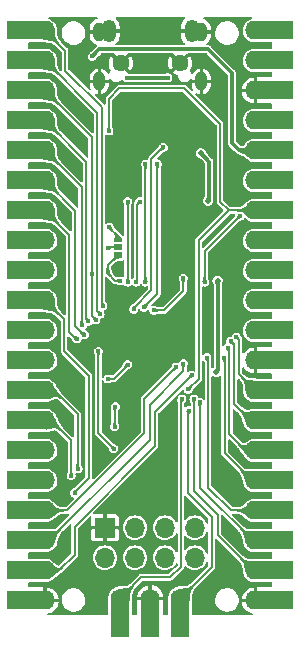
<source format=gbr>
G04 #@! TF.GenerationSoftware,KiCad,Pcbnew,(6.0.7)*
G04 #@! TF.CreationDate,2022-09-22T23:06:15+05:30*
G04 #@! TF.ProjectId,Mitayi-Pico-RP2040,4d697461-7969-42d5-9069-636f2d525032,0.4*
G04 #@! TF.SameCoordinates,PX825e060PY6d4a840*
G04 #@! TF.FileFunction,Copper,L2,Bot*
G04 #@! TF.FilePolarity,Positive*
%FSLAX46Y46*%
G04 Gerber Fmt 4.6, Leading zero omitted, Abs format (unit mm)*
G04 Created by KiCad (PCBNEW (6.0.7)) date 2022-09-22 23:06:15*
%MOMM*%
%LPD*%
G01*
G04 APERTURE LIST*
G04 Aperture macros list*
%AMRoundRect*
0 Rectangle with rounded corners*
0 $1 Rounding radius*
0 $2 $3 $4 $5 $6 $7 $8 $9 X,Y pos of 4 corners*
0 Add a 4 corners polygon primitive as box body*
4,1,4,$2,$3,$4,$5,$6,$7,$8,$9,$2,$3,0*
0 Add four circle primitives for the rounded corners*
1,1,$1+$1,$2,$3*
1,1,$1+$1,$4,$5*
1,1,$1+$1,$6,$7*
1,1,$1+$1,$8,$9*
0 Add four rect primitives between the rounded corners*
20,1,$1+$1,$2,$3,$4,$5,0*
20,1,$1+$1,$4,$5,$6,$7,0*
20,1,$1+$1,$6,$7,$8,$9,0*
20,1,$1+$1,$8,$9,$2,$3,0*%
%AMOutline5P*
0 Free polygon, 5 corners , with rotation*
0 The origin of the aperture is its center*
0 number of corners: always 5*
0 $1 to $10 corner X, Y*
0 $11 Rotation angle, in degrees counterclockwise*
0 create outline with 5 corners*
4,1,5,$1,$2,$3,$4,$5,$6,$7,$8,$9,$10,$1,$2,$11*%
%AMOutline6P*
0 Free polygon, 6 corners , with rotation*
0 The origin of the aperture is its center*
0 number of corners: always 6*
0 $1 to $12 corner X, Y*
0 $13 Rotation angle, in degrees counterclockwise*
0 create outline with 6 corners*
4,1,6,$1,$2,$3,$4,$5,$6,$7,$8,$9,$10,$11,$12,$1,$2,$13*%
%AMOutline7P*
0 Free polygon, 7 corners , with rotation*
0 The origin of the aperture is its center*
0 number of corners: always 7*
0 $1 to $14 corner X, Y*
0 $15 Rotation angle, in degrees counterclockwise*
0 create outline with 7 corners*
4,1,7,$1,$2,$3,$4,$5,$6,$7,$8,$9,$10,$11,$12,$13,$14,$1,$2,$15*%
%AMOutline8P*
0 Free polygon, 8 corners , with rotation*
0 The origin of the aperture is its center*
0 number of corners: always 8*
0 $1 to $16 corner X, Y*
0 $17 Rotation angle, in degrees counterclockwise*
0 create outline with 8 corners*
4,1,8,$1,$2,$3,$4,$5,$6,$7,$8,$9,$10,$11,$12,$13,$14,$15,$16,$1,$2,$17*%
G04 Aperture macros list end*
G04 #@! TA.AperFunction,ComponentPad*
%ADD10C,0.600000*%
G04 #@! TD*
G04 #@! TA.AperFunction,ComponentPad*
%ADD11O,1.600000X1.700000*%
G04 #@! TD*
G04 #@! TA.AperFunction,ComponentPad*
%ADD12R,1.600000X3.200000*%
G04 #@! TD*
G04 #@! TA.AperFunction,ComponentPad*
%ADD13RoundRect,0.500000X0.000000X0.300000X0.000000X0.300000X0.000000X-0.300000X0.000000X-0.300000X0*%
G04 #@! TD*
G04 #@! TA.AperFunction,SMDPad,CuDef*
%ADD14Outline6P,-0.290000X0.117000X-0.087000X0.320000X0.290000X0.320000X0.290000X-0.320000X-0.087000X-0.320000X-0.290000X-0.117000X270.000000*%
G04 #@! TD*
G04 #@! TA.AperFunction,SMDPad,CuDef*
%ADD15R,0.640000X0.500000*%
G04 #@! TD*
G04 #@! TA.AperFunction,SMDPad,CuDef*
%ADD16R,0.640000X0.580000*%
G04 #@! TD*
G04 #@! TA.AperFunction,ComponentPad*
%ADD17O,1.200000X1.900000*%
G04 #@! TD*
G04 #@! TA.AperFunction,ComponentPad*
%ADD18C,1.450000*%
G04 #@! TD*
G04 #@! TA.AperFunction,ComponentPad*
%ADD19R,3.200000X1.600000*%
G04 #@! TD*
G04 #@! TA.AperFunction,ComponentPad*
%ADD20O,1.700000X1.600000*%
G04 #@! TD*
G04 #@! TA.AperFunction,ComponentPad*
%ADD21R,1.700000X1.700000*%
G04 #@! TD*
G04 #@! TA.AperFunction,ComponentPad*
%ADD22O,1.700000X1.700000*%
G04 #@! TD*
G04 #@! TA.AperFunction,ViaPad*
%ADD23C,0.400000*%
G04 #@! TD*
G04 #@! TA.AperFunction,ViaPad*
%ADD24C,0.508000*%
G04 #@! TD*
G04 #@! TA.AperFunction,Conductor*
%ADD25C,0.200000*%
G04 #@! TD*
G04 #@! TA.AperFunction,Conductor*
%ADD26C,0.300000*%
G04 #@! TD*
G04 APERTURE END LIST*
D10*
X10820000Y24905000D03*
X12095000Y24905000D03*
X10820000Y23630000D03*
X10820000Y22355000D03*
X9545000Y23630000D03*
X12095000Y23630000D03*
X9545000Y22355000D03*
X9545000Y24905000D03*
X12095000Y22355000D03*
D11*
X7950000Y1600000D03*
D12*
X7950000Y-10000D03*
D11*
X10490000Y1600000D03*
D12*
X10490000Y-10000D03*
D11*
X13030000Y1600000D03*
D12*
X13030000Y-10000D03*
D13*
X14830000Y45390000D03*
X6190000Y45390000D03*
X14830000Y49570000D03*
X6190000Y49570000D03*
D14*
X7765000Y32055000D03*
D15*
X7765000Y31365000D03*
D16*
X7765000Y30675000D03*
D17*
X7010000Y49637500D03*
D18*
X13010000Y46937500D03*
X8010000Y46937500D03*
D17*
X14010000Y49637500D03*
D19*
X-10000Y49700000D03*
D20*
X1600000Y49700000D03*
D19*
X-10000Y47160000D03*
D20*
X1600000Y47160000D03*
D19*
X-10000Y44620000D03*
D20*
X1600000Y44620000D03*
D19*
X-10000Y42080000D03*
D20*
X1600000Y42080000D03*
X1600000Y39540000D03*
D19*
X-10000Y39540000D03*
D20*
X1600000Y37000000D03*
D19*
X-10000Y37000000D03*
X-10000Y34460000D03*
D20*
X1600000Y34460000D03*
D19*
X-10000Y31920000D03*
D20*
X1600000Y31920000D03*
X1600000Y29380000D03*
D19*
X-10000Y29380000D03*
X-10000Y26840000D03*
D20*
X1600000Y26840000D03*
D19*
X-10000Y24300000D03*
D20*
X1600000Y24300000D03*
D19*
X-10000Y21760000D03*
D20*
X1600000Y21760000D03*
D19*
X-10000Y19220000D03*
D20*
X1600000Y19220000D03*
D19*
X-10000Y16680000D03*
D20*
X1600000Y16680000D03*
D19*
X-10000Y14140000D03*
D20*
X1600000Y14140000D03*
D19*
X-10000Y11600000D03*
D20*
X1600000Y11600000D03*
X1600000Y9060000D03*
D19*
X-10000Y9060000D03*
X-10000Y6520000D03*
D20*
X1600000Y6520000D03*
D19*
X-10000Y3980000D03*
D20*
X1600000Y3980000D03*
D19*
X-10000Y1440000D03*
D20*
X1600000Y1440000D03*
D21*
X6675000Y7600000D03*
D22*
X6675000Y5060000D03*
X9215000Y7600000D03*
X9215000Y5060000D03*
X11755000Y7600000D03*
X11755000Y5060000D03*
X14295000Y7600000D03*
X14295000Y5060000D03*
D19*
X21010000Y49700000D03*
D20*
X19400000Y49700000D03*
D19*
X21010000Y47160000D03*
D20*
X19400000Y47160000D03*
D19*
X21010000Y44620000D03*
D20*
X19400000Y44620000D03*
X19400000Y42080000D03*
D19*
X21010000Y42080000D03*
D20*
X19400000Y39540000D03*
D19*
X21010000Y39540000D03*
X21010000Y37000000D03*
D20*
X19400000Y37000000D03*
D19*
X21010000Y34460000D03*
D20*
X19400000Y34460000D03*
X19400000Y31920000D03*
D19*
X21010000Y31920000D03*
X21010000Y29380000D03*
D20*
X19400000Y29380000D03*
D19*
X21010000Y26840000D03*
D20*
X19400000Y26840000D03*
D19*
X21010000Y24300000D03*
D20*
X19400000Y24300000D03*
D19*
X21010000Y21760000D03*
D20*
X19400000Y21760000D03*
X19400000Y19220000D03*
D19*
X21010000Y19220000D03*
D20*
X19400000Y16680000D03*
D19*
X21010000Y16680000D03*
X21010000Y14140000D03*
D20*
X19400000Y14140000D03*
X19400000Y11600000D03*
D19*
X21010000Y11600000D03*
X21010000Y9060000D03*
D20*
X19400000Y9060000D03*
X19400000Y6520000D03*
D19*
X21010000Y6520000D03*
X21010000Y3980000D03*
D20*
X19400000Y3980000D03*
D19*
X21010000Y1440000D03*
D20*
X19400000Y1440000D03*
D23*
X13950000Y28300000D03*
D24*
X16200000Y28500000D03*
X16100000Y20800000D03*
D23*
X15000000Y38300000D03*
X13400000Y36300000D03*
X14500000Y38300000D03*
D24*
X14800000Y39300000D03*
X15400000Y35300000D03*
D23*
X14900000Y36300000D03*
X14400000Y36300000D03*
X8600000Y21400000D03*
X6900000Y20200000D03*
X9000000Y10700000D03*
X8600000Y11100000D03*
X12156250Y17256250D03*
X6900000Y28300000D03*
X11800000Y32300000D03*
X11800000Y36600000D03*
X11800000Y39000000D03*
X8200000Y37100000D03*
X8200000Y37800000D03*
X8200000Y38500000D03*
X3000000Y44500000D03*
X4200000Y38300000D03*
X3100000Y36600000D03*
X3100000Y34400000D03*
X18600000Y43300000D03*
X18600000Y40900000D03*
X14800000Y40300000D03*
X13900000Y36300000D03*
X17000000Y30900000D03*
X15700000Y26800000D03*
X18600000Y23100000D03*
X18600000Y18000000D03*
X18500000Y15400000D03*
X16100000Y13300000D03*
X18500000Y10300000D03*
X18900000Y5200000D03*
X6700000Y18600000D03*
X2600000Y8100000D03*
X2600000Y10300000D03*
X2600000Y13000000D03*
X2600000Y15200000D03*
X2600000Y17900000D03*
X2600000Y20400000D03*
X2500000Y5300000D03*
X10200000Y6300000D03*
X13700000Y6300000D03*
X13900000Y9400000D03*
X12300000Y10900000D03*
X9800000Y11700000D03*
X8500000Y15400000D03*
X18300000Y2800000D03*
X15300000Y900000D03*
X15300000Y1800000D03*
X15300000Y2700000D03*
X5600000Y900000D03*
X5600000Y1800000D03*
X5600000Y2700000D03*
X18100000Y34000000D03*
X15100000Y28400000D03*
X7000000Y41200000D03*
X13711781Y19317906D03*
X3800000Y12000000D03*
X4100000Y10550000D03*
X7550000Y17850000D03*
X7500000Y16150000D03*
X4400000Y12600000D03*
X6100000Y22530500D03*
X7400000Y14300000D03*
X7050000Y33050000D03*
X5550500Y29050000D03*
X6900500Y29250000D03*
X6900500Y31250000D03*
X7950000Y28500000D03*
X17800000Y23750000D03*
X17300000Y23400000D03*
X17050500Y22800000D03*
X16750500Y22000000D03*
X15300000Y22000000D03*
X14700000Y18200000D03*
X14200000Y18500000D03*
X14000000Y20500000D03*
X13185709Y18492899D03*
X13750500Y17500000D03*
X12700000Y21200000D03*
X13300000Y21500000D03*
X6500000Y26400000D03*
X6250000Y25700000D03*
X5900000Y25200000D03*
X5260287Y25060287D03*
X4750000Y24750000D03*
X4934529Y23929500D03*
X4297924Y23598424D03*
X11600000Y39800000D03*
X9100000Y26100000D03*
X11100000Y38400000D03*
X9986439Y26269688D03*
X9600500Y35200000D03*
X9300000Y28400000D03*
X10100000Y38400000D03*
X10100000Y28400000D03*
X8600000Y35200000D03*
X8600000Y28400000D03*
X13300000Y28700000D03*
X10800000Y26000000D03*
X5600000Y47500000D03*
X12000000Y45700000D03*
X8500000Y45700000D03*
D25*
X6900500Y31250000D02*
X7015500Y31365000D01*
X7015500Y31365000D02*
X7765000Y31365000D01*
X11700000Y26000000D02*
X10800000Y26000000D01*
X13300000Y27600000D02*
X11700000Y26000000D01*
X13300000Y28700000D02*
X13300000Y27600000D01*
D26*
X16220000Y20920000D02*
X16220000Y28480000D01*
X16220000Y28480000D02*
X16200000Y28500000D01*
X16100000Y20800000D02*
X16220000Y20920000D01*
D25*
X17340000Y9060000D02*
X19400000Y9060000D01*
X15400000Y11000000D02*
X17340000Y9060000D01*
X15400000Y21900000D02*
X15400000Y11000000D01*
X15300000Y22000000D02*
X15400000Y21900000D01*
X19100000Y11600000D02*
X19400000Y11600000D01*
X16800000Y21950500D02*
X16800000Y13900000D01*
X16800000Y13900000D02*
X19100000Y11600000D01*
X16750500Y22000000D02*
X16800000Y21950500D01*
X18560000Y14140000D02*
X19400000Y14140000D01*
X17200000Y15500000D02*
X18560000Y14140000D01*
X17200000Y22650500D02*
X17200000Y15500000D01*
X17050500Y22800000D02*
X17200000Y22650500D01*
X19020000Y16680000D02*
X19400000Y16680000D01*
X17600000Y18100000D02*
X19020000Y16680000D01*
X17600000Y23100000D02*
X17600000Y18100000D01*
X17300000Y23400000D02*
X17600000Y23100000D01*
X18000000Y20620000D02*
X19400000Y19220000D01*
X18000000Y23550000D02*
X18000000Y20620000D01*
X17800000Y23750000D02*
X18000000Y23550000D01*
D26*
X6200000Y48100000D02*
X5600000Y47500000D01*
X15400000Y48100000D02*
X6200000Y48100000D01*
X17400000Y46100000D02*
X15400000Y48100000D01*
X18060000Y39540000D02*
X17400000Y40200000D01*
X19400000Y39540000D02*
X18060000Y39540000D01*
X17400000Y40200000D02*
X17400000Y46100000D01*
X15500000Y35400000D02*
X15400000Y35300000D01*
X15500000Y38600000D02*
X15500000Y35400000D01*
X14800000Y39300000D02*
X15500000Y38600000D01*
D25*
X16400000Y35200000D02*
X17140000Y34460000D01*
X16400000Y41800000D02*
X16400000Y35200000D01*
X13400000Y44800000D02*
X16400000Y41800000D01*
X7900000Y44800000D02*
X13400000Y44800000D01*
X7000000Y43900000D02*
X7900000Y44800000D01*
X7000000Y41200000D02*
X7000000Y43900000D01*
X7400000Y20200000D02*
X8600000Y21400000D01*
X6900000Y20200000D02*
X7400000Y20200000D01*
X10000000Y15600000D02*
X3460000Y9060000D01*
X10000000Y18500000D02*
X10000000Y15600000D01*
X3460000Y9060000D02*
X1600000Y9060000D01*
X12700000Y21200000D02*
X10000000Y18500000D01*
X2780000Y3980000D02*
X1600000Y3980000D01*
X4100000Y5300000D02*
X2780000Y3980000D01*
X4100000Y7700000D02*
X4100000Y5300000D01*
X10900000Y17400000D02*
X10900000Y14500000D01*
X10900000Y14500000D02*
X4100000Y7700000D01*
X14000000Y20500000D02*
X10900000Y17400000D01*
X10450000Y15060000D02*
X1910000Y6520000D01*
X10450000Y17996447D02*
X10450000Y15060000D01*
X13300000Y21500000D02*
X13300000Y20846447D01*
X13300000Y20846447D02*
X10450000Y17996447D01*
X1910000Y6520000D02*
X1600000Y6520000D01*
X9750000Y3400000D02*
X7950000Y1600000D01*
X13100000Y4300000D02*
X12200000Y3400000D01*
X12200000Y3400000D02*
X9750000Y3400000D01*
X13100000Y18407190D02*
X13100000Y4300000D01*
X13185709Y18492899D02*
X13100000Y18407190D01*
X14600000Y31920000D02*
X17140000Y34460000D01*
X13717906Y19317906D02*
X14600000Y20200000D01*
X13711781Y19317906D02*
X13717906Y19317906D01*
X14600000Y20200000D02*
X14600000Y31920000D01*
X18100000Y34000000D02*
X15100000Y31000000D01*
X15100000Y31000000D02*
X15100000Y28400000D01*
X7050000Y33050000D02*
X7050000Y33000000D01*
X7765000Y32285000D02*
X7765000Y32055000D01*
X7050000Y33000000D02*
X7765000Y32285000D01*
X17140000Y34460000D02*
X19400000Y34460000D01*
X16200000Y7000000D02*
X19220000Y3980000D01*
X16200000Y8700000D02*
X16200000Y7000000D01*
X14200000Y10700000D02*
X16200000Y8700000D01*
X14200000Y18500000D02*
X14200000Y10700000D01*
X19220000Y3980000D02*
X19400000Y3980000D01*
X19180000Y6520000D02*
X19400000Y6520000D01*
X14700000Y11000000D02*
X19180000Y6520000D01*
X14700000Y18200000D02*
X14700000Y11000000D01*
X13700000Y17449500D02*
X13700000Y10500000D01*
X15700000Y8500000D02*
X15700000Y4270000D01*
X13750500Y17500000D02*
X13700000Y17449500D01*
X15700000Y4270000D02*
X13030000Y1600000D01*
X13700000Y10500000D02*
X15700000Y8500000D01*
X2120000Y16680000D02*
X1600000Y16680000D01*
X3800000Y15000000D02*
X2120000Y16680000D01*
X3800000Y12000000D02*
X3800000Y15000000D01*
X6100000Y15600000D02*
X6100000Y22530500D01*
X7400000Y14300000D02*
X6100000Y15600000D01*
X4350000Y17200000D02*
X2330000Y19220000D01*
X2330000Y19220000D02*
X1600000Y19220000D01*
X4350000Y12650000D02*
X4350000Y17200000D01*
X4400000Y12600000D02*
X4350000Y12650000D01*
X3200000Y25240000D02*
X1600000Y26840000D01*
X5300000Y20450000D02*
X3200000Y22550000D01*
X5300000Y11800000D02*
X5300000Y20450000D01*
X4100000Y10600000D02*
X5300000Y11800000D01*
X3200000Y22550000D02*
X3200000Y25240000D01*
X4100000Y10550000D02*
X4100000Y10600000D01*
X3650000Y32410000D02*
X1600000Y34460000D01*
X3650000Y24150000D02*
X3650000Y32410000D01*
X4201576Y23598424D02*
X3650000Y24150000D01*
X4297924Y23598424D02*
X4201576Y23598424D01*
X4150000Y34450000D02*
X1600000Y37000000D01*
X4870500Y23929500D02*
X4150000Y24650000D01*
X4934529Y23929500D02*
X4870500Y23929500D01*
X4150000Y24650000D02*
X4150000Y34450000D01*
X4700000Y36440000D02*
X1600000Y39540000D01*
X4700000Y24800000D02*
X4700000Y36440000D01*
X4750000Y24750000D02*
X4700000Y24800000D01*
X5080500Y38599500D02*
X1600000Y42080000D01*
X5080500Y25240074D02*
X5080500Y38599500D01*
X5260287Y25060287D02*
X5080500Y25240074D01*
X5550000Y40670000D02*
X1600000Y44620000D01*
X5550000Y25550000D02*
X5550000Y40670000D01*
X5900000Y25200000D02*
X5550000Y25550000D01*
X6020500Y42739500D02*
X1600000Y47160000D01*
X6250000Y25700000D02*
X6020500Y25929500D01*
X6020500Y25929500D02*
X6020500Y42739500D01*
X3300000Y46300000D02*
X3300000Y48000000D01*
X6400000Y43200000D02*
X3300000Y46300000D01*
X6400000Y26500000D02*
X6400000Y43200000D01*
X6500000Y26400000D02*
X6400000Y26500000D01*
X3300000Y48000000D02*
X1600000Y49700000D01*
X6900500Y29810500D02*
X7765000Y30675000D01*
X6900500Y29250000D02*
X6900500Y29810500D01*
X6900500Y29250000D02*
X6900500Y29149500D01*
X7550000Y28500000D02*
X7950000Y28500000D01*
X6900500Y29149500D02*
X7550000Y28500000D01*
X7500000Y17800000D02*
X7550000Y17850000D01*
X7500000Y16150000D02*
X7500000Y17800000D01*
X9100000Y26200000D02*
X10600000Y27700000D01*
X10600000Y38800000D02*
X11600000Y39800000D01*
X9100000Y26100000D02*
X9100000Y26200000D01*
X10600000Y27700000D02*
X10600000Y38800000D01*
X10100000Y38400000D02*
X10100000Y28400000D01*
X9986439Y26286439D02*
X9986439Y26269688D01*
X11100000Y27400000D02*
X9986439Y26286439D01*
X11100000Y38400000D02*
X11100000Y27400000D01*
X8603200Y35196800D02*
X8600000Y35200000D01*
X8603200Y28403200D02*
X8603200Y35196800D01*
X8600000Y28400000D02*
X8603200Y28403200D01*
X9300000Y28400000D02*
X9400000Y28500000D01*
X9400000Y28500000D02*
X9400000Y34999500D01*
X9400000Y34999500D02*
X9600500Y35200000D01*
D26*
X8500000Y45700000D02*
X12000000Y45700000D01*
G04 #@! TA.AperFunction,Conductor*
G36*
X18354662Y20407602D02*
G01*
X18486508Y20289207D01*
X18486513Y20289203D01*
X18486797Y20288948D01*
X18615942Y20200305D01*
X18737329Y20141894D01*
X18737757Y20141765D01*
X18737764Y20141762D01*
X18854079Y20106635D01*
X18854082Y20106634D01*
X18854444Y20106525D01*
X18930363Y20093790D01*
X18970573Y20087045D01*
X18970578Y20087044D01*
X18970771Y20087012D01*
X19089794Y20076166D01*
X19214783Y20066815D01*
X19215172Y20066780D01*
X19303626Y20056893D01*
X19349428Y20051773D01*
X19350301Y20051642D01*
X19410134Y20040335D01*
X19497343Y20023854D01*
X19498437Y20023590D01*
X19654289Y19978101D01*
X19661270Y19972495D01*
X19662708Y19967100D01*
X19682604Y18949323D01*
X19679339Y18940984D01*
X19670677Y18937396D01*
X18741336Y18955563D01*
X18652900Y18957292D01*
X18644696Y18960880D01*
X18641898Y18965712D01*
X18596411Y19121557D01*
X18596145Y19122662D01*
X18568358Y19269699D01*
X18568227Y19270572D01*
X18553222Y19404811D01*
X18553183Y19405238D01*
X18543834Y19530206D01*
X18533006Y19649029D01*
X18532988Y19649229D01*
X18513475Y19765556D01*
X18513365Y19765921D01*
X18478238Y19882236D01*
X18478235Y19882243D01*
X18478106Y19882671D01*
X18419695Y20004058D01*
X18331052Y20133203D01*
X18330797Y20133487D01*
X18330793Y20133492D01*
X18212398Y20265338D01*
X18209420Y20273783D01*
X18212830Y20281428D01*
X18338572Y20407170D01*
X18346845Y20410597D01*
X18354662Y20407602D01*
G37*
G04 #@! TD.AperFunction*
G04 #@! TA.AperFunction,Conductor*
G36*
X7262004Y31461543D02*
G01*
X7265500Y31453202D01*
X7265500Y31276303D01*
X7262073Y31268030D01*
X7254204Y31264610D01*
X7234427Y31263928D01*
X7234198Y31263901D01*
X7234190Y31263900D01*
X7222455Y31262495D01*
X7207322Y31260684D01*
X7207018Y31260614D01*
X7207013Y31260613D01*
X7196822Y31258261D01*
X7183698Y31255233D01*
X7168324Y31249498D01*
X7163475Y31247690D01*
X7163473Y31247689D01*
X7163068Y31247538D01*
X7144946Y31237562D01*
X7144598Y31237296D01*
X7129157Y31225506D01*
X7129153Y31225502D01*
X7128846Y31225268D01*
X7128568Y31224988D01*
X7114518Y31210858D01*
X7114513Y31210852D01*
X7114282Y31210620D01*
X7110460Y31205801D01*
X7102187Y31195369D01*
X7100768Y31193580D01*
X7087817Y31174111D01*
X7087725Y31173954D01*
X7078983Y31159060D01*
X7071840Y31153659D01*
X7067062Y31153426D01*
X6831917Y31190689D01*
X6824282Y31195369D01*
X6822192Y31204076D01*
X6822599Y31205794D01*
X6897930Y31441944D01*
X6903709Y31448784D01*
X6908957Y31450087D01*
X6919134Y31450192D01*
X6941296Y31450420D01*
X6941384Y31450423D01*
X6941394Y31450423D01*
X6976924Y31451556D01*
X6976959Y31451558D01*
X6977036Y31451560D01*
X7009258Y31453240D01*
X7009323Y31453244D01*
X7039500Y31455280D01*
X7069300Y31457500D01*
X7069330Y31457502D01*
X7078547Y31458164D01*
X7100196Y31459720D01*
X7119221Y31460878D01*
X7133632Y31461755D01*
X7133822Y31461765D01*
X7171298Y31463434D01*
X7171512Y31463442D01*
X7188793Y31463896D01*
X7214757Y31464578D01*
X7214896Y31464580D01*
X7238479Y31464776D01*
X7253703Y31464902D01*
X7262004Y31461543D01*
G37*
G04 #@! TD.AperFunction*
G04 #@! TA.AperFunction,Conductor*
G36*
X7662018Y31584239D02*
G01*
X7881231Y31373433D01*
X7884819Y31365229D01*
X7881231Y31356567D01*
X7662018Y31145761D01*
X7653679Y31142496D01*
X7648616Y31143759D01*
X7614366Y31161129D01*
X7614105Y31161266D01*
X7577904Y31180968D01*
X7545304Y31199119D01*
X7514688Y31215464D01*
X7484311Y31229812D01*
X7452430Y31241976D01*
X7434389Y31247004D01*
X7417565Y31251693D01*
X7417559Y31251694D01*
X7417302Y31251766D01*
X7377184Y31258992D01*
X7350499Y31261541D01*
X7330511Y31263450D01*
X7330505Y31263450D01*
X7330331Y31263467D01*
X7330162Y31263472D01*
X7330157Y31263472D01*
X7286376Y31264685D01*
X7278201Y31268340D01*
X7275000Y31276381D01*
X7275000Y31453619D01*
X7278427Y31461892D01*
X7286376Y31465315D01*
X7330157Y31466529D01*
X7330162Y31466529D01*
X7330331Y31466534D01*
X7330505Y31466551D01*
X7330511Y31466551D01*
X7350499Y31468460D01*
X7377184Y31471009D01*
X7417302Y31478235D01*
X7417559Y31478307D01*
X7417565Y31478308D01*
X7434389Y31482997D01*
X7452430Y31488025D01*
X7484311Y31500189D01*
X7514688Y31514537D01*
X7545304Y31530882D01*
X7577904Y31549033D01*
X7614086Y31568724D01*
X7614387Y31568882D01*
X7648616Y31586241D01*
X7657545Y31586926D01*
X7662018Y31584239D01*
G37*
G04 #@! TD.AperFunction*
G04 #@! TA.AperFunction,Conductor*
G36*
X10894531Y26176396D02*
G01*
X10898762Y26174323D01*
X10918827Y26164490D01*
X10918828Y26164489D01*
X10932907Y26157587D01*
X10946934Y26150710D01*
X10972713Y26138638D01*
X10980275Y26135453D01*
X10997213Y26128318D01*
X10997226Y26128313D01*
X10997378Y26128249D01*
X11022144Y26119522D01*
X11035370Y26115927D01*
X11048004Y26112493D01*
X11048012Y26112491D01*
X11048226Y26112433D01*
X11063540Y26109503D01*
X11076643Y26106996D01*
X11076646Y26106996D01*
X11076837Y26106959D01*
X11077037Y26106935D01*
X11109026Y26103098D01*
X11109031Y26103098D01*
X11109194Y26103078D01*
X11146510Y26100766D01*
X11150444Y26100697D01*
X11178506Y26100202D01*
X11186718Y26096630D01*
X11190000Y26088504D01*
X11190000Y25911496D01*
X11186573Y25903223D01*
X11178506Y25899798D01*
X11154326Y25899372D01*
X11146510Y25899235D01*
X11109194Y25896923D01*
X11109031Y25896903D01*
X11109026Y25896903D01*
X11077037Y25893066D01*
X11076837Y25893042D01*
X11076646Y25893005D01*
X11076643Y25893005D01*
X11063540Y25890498D01*
X11048226Y25887568D01*
X11048012Y25887510D01*
X11048004Y25887508D01*
X11035370Y25884074D01*
X11022144Y25880479D01*
X10997378Y25871752D01*
X10997226Y25871688D01*
X10997213Y25871683D01*
X10980275Y25864548D01*
X10972713Y25861363D01*
X10946934Y25849291D01*
X10932907Y25842414D01*
X10918828Y25835512D01*
X10918827Y25835511D01*
X10894532Y25823605D01*
X10885595Y25823041D01*
X10881273Y25825678D01*
X10708769Y25991567D01*
X10705181Y25999771D01*
X10708769Y26008433D01*
X10881274Y26174323D01*
X10889612Y26177588D01*
X10894531Y26176396D01*
G37*
G04 #@! TD.AperFunction*
G04 #@! TA.AperFunction,Conductor*
G36*
X13308433Y28791231D02*
G01*
X13474322Y28618727D01*
X13477587Y28610388D01*
X13476395Y28605468D01*
X13464489Y28581173D01*
X13464488Y28581172D01*
X13457586Y28567093D01*
X13450709Y28553066D01*
X13438637Y28527287D01*
X13428248Y28502622D01*
X13419521Y28477856D01*
X13412432Y28451774D01*
X13406958Y28423163D01*
X13403077Y28390806D01*
X13400765Y28353490D01*
X13400763Y28353373D01*
X13400202Y28321494D01*
X13396630Y28313283D01*
X13388504Y28310000D01*
X13211496Y28310000D01*
X13203223Y28313427D01*
X13199798Y28321494D01*
X13199236Y28353373D01*
X13199234Y28353490D01*
X13196922Y28390806D01*
X13193041Y28423163D01*
X13187567Y28451774D01*
X13180478Y28477856D01*
X13171751Y28502622D01*
X13161362Y28527287D01*
X13149290Y28553066D01*
X13142413Y28567093D01*
X13135511Y28581172D01*
X13135510Y28581173D01*
X13123604Y28605468D01*
X13123040Y28614405D01*
X13125676Y28618725D01*
X13291567Y28791231D01*
X13299771Y28794819D01*
X13308433Y28791231D01*
G37*
G04 #@! TD.AperFunction*
G04 #@! TA.AperFunction,Conductor*
G36*
X16199340Y28618529D02*
G01*
X16430402Y28412507D01*
X16434297Y28404443D01*
X16433550Y28399611D01*
X16420245Y28364667D01*
X16406893Y28326225D01*
X16396097Y28290335D01*
X16387594Y28255513D01*
X16381122Y28220278D01*
X16376416Y28183146D01*
X16373214Y28142635D01*
X16371253Y28097262D01*
X16371110Y28089728D01*
X16370269Y28045545D01*
X16370053Y27997647D01*
X16366589Y27989390D01*
X16358353Y27986000D01*
X16081602Y27986000D01*
X16073329Y27989427D01*
X16069902Y27997601D01*
X16069532Y28041468D01*
X16067942Y28089728D01*
X16067939Y28089822D01*
X16064936Y28132326D01*
X16060240Y28170240D01*
X16057771Y28183037D01*
X16053608Y28204610D01*
X16053605Y28204623D01*
X16053565Y28204830D01*
X16044628Y28237356D01*
X16033143Y28269081D01*
X16023760Y28290178D01*
X16018903Y28301100D01*
X16018899Y28301108D01*
X16018828Y28301268D01*
X16001396Y28335180D01*
X15984513Y28365085D01*
X15983429Y28373974D01*
X15985671Y28378276D01*
X16017953Y28417463D01*
X16182525Y28617236D01*
X16190429Y28621442D01*
X16199340Y28618529D01*
G37*
G04 #@! TD.AperFunction*
G04 #@! TA.AperFunction,Conductor*
G36*
X16366495Y21280573D02*
G01*
X16369922Y21272222D01*
X16369552Y21216584D01*
X16369549Y21216418D01*
X16368339Y21158384D01*
X16368335Y21158217D01*
X16366547Y21107347D01*
X16366541Y21107199D01*
X16364368Y21061734D01*
X16364362Y21061633D01*
X16362002Y21019853D01*
X16361988Y21019825D01*
X16362000Y21019824D01*
X16359632Y20979689D01*
X16357455Y20939483D01*
X16355664Y20897362D01*
X16355662Y20897298D01*
X16355662Y20897290D01*
X16354448Y20851483D01*
X16354071Y20808146D01*
X16350572Y20799903D01*
X16346334Y20797240D01*
X16054124Y20692037D01*
X16052951Y20691615D01*
X16044006Y20692037D01*
X16037760Y20699334D01*
X15950762Y20996320D01*
X15951725Y21005223D01*
X15954743Y21008794D01*
X15974266Y21024198D01*
X15974446Y21024340D01*
X15974612Y21024492D01*
X15996524Y21044599D01*
X15996529Y21044604D01*
X15996736Y21044794D01*
X16015618Y21065890D01*
X16031303Y21088252D01*
X16031481Y21088592D01*
X16043824Y21112168D01*
X16043826Y21112173D01*
X16044000Y21112505D01*
X16053918Y21139273D01*
X16061268Y21169183D01*
X16066259Y21202857D01*
X16069099Y21240921D01*
X16069760Y21272545D01*
X16073359Y21280744D01*
X16081457Y21284000D01*
X16358222Y21284000D01*
X16366495Y21280573D01*
G37*
G04 #@! TD.AperFunction*
G04 #@! TA.AperFunction,Conductor*
G36*
X19057485Y9774041D02*
G01*
X19398593Y9446014D01*
X19696013Y9160000D01*
X19791231Y9068433D01*
X19794819Y9060229D01*
X19791231Y9051567D01*
X19655546Y8921085D01*
X19057485Y8345959D01*
X19049146Y8342694D01*
X19043751Y8344132D01*
X18901379Y8422172D01*
X18900410Y8422766D01*
X18776796Y8507084D01*
X18776086Y8507609D01*
X18670570Y8591908D01*
X18670240Y8592182D01*
X18575315Y8673893D01*
X18575205Y8673987D01*
X18483588Y8750300D01*
X18483419Y8750441D01*
X18387366Y8818899D01*
X18279544Y8876702D01*
X18152406Y8921233D01*
X17998407Y8949872D01*
X17998030Y8949892D01*
X17998024Y8949893D01*
X17821072Y8959405D01*
X17812995Y8963271D01*
X17810000Y8971088D01*
X17810000Y9148912D01*
X17813427Y9157185D01*
X17821072Y9160595D01*
X17998024Y9170108D01*
X17998030Y9170109D01*
X17998407Y9170129D01*
X18152406Y9198768D01*
X18279544Y9243299D01*
X18387366Y9301102D01*
X18483419Y9369560D01*
X18506551Y9388828D01*
X18575205Y9446014D01*
X18575315Y9446108D01*
X18670240Y9527819D01*
X18670570Y9528093D01*
X18776086Y9612392D01*
X18776796Y9612917D01*
X18900410Y9697235D01*
X18901379Y9697829D01*
X19043751Y9775868D01*
X19052653Y9776839D01*
X19057485Y9774041D01*
G37*
G04 #@! TD.AperFunction*
G04 #@! TA.AperFunction,Conductor*
G36*
X15263382Y22083214D02*
G01*
X15353024Y22051689D01*
X15492182Y22002749D01*
X15498849Y21996772D01*
X15500000Y21991712D01*
X15500000Y21792064D01*
X15499999Y21757143D01*
X15500000Y21717888D01*
X15500000Y21631700D01*
X15496573Y21623427D01*
X15488300Y21620000D01*
X15311345Y21620000D01*
X15303072Y21623427D01*
X15299651Y21631340D01*
X15298951Y21654070D01*
X15298944Y21654310D01*
X15295737Y21684141D01*
X15290313Y21710117D01*
X15282610Y21732862D01*
X15272565Y21752998D01*
X15260115Y21771150D01*
X15245195Y21787941D01*
X15244994Y21788126D01*
X15244988Y21788132D01*
X15227902Y21803847D01*
X15227898Y21803850D01*
X15227743Y21803993D01*
X15220898Y21809435D01*
X15207805Y21819845D01*
X15207788Y21819858D01*
X15207696Y21819931D01*
X15191492Y21831669D01*
X15186802Y21839296D01*
X15187044Y21844137D01*
X15248195Y22075169D01*
X15253625Y22082290D01*
X15262500Y22083486D01*
X15263382Y22083214D01*
G37*
G04 #@! TD.AperFunction*
G04 #@! TA.AperFunction,Conductor*
G36*
X16736715Y22090577D02*
G01*
X16939261Y21963100D01*
X16944438Y21955793D01*
X16944465Y21950727D01*
X16937673Y21919296D01*
X16937658Y21919228D01*
X16929944Y21884530D01*
X16929936Y21884495D01*
X16927209Y21872041D01*
X16923071Y21853146D01*
X16917057Y21823577D01*
X16911919Y21794329D01*
X16907675Y21763904D01*
X16904344Y21730805D01*
X16904339Y21730730D01*
X16904339Y21730728D01*
X16902767Y21706329D01*
X16901942Y21693536D01*
X16901938Y21693415D01*
X16901354Y21676159D01*
X16900488Y21650600D01*
X16900487Y21650548D01*
X16900487Y21650524D01*
X16900113Y21612086D01*
X16896606Y21603847D01*
X16888414Y21600500D01*
X16711447Y21600500D01*
X16703174Y21603927D01*
X16699750Y21611945D01*
X16699121Y21640816D01*
X16699121Y21640825D01*
X16699117Y21640987D01*
X16696403Y21675942D01*
X16691757Y21706329D01*
X16685081Y21733110D01*
X16676274Y21757250D01*
X16665237Y21779712D01*
X16651869Y21801458D01*
X16636073Y21823453D01*
X16617747Y21846660D01*
X16612457Y21853068D01*
X16601959Y21865783D01*
X16599334Y21874345D01*
X16600843Y21879072D01*
X16720346Y22086515D01*
X16727445Y22091973D01*
X16736715Y22090577D01*
G37*
G04 #@! TD.AperFunction*
G04 #@! TA.AperFunction,Conductor*
G36*
X18217293Y12625039D02*
G01*
X18337200Y12518360D01*
X18337206Y12518356D01*
X18337520Y12518076D01*
X18337876Y12517842D01*
X18337877Y12517841D01*
X18456127Y12440031D01*
X18456132Y12440029D01*
X18456564Y12439744D01*
X18457044Y12439538D01*
X18457047Y12439537D01*
X18511380Y12416284D01*
X18569374Y12391464D01*
X18569912Y12391346D01*
X18569914Y12391345D01*
X18658064Y12371959D01*
X18679146Y12367323D01*
X18720046Y12365123D01*
X18788751Y12361426D01*
X18788760Y12361426D01*
X18789076Y12361409D01*
X18863754Y12365626D01*
X18902206Y12367797D01*
X18902217Y12367798D01*
X18902361Y12367806D01*
X18902488Y12367820D01*
X18902506Y12367821D01*
X19022195Y12380602D01*
X19022244Y12380607D01*
X19151507Y12393855D01*
X19152056Y12393898D01*
X19293847Y12401710D01*
X19294748Y12401725D01*
X19370283Y12400063D01*
X19444422Y12398432D01*
X19452618Y12394824D01*
X19455384Y12390054D01*
X19744215Y11413860D01*
X19743276Y11404955D01*
X19735874Y11399201D01*
X18749203Y11148761D01*
X18740342Y11150047D01*
X18736355Y11153977D01*
X18645002Y11302704D01*
X18644399Y11303818D01*
X18577227Y11445564D01*
X18576787Y11446625D01*
X18529644Y11578096D01*
X18529401Y11578852D01*
X18493990Y11703661D01*
X18493930Y11703883D01*
X18462110Y11825073D01*
X18462081Y11825185D01*
X18425568Y11946117D01*
X18376146Y12069849D01*
X18305536Y12199692D01*
X18205456Y12338957D01*
X18075108Y12482700D01*
X18072090Y12491129D01*
X18075503Y12498831D01*
X18201243Y12624571D01*
X18209516Y12627998D01*
X18217293Y12625039D01*
G37*
G04 #@! TD.AperFunction*
G04 #@! TA.AperFunction,Conductor*
G36*
X19057337Y14854184D02*
G01*
X19780923Y14158346D01*
X19788858Y14150715D01*
X19792446Y14142511D01*
X19789181Y14134172D01*
X19786662Y14132187D01*
X18842258Y13578968D01*
X18833387Y13577743D01*
X18827924Y13580939D01*
X18719378Y13693446D01*
X18719066Y13693783D01*
X18675711Y13742399D01*
X18625463Y13798745D01*
X18625194Y13799060D01*
X18547035Y13893957D01*
X18546804Y13894246D01*
X18478311Y13983087D01*
X18478191Y13983246D01*
X18413680Y14069924D01*
X18347517Y14158258D01*
X18347514Y14158263D01*
X18347451Y14158346D01*
X18273866Y14252324D01*
X18187217Y14355768D01*
X18081794Y14472587D01*
X17959901Y14598419D01*
X17956606Y14606746D01*
X17960032Y14614833D01*
X18085665Y14740466D01*
X18093938Y14743893D01*
X18101533Y14741092D01*
X18162178Y14689333D01*
X18192616Y14663355D01*
X18286979Y14610931D01*
X18377958Y14586711D01*
X18447349Y14586597D01*
X18466468Y14586565D01*
X18466469Y14586565D01*
X18467117Y14586564D01*
X18467748Y14586705D01*
X18467752Y14586705D01*
X18555560Y14606261D01*
X18555563Y14606262D01*
X18556017Y14606363D01*
X18556453Y14606535D01*
X18645952Y14641871D01*
X18645962Y14641876D01*
X18646219Y14641977D01*
X18739285Y14689277D01*
X18836778Y14744134D01*
X18940093Y14802325D01*
X18940449Y14802517D01*
X19043841Y14856137D01*
X19052762Y14856904D01*
X19057337Y14854184D01*
G37*
G04 #@! TD.AperFunction*
G04 #@! TA.AperFunction,Conductor*
G36*
X16994747Y22866803D02*
G01*
X17118403Y22834504D01*
X17242082Y22802199D01*
X17249220Y22796793D01*
X17250817Y22791307D01*
X17251886Y22761936D01*
X17255648Y22728759D01*
X17261192Y22698993D01*
X17267924Y22671158D01*
X17267953Y22671050D01*
X17275223Y22643878D01*
X17275250Y22643776D01*
X17282520Y22615586D01*
X17282621Y22615163D01*
X17288989Y22585923D01*
X17289236Y22584787D01*
X17289358Y22584140D01*
X17292850Y22562169D01*
X17294794Y22549934D01*
X17294887Y22549193D01*
X17298426Y22511240D01*
X17298579Y22509595D01*
X17298625Y22508852D01*
X17299647Y22473968D01*
X17296464Y22465598D01*
X17287952Y22461925D01*
X17111137Y22461925D01*
X17102864Y22465352D01*
X17099451Y22473049D01*
X17098715Y22487987D01*
X17098715Y22487991D01*
X17098698Y22488327D01*
X17094860Y22511240D01*
X17088586Y22531014D01*
X17079976Y22548003D01*
X17069130Y22562555D01*
X17068787Y22562884D01*
X17068783Y22562889D01*
X17056450Y22574734D01*
X17056449Y22574734D01*
X17056148Y22575024D01*
X17041130Y22585759D01*
X17040833Y22585923D01*
X17024406Y22594986D01*
X17024400Y22594989D01*
X17024177Y22595112D01*
X17005388Y22603435D01*
X17005232Y22603493D01*
X17005220Y22603498D01*
X16992325Y22608299D01*
X16985767Y22614397D01*
X16984709Y22619035D01*
X16984226Y22643776D01*
X16980092Y22855254D01*
X16983357Y22863593D01*
X16991561Y22867181D01*
X16994747Y22866803D01*
G37*
G04 #@! TD.AperFunction*
G04 #@! TA.AperFunction,Conductor*
G36*
X18186788Y17655566D02*
G01*
X18303266Y17552264D01*
X18303600Y17551968D01*
X18419804Y17476509D01*
X18469579Y17455956D01*
X18529657Y17431148D01*
X18529660Y17431147D01*
X18530193Y17430927D01*
X18530756Y17430816D01*
X18530758Y17430815D01*
X18581085Y17420862D01*
X18637803Y17409645D01*
X18638300Y17409633D01*
X18638302Y17409633D01*
X18745334Y17407094D01*
X18745672Y17407086D01*
X18856836Y17417675D01*
X18974334Y17435836D01*
X19100985Y17455958D01*
X19101416Y17456017D01*
X19240075Y17472519D01*
X19240870Y17472586D01*
X19375927Y17479061D01*
X19386688Y17479577D01*
X19395115Y17476550D01*
X19398197Y17472012D01*
X19633595Y16846476D01*
X19756755Y16519196D01*
X19756462Y16510246D01*
X19749496Y16503973D01*
X18783475Y16182955D01*
X18774543Y16183598D01*
X18770285Y16187229D01*
X18666713Y16331302D01*
X18666020Y16332386D01*
X18635912Y16385803D01*
X18588152Y16470543D01*
X18587621Y16471609D01*
X18531554Y16600714D01*
X18531231Y16601544D01*
X18488441Y16725005D01*
X18488332Y16725335D01*
X18450384Y16846341D01*
X18450380Y16846353D01*
X18450364Y16846404D01*
X18408812Y16967993D01*
X18355221Y17093114D01*
X18355066Y17093390D01*
X18281247Y17224651D01*
X18281243Y17224658D01*
X18281080Y17224947D01*
X18177884Y17366668D01*
X18044629Y17513201D01*
X18041598Y17521628D01*
X18045012Y17529346D01*
X18170752Y17655086D01*
X18179025Y17658513D01*
X18186788Y17655566D01*
G37*
G04 #@! TD.AperFunction*
G04 #@! TA.AperFunction,Conductor*
G36*
X17480734Y23465795D02*
G01*
X17488938Y23462207D01*
X17491575Y23457885D01*
X17500335Y23432288D01*
X17510466Y23402669D01*
X17520158Y23375904D01*
X17530253Y23351118D01*
X17541594Y23327435D01*
X17555024Y23303980D01*
X17571385Y23279878D01*
X17591520Y23254254D01*
X17616271Y23226234D01*
X17632388Y23209539D01*
X17638498Y23203210D01*
X17641778Y23194878D01*
X17638353Y23186811D01*
X17513189Y23061647D01*
X17504916Y23058220D01*
X17496790Y23061502D01*
X17490461Y23067612D01*
X17473766Y23083729D01*
X17445746Y23108480D01*
X17420122Y23128615D01*
X17396020Y23144976D01*
X17395832Y23145084D01*
X17395825Y23145088D01*
X17387701Y23149739D01*
X17372565Y23158406D01*
X17348882Y23169747D01*
X17338234Y23174084D01*
X17324188Y23179805D01*
X17324170Y23179812D01*
X17324096Y23179842D01*
X17304851Y23186811D01*
X17297362Y23189523D01*
X17297351Y23189527D01*
X17297331Y23189534D01*
X17281494Y23194951D01*
X17267713Y23199665D01*
X17267712Y23199665D01*
X17257353Y23203210D01*
X17242115Y23208425D01*
X17235397Y23214346D01*
X17234205Y23219266D01*
X17229528Y23458545D01*
X17232793Y23466884D01*
X17241455Y23470472D01*
X17480734Y23465795D01*
G37*
G04 #@! TD.AperFunction*
G04 #@! TA.AperFunction,Conductor*
G36*
X17744247Y23816803D02*
G01*
X17991926Y23752109D01*
X17999064Y23746703D01*
X18000634Y23741681D01*
X18002800Y23713286D01*
X18010400Y23681899D01*
X18021600Y23654259D01*
X18021743Y23653991D01*
X18021744Y23653989D01*
X18035131Y23628912D01*
X18035143Y23628890D01*
X18035200Y23628784D01*
X18035265Y23628674D01*
X18035275Y23628657D01*
X18049971Y23603940D01*
X18050071Y23603768D01*
X18064587Y23578377D01*
X18064984Y23577618D01*
X18068860Y23569506D01*
X18078108Y23550146D01*
X18078615Y23548907D01*
X18086448Y23526089D01*
X18089343Y23517656D01*
X18089754Y23516130D01*
X18097047Y23479309D01*
X18097248Y23477752D01*
X18099239Y23445259D01*
X18096325Y23436791D01*
X18087561Y23432843D01*
X17910712Y23432843D01*
X17902439Y23436270D01*
X17899057Y23443513D01*
X17897555Y23460514D01*
X17897554Y23460518D01*
X17897499Y23461143D01*
X17890372Y23483759D01*
X17879181Y23501534D01*
X17864491Y23515309D01*
X17846863Y23525925D01*
X17846475Y23526086D01*
X17846469Y23526089D01*
X17827092Y23534128D01*
X17827087Y23534130D01*
X17826860Y23534224D01*
X17813332Y23538456D01*
X17805168Y23541010D01*
X17805160Y23541012D01*
X17805046Y23541048D01*
X17804949Y23541074D01*
X17804932Y23541079D01*
X17781984Y23547237D01*
X17781974Y23547240D01*
X17758452Y23553575D01*
X17758035Y23553695D01*
X17742412Y23558567D01*
X17735537Y23564299D01*
X17734200Y23569506D01*
X17733531Y23603768D01*
X17729592Y23805254D01*
X17732857Y23813593D01*
X17741061Y23817181D01*
X17744247Y23816803D01*
G37*
G04 #@! TD.AperFunction*
G04 #@! TA.AperFunction,Conductor*
G36*
X5778023Y47873519D02*
G01*
X5973519Y47678023D01*
X5976946Y47669750D01*
X5973474Y47661433D01*
X5951100Y47639301D01*
X5923336Y47612195D01*
X5898383Y47587724D01*
X5876081Y47565224D01*
X5856269Y47544028D01*
X5838785Y47523473D01*
X5823470Y47502894D01*
X5810162Y47481627D01*
X5798699Y47459005D01*
X5798601Y47458757D01*
X5798597Y47458749D01*
X5791792Y47441596D01*
X5785556Y47435170D01*
X5781146Y47434213D01*
X5541455Y47429528D01*
X5533116Y47432793D01*
X5529528Y47441455D01*
X5534213Y47681146D01*
X5537801Y47689350D01*
X5541595Y47691792D01*
X5559004Y47698700D01*
X5569577Y47704057D01*
X5581392Y47710044D01*
X5581399Y47710048D01*
X5581626Y47710163D01*
X5602893Y47723471D01*
X5623472Y47738786D01*
X5644027Y47756270D01*
X5644147Y47756382D01*
X5665136Y47776000D01*
X5665159Y47776023D01*
X5665223Y47776082D01*
X5687723Y47798384D01*
X5712194Y47823337D01*
X5739300Y47851101D01*
X5761432Y47873474D01*
X5769687Y47876946D01*
X5778023Y47873519D01*
G37*
G04 #@! TD.AperFunction*
G04 #@! TA.AperFunction,Conductor*
G36*
X19057700Y40253835D02*
G01*
X19727700Y39609528D01*
X19788858Y39550715D01*
X19792446Y39542511D01*
X19789181Y39534172D01*
X19786662Y39532187D01*
X18841674Y38978626D01*
X18832803Y38977401D01*
X18827960Y38980000D01*
X18772502Y39029604D01*
X18722693Y39074156D01*
X18676780Y39106074D01*
X18618078Y39146883D01*
X18618074Y39146886D01*
X18617784Y39147087D01*
X18517504Y39200241D01*
X18512757Y39202209D01*
X18419888Y39240704D01*
X18419877Y39240708D01*
X18419769Y39240753D01*
X18322494Y39275755D01*
X18223934Y39312255D01*
X18223264Y39312527D01*
X18196926Y39324176D01*
X18121502Y39357537D01*
X18120492Y39358044D01*
X18064319Y39389796D01*
X18013174Y39418707D01*
X18012064Y39419419D01*
X17896839Y39502953D01*
X17895847Y39503758D01*
X17844056Y39550715D01*
X17779189Y39609529D01*
X17775362Y39617624D01*
X17778775Y39626469D01*
X17974831Y39822525D01*
X17983104Y39825952D01*
X17990391Y39823405D01*
X18060847Y39767294D01*
X18093079Y39741625D01*
X18098876Y39737008D01*
X18099745Y39736685D01*
X18099744Y39736685D01*
X18205092Y39697463D01*
X18205093Y39697463D01*
X18206194Y39697053D01*
X18207368Y39697105D01*
X18223053Y39697801D01*
X18306863Y39701518D01*
X18307806Y39701912D01*
X18307808Y39701912D01*
X18402974Y39741625D01*
X18403571Y39741874D01*
X18499009Y39809589D01*
X18513487Y39822525D01*
X18595797Y39896070D01*
X18595809Y39896081D01*
X18595867Y39896133D01*
X18603646Y39903595D01*
X18696742Y39992888D01*
X18696943Y39993076D01*
X18804274Y40091290D01*
X18804957Y40091868D01*
X18921254Y40182970D01*
X18922513Y40183830D01*
X19043634Y40255472D01*
X19052499Y40256735D01*
X19057700Y40253835D01*
G37*
G04 #@! TD.AperFunction*
G04 #@! TA.AperFunction,Conductor*
G36*
X15646542Y35790573D02*
G01*
X15649969Y35782269D01*
X15649825Y35727223D01*
X15649825Y35727167D01*
X15649396Y35669375D01*
X15649380Y35669375D01*
X15649396Y35669337D01*
X15648851Y35618807D01*
X15648332Y35573642D01*
X15647978Y35532062D01*
X15647929Y35492249D01*
X15647929Y35492221D01*
X15648327Y35452412D01*
X15648327Y35452382D01*
X15649309Y35410725D01*
X15649311Y35410644D01*
X15651021Y35365215D01*
X15653189Y35322367D01*
X15650185Y35313931D01*
X15646169Y35311046D01*
X15362311Y35187621D01*
X15353358Y35187465D01*
X15346742Y35194109D01*
X15280167Y35365215D01*
X15234445Y35482728D01*
X15234639Y35491679D01*
X15237373Y35495529D01*
X15257300Y35514087D01*
X15279308Y35537453D01*
X15279476Y35537666D01*
X15297627Y35560721D01*
X15297633Y35560729D01*
X15297831Y35560981D01*
X15313107Y35585428D01*
X15325377Y35611557D01*
X15325482Y35611872D01*
X15325485Y35611880D01*
X15334784Y35639840D01*
X15334785Y35639842D01*
X15334879Y35640126D01*
X15337824Y35653542D01*
X15341799Y35671647D01*
X15341801Y35671657D01*
X15341853Y35671895D01*
X15346539Y35707624D01*
X15349174Y35748072D01*
X15349793Y35782511D01*
X15353368Y35790720D01*
X15361491Y35794000D01*
X15638269Y35794000D01*
X15646542Y35790573D01*
G37*
G04 #@! TD.AperFunction*
G04 #@! TA.AperFunction,Conductor*
G36*
X15031877Y39383513D02*
G01*
X15040081Y39379925D01*
X15042658Y39375774D01*
X15054419Y39343054D01*
X15054462Y39342944D01*
X15054470Y39342924D01*
X15068498Y39307447D01*
X15068506Y39307429D01*
X15068559Y39307294D01*
X15083129Y39274949D01*
X15098905Y39244896D01*
X15116666Y39216009D01*
X15116763Y39215873D01*
X15116772Y39215859D01*
X15137092Y39187299D01*
X15137189Y39187163D01*
X15161251Y39157233D01*
X15189630Y39125094D01*
X15223102Y39089619D01*
X15254298Y39057956D01*
X15257663Y39049660D01*
X15254236Y39041474D01*
X15058526Y38845764D01*
X15050253Y38842337D01*
X15042044Y38845702D01*
X15010381Y38876898D01*
X14974906Y38910370D01*
X14942767Y38938749D01*
X14912837Y38962811D01*
X14912701Y38962908D01*
X14884141Y38983228D01*
X14884127Y38983237D01*
X14883991Y38983334D01*
X14855104Y39001095D01*
X14825051Y39016871D01*
X14792706Y39031441D01*
X14792571Y39031494D01*
X14792553Y39031502D01*
X14757076Y39045530D01*
X14757056Y39045538D01*
X14756946Y39045581D01*
X14724227Y39057342D01*
X14717601Y39063365D01*
X14716487Y39068123D01*
X14710436Y39377637D01*
X14713701Y39385976D01*
X14722363Y39389564D01*
X15031877Y39383513D01*
G37*
G04 #@! TD.AperFunction*
G04 #@! TA.AperFunction,Conductor*
G36*
X7096777Y41586573D02*
G01*
X7100202Y41578506D01*
X7100765Y41546511D01*
X7103077Y41509195D01*
X7106958Y41476838D01*
X7112432Y41448227D01*
X7119521Y41422145D01*
X7128248Y41397379D01*
X7138637Y41372714D01*
X7150709Y41346935D01*
X7157586Y41332908D01*
X7164488Y41318829D01*
X7164489Y41318828D01*
X7176396Y41294533D01*
X7176396Y41294532D01*
X7176960Y41285595D01*
X7174324Y41281275D01*
X7008433Y41108769D01*
X7000229Y41105181D01*
X6991567Y41108769D01*
X6825677Y41281274D01*
X6822412Y41289613D01*
X6823604Y41294532D01*
X6835510Y41318828D01*
X6849290Y41346935D01*
X6861362Y41372714D01*
X6871751Y41397379D01*
X6880478Y41422145D01*
X6887567Y41448227D01*
X6893041Y41476838D01*
X6896922Y41509195D01*
X6899234Y41546511D01*
X6899798Y41578506D01*
X6903370Y41586718D01*
X6911496Y41590000D01*
X7088504Y41590000D01*
X7096777Y41586573D01*
G37*
G04 #@! TD.AperFunction*
G04 #@! TA.AperFunction,Conductor*
G36*
X8666884Y21467207D02*
G01*
X8670472Y21458545D01*
X8665795Y21219266D01*
X8662207Y21211062D01*
X8657885Y21208425D01*
X8632287Y21199665D01*
X8632286Y21199665D01*
X8618894Y21195084D01*
X8602668Y21189534D01*
X8602648Y21189527D01*
X8602637Y21189523D01*
X8595148Y21186811D01*
X8575903Y21179842D01*
X8575829Y21179812D01*
X8575811Y21179805D01*
X8561765Y21174084D01*
X8551117Y21169747D01*
X8527434Y21158406D01*
X8512298Y21149739D01*
X8504174Y21145088D01*
X8504167Y21145084D01*
X8503979Y21144976D01*
X8479877Y21128615D01*
X8454253Y21108480D01*
X8426233Y21083729D01*
X8403360Y21061647D01*
X8403210Y21061502D01*
X8394878Y21058222D01*
X8386811Y21061647D01*
X8261647Y21186811D01*
X8258220Y21195084D01*
X8261502Y21203210D01*
X8283629Y21226131D01*
X8283638Y21226140D01*
X8283728Y21226234D01*
X8308479Y21254254D01*
X8328614Y21279878D01*
X8344975Y21303980D01*
X8358405Y21327435D01*
X8369746Y21351118D01*
X8379841Y21375904D01*
X8389533Y21402669D01*
X8399663Y21432285D01*
X8399665Y21432288D01*
X8399664Y21432288D01*
X8408425Y21457886D01*
X8414347Y21464603D01*
X8419266Y21465795D01*
X8658545Y21470472D01*
X8666884Y21467207D01*
G37*
G04 #@! TD.AperFunction*
G04 #@! TA.AperFunction,Conductor*
G36*
X6994531Y20376396D02*
G01*
X6998762Y20374323D01*
X7018827Y20364490D01*
X7018828Y20364489D01*
X7032907Y20357587D01*
X7046934Y20350710D01*
X7072713Y20338638D01*
X7080275Y20335453D01*
X7097213Y20328318D01*
X7097226Y20328313D01*
X7097378Y20328249D01*
X7122144Y20319522D01*
X7135370Y20315927D01*
X7148004Y20312493D01*
X7148012Y20312491D01*
X7148226Y20312433D01*
X7163540Y20309503D01*
X7176643Y20306996D01*
X7176646Y20306996D01*
X7176837Y20306959D01*
X7177037Y20306935D01*
X7209026Y20303098D01*
X7209031Y20303098D01*
X7209194Y20303078D01*
X7246510Y20300766D01*
X7250444Y20300697D01*
X7278506Y20300202D01*
X7286718Y20296630D01*
X7290000Y20288504D01*
X7290000Y20111496D01*
X7286573Y20103223D01*
X7278506Y20099798D01*
X7254326Y20099372D01*
X7246510Y20099235D01*
X7209194Y20096923D01*
X7209031Y20096903D01*
X7209026Y20096903D01*
X7177037Y20093066D01*
X7176837Y20093042D01*
X7176646Y20093005D01*
X7176643Y20093005D01*
X7163540Y20090498D01*
X7148226Y20087568D01*
X7148012Y20087510D01*
X7148004Y20087508D01*
X7135370Y20084074D01*
X7122144Y20080479D01*
X7097378Y20071752D01*
X7097226Y20071688D01*
X7097213Y20071683D01*
X7080275Y20064548D01*
X7072713Y20061363D01*
X7046934Y20049291D01*
X7032907Y20042414D01*
X7018828Y20035512D01*
X7018827Y20035511D01*
X6994532Y20023605D01*
X6985595Y20023041D01*
X6981273Y20025678D01*
X6808769Y20191567D01*
X6805181Y20199771D01*
X6808769Y20208433D01*
X6981274Y20374323D01*
X6989612Y20377588D01*
X6994531Y20376396D01*
G37*
G04 #@! TD.AperFunction*
G04 #@! TA.AperFunction,Conductor*
G36*
X1956249Y9775868D02*
G01*
X2098620Y9697829D01*
X2099589Y9697235D01*
X2223203Y9612917D01*
X2223913Y9612392D01*
X2329429Y9528093D01*
X2329759Y9527819D01*
X2424684Y9446108D01*
X2424794Y9446014D01*
X2493448Y9388828D01*
X2516580Y9369560D01*
X2612633Y9301102D01*
X2720455Y9243299D01*
X2847593Y9198768D01*
X3001592Y9170129D01*
X3001969Y9170109D01*
X3001975Y9170108D01*
X3178928Y9160595D01*
X3187005Y9156729D01*
X3190000Y9148912D01*
X3190000Y8971088D01*
X3186573Y8962815D01*
X3178928Y8959405D01*
X3001975Y8949893D01*
X3001969Y8949892D01*
X3001592Y8949872D01*
X2847593Y8921233D01*
X2720455Y8876702D01*
X2612633Y8818899D01*
X2516580Y8750441D01*
X2516411Y8750300D01*
X2424794Y8673987D01*
X2424684Y8673893D01*
X2329759Y8592182D01*
X2329429Y8591908D01*
X2223913Y8507609D01*
X2223203Y8507084D01*
X2099589Y8422766D01*
X2098620Y8422172D01*
X1956249Y8344132D01*
X1947347Y8343161D01*
X1942515Y8345959D01*
X1344454Y8921085D01*
X1208769Y9051567D01*
X1205181Y9059771D01*
X1208769Y9068433D01*
X1303988Y9160000D01*
X1601407Y9446014D01*
X1942515Y9774041D01*
X1950854Y9777306D01*
X1956249Y9775868D01*
G37*
G04 #@! TD.AperFunction*
G04 #@! TA.AperFunction,Conductor*
G36*
X12766884Y21267207D02*
G01*
X12770472Y21258545D01*
X12765795Y21019266D01*
X12762207Y21011062D01*
X12757885Y21008425D01*
X12732287Y20999665D01*
X12732286Y20999665D01*
X12718894Y20995084D01*
X12702668Y20989534D01*
X12702648Y20989527D01*
X12702637Y20989523D01*
X12695148Y20986811D01*
X12675903Y20979842D01*
X12675829Y20979812D01*
X12675811Y20979805D01*
X12661765Y20974084D01*
X12651117Y20969747D01*
X12627434Y20958406D01*
X12612298Y20949739D01*
X12604174Y20945088D01*
X12604167Y20945084D01*
X12603979Y20944976D01*
X12579877Y20928615D01*
X12554253Y20908480D01*
X12526233Y20883729D01*
X12503360Y20861647D01*
X12503210Y20861502D01*
X12494878Y20858222D01*
X12486811Y20861647D01*
X12361647Y20986811D01*
X12358220Y20995084D01*
X12361502Y21003210D01*
X12383629Y21026131D01*
X12383638Y21026140D01*
X12383728Y21026234D01*
X12408479Y21054254D01*
X12428614Y21079878D01*
X12444975Y21103980D01*
X12458405Y21127435D01*
X12469746Y21151118D01*
X12479841Y21175904D01*
X12489533Y21202669D01*
X12499663Y21232285D01*
X12499665Y21232288D01*
X12499664Y21232288D01*
X12508425Y21257886D01*
X12514347Y21264603D01*
X12519266Y21265795D01*
X12758545Y21270472D01*
X12766884Y21267207D01*
G37*
G04 #@! TD.AperFunction*
G04 #@! TA.AperFunction,Conductor*
G36*
X1956319Y4695636D02*
G01*
X2075095Y4627521D01*
X2076160Y4626831D01*
X2191172Y4543114D01*
X2191733Y4542680D01*
X2298589Y4454523D01*
X2399402Y4369530D01*
X2399502Y4369454D01*
X2399510Y4369447D01*
X2437661Y4340250D01*
X2496310Y4295366D01*
X2591712Y4239482D01*
X2666897Y4215936D01*
X2678478Y4212309D01*
X2688009Y4209324D01*
X2787602Y4212341D01*
X2788586Y4212749D01*
X2788587Y4212749D01*
X2892111Y4255659D01*
X2892112Y4255659D01*
X2892890Y4255982D01*
X2998089Y4341074D01*
X3006675Y4343612D01*
X3013719Y4340250D01*
X3139240Y4214729D01*
X3142667Y4206456D01*
X3139059Y4198005D01*
X3022678Y4086572D01*
X3022261Y4086192D01*
X2912429Y3990746D01*
X2911974Y3990371D01*
X2813743Y3913331D01*
X2813358Y3913042D01*
X2753584Y3870354D01*
X2723259Y3848697D01*
X2722979Y3848503D01*
X2637574Y3791179D01*
X2553559Y3735292D01*
X2467718Y3675298D01*
X2467625Y3675226D01*
X2467624Y3675226D01*
X2376826Y3605661D01*
X2376817Y3605654D01*
X2376696Y3605561D01*
X2277136Y3520446D01*
X2277021Y3520337D01*
X2277016Y3520332D01*
X2172065Y3420390D01*
X2163711Y3417166D01*
X2158083Y3418768D01*
X1984703Y3520332D01*
X1522292Y3791206D01*
X1213338Y3972187D01*
X1207932Y3979325D01*
X1209157Y3988196D01*
X1211142Y3990715D01*
X1211175Y3990746D01*
X1528168Y4295584D01*
X1942389Y4693920D01*
X1950728Y4697185D01*
X1956319Y4695636D01*
G37*
G04 #@! TD.AperFunction*
G04 #@! TA.AperFunction,Conductor*
G36*
X14066884Y20567207D02*
G01*
X14070472Y20558545D01*
X14065795Y20319266D01*
X14062207Y20311062D01*
X14057885Y20308425D01*
X14032287Y20299665D01*
X14032286Y20299665D01*
X14018894Y20295084D01*
X14002668Y20289534D01*
X14002648Y20289527D01*
X14002637Y20289523D01*
X13995148Y20286811D01*
X13975903Y20279842D01*
X13975829Y20279812D01*
X13975811Y20279805D01*
X13961765Y20274084D01*
X13951117Y20269747D01*
X13927434Y20258406D01*
X13912298Y20249739D01*
X13904174Y20245088D01*
X13904167Y20245084D01*
X13903979Y20244976D01*
X13879877Y20228615D01*
X13854253Y20208480D01*
X13826233Y20183729D01*
X13803360Y20161647D01*
X13803210Y20161502D01*
X13794878Y20158222D01*
X13786811Y20161647D01*
X13661647Y20286811D01*
X13658220Y20295084D01*
X13661502Y20303210D01*
X13683629Y20326131D01*
X13683638Y20326140D01*
X13683728Y20326234D01*
X13708479Y20354254D01*
X13728614Y20379878D01*
X13744975Y20403980D01*
X13758405Y20427435D01*
X13769746Y20451118D01*
X13779841Y20475904D01*
X13789533Y20502669D01*
X13799663Y20532285D01*
X13799665Y20532288D01*
X13799664Y20532288D01*
X13808425Y20557886D01*
X13814347Y20564603D01*
X13819266Y20565795D01*
X14058545Y20570472D01*
X14066884Y20567207D01*
G37*
G04 #@! TD.AperFunction*
G04 #@! TA.AperFunction,Conductor*
G36*
X2808759Y7544569D02*
G01*
X2934491Y7418837D01*
X2937918Y7410564D01*
X2934879Y7402699D01*
X2860851Y7321182D01*
X2823154Y7279671D01*
X2803537Y7258070D01*
X2702413Y7118109D01*
X2630714Y6987728D01*
X2580149Y6863586D01*
X2542429Y6742342D01*
X2542397Y6742224D01*
X2509305Y6620800D01*
X2509242Y6620575D01*
X2472476Y6495557D01*
X2472228Y6494808D01*
X2423638Y6363114D01*
X2423193Y6362067D01*
X2354471Y6220064D01*
X2353869Y6218974D01*
X2260910Y6069922D01*
X2253625Y6064716D01*
X2248035Y6064791D01*
X1262905Y6321257D01*
X1255762Y6326658D01*
X1254654Y6335968D01*
X1340757Y6620575D01*
X1451737Y6987417D01*
X1549445Y7310384D01*
X1555121Y7317310D01*
X1560450Y7318694D01*
X1600031Y7319349D01*
X1710820Y7321182D01*
X1711679Y7321164D01*
X1798030Y7316060D01*
X1854133Y7312744D01*
X1854665Y7312700D01*
X1984521Y7299063D01*
X1984554Y7299059D01*
X2101676Y7286423D01*
X2104856Y7286080D01*
X2105029Y7286070D01*
X2105032Y7286070D01*
X2134515Y7284409D01*
X2218608Y7279671D01*
X2218936Y7279689D01*
X2218941Y7279689D01*
X2328500Y7285699D01*
X2328504Y7285700D01*
X2328986Y7285726D01*
X2439199Y7310134D01*
X2491741Y7332704D01*
X2551987Y7358582D01*
X2551989Y7358583D01*
X2552459Y7358785D01*
X2552887Y7359067D01*
X2671625Y7437339D01*
X2671630Y7437343D01*
X2671973Y7437569D01*
X2792707Y7545035D01*
X2801165Y7547976D01*
X2808759Y7544569D01*
G37*
G04 #@! TD.AperFunction*
G04 #@! TA.AperFunction,Conductor*
G36*
X13308433Y21591231D02*
G01*
X13474322Y21418727D01*
X13477587Y21410388D01*
X13476395Y21405468D01*
X13464489Y21381173D01*
X13464488Y21381172D01*
X13457586Y21367093D01*
X13450709Y21353066D01*
X13438637Y21327287D01*
X13428248Y21302622D01*
X13419521Y21277856D01*
X13412432Y21251774D01*
X13406958Y21223163D01*
X13403077Y21190806D01*
X13400765Y21153490D01*
X13400763Y21153373D01*
X13400202Y21121494D01*
X13396630Y21113283D01*
X13388504Y21110000D01*
X13211496Y21110000D01*
X13203223Y21113427D01*
X13199798Y21121494D01*
X13199236Y21153373D01*
X13199234Y21153490D01*
X13196922Y21190806D01*
X13193041Y21223163D01*
X13187567Y21251774D01*
X13180478Y21277856D01*
X13171751Y21302622D01*
X13161362Y21327287D01*
X13149290Y21353066D01*
X13142413Y21367093D01*
X13135511Y21381172D01*
X13135510Y21381173D01*
X13123604Y21405468D01*
X13123040Y21414405D01*
X13125676Y21418725D01*
X13291567Y21591231D01*
X13299771Y21594819D01*
X13308433Y21591231D01*
G37*
G04 #@! TD.AperFunction*
G04 #@! TA.AperFunction,Conductor*
G36*
X9011428Y2787170D02*
G01*
X9137170Y2661428D01*
X9140597Y2653155D01*
X9137602Y2645338D01*
X9019206Y2513492D01*
X9019202Y2513487D01*
X9018947Y2513203D01*
X8930304Y2384058D01*
X8871893Y2262671D01*
X8871764Y2262243D01*
X8871761Y2262236D01*
X8836634Y2145921D01*
X8836524Y2145556D01*
X8817011Y2029229D01*
X8816993Y2029029D01*
X8806165Y1910206D01*
X8806161Y1910153D01*
X8796816Y1785238D01*
X8796777Y1784811D01*
X8781772Y1650572D01*
X8781641Y1649699D01*
X8753854Y1502662D01*
X8753589Y1501562D01*
X8708101Y1345711D01*
X8702495Y1338730D01*
X8697100Y1337292D01*
X8608664Y1335563D01*
X7679323Y1317396D01*
X7670984Y1320661D01*
X7667396Y1329323D01*
X7687292Y2347100D01*
X7690880Y2355304D01*
X7695710Y2358101D01*
X7851562Y2403590D01*
X7852656Y2403854D01*
X7939865Y2420335D01*
X7999698Y2431642D01*
X8000571Y2431773D01*
X8046373Y2436893D01*
X8134827Y2446780D01*
X8135216Y2446815D01*
X8260205Y2456166D01*
X8379228Y2467012D01*
X8379421Y2467044D01*
X8379426Y2467045D01*
X8419636Y2473790D01*
X8495555Y2486525D01*
X8495917Y2486634D01*
X8495920Y2486635D01*
X8612235Y2521762D01*
X8612242Y2521765D01*
X8612670Y2521894D01*
X8734057Y2580305D01*
X8863202Y2668948D01*
X8863486Y2669203D01*
X8863491Y2669207D01*
X8995338Y2787602D01*
X9003783Y2790580D01*
X9011428Y2787170D01*
G37*
G04 #@! TD.AperFunction*
G04 #@! TA.AperFunction,Conductor*
G36*
X13225233Y18579086D02*
G01*
X13231595Y18572199D01*
X13309973Y18345929D01*
X13309442Y18336989D01*
X13306438Y18333138D01*
X13290141Y18319460D01*
X13270375Y18301564D01*
X13253232Y18283914D01*
X13238633Y18265794D01*
X13226497Y18246491D01*
X13226339Y18246147D01*
X13216900Y18225624D01*
X13216897Y18225617D01*
X13216746Y18225288D01*
X13209300Y18201472D01*
X13204080Y18174327D01*
X13204055Y18174078D01*
X13204054Y18174068D01*
X13201024Y18143323D01*
X13201006Y18143138D01*
X13201001Y18142955D01*
X13201000Y18142941D01*
X13200318Y18118563D01*
X13196661Y18110389D01*
X13188623Y18107190D01*
X13011629Y18107190D01*
X13003356Y18110617D01*
X12999929Y18118819D01*
X12999677Y18160202D01*
X12998791Y18205564D01*
X12998790Y18205633D01*
X12997459Y18245092D01*
X12995802Y18280187D01*
X12993940Y18312526D01*
X12991993Y18343696D01*
X12992001Y18343719D01*
X12991992Y18343718D01*
X12990079Y18375371D01*
X12990074Y18375467D01*
X12988325Y18408991D01*
X12988318Y18409137D01*
X12986837Y18446435D01*
X12986832Y18446600D01*
X12985954Y18480965D01*
X12989168Y18489323D01*
X12993391Y18492161D01*
X13216280Y18579266D01*
X13225233Y18579086D01*
G37*
G04 #@! TD.AperFunction*
G04 #@! TA.AperFunction,Conductor*
G36*
X13931096Y19656258D02*
G01*
X14056250Y19531104D01*
X14059677Y19522831D01*
X14056386Y19514696D01*
X14033418Y19490962D01*
X14007967Y19462378D01*
X13987167Y19436307D01*
X13987069Y19436166D01*
X13987060Y19436154D01*
X13977363Y19422207D01*
X13970156Y19411843D01*
X13956067Y19388081D01*
X13944036Y19364114D01*
X13933198Y19339037D01*
X13922688Y19311942D01*
X13922661Y19311870D01*
X13922649Y19311837D01*
X13911642Y19281925D01*
X13902021Y19255762D01*
X13895949Y19249180D01*
X13891010Y19248100D01*
X13754442Y19248474D01*
X13651680Y19248756D01*
X13643416Y19252206D01*
X13640022Y19260945D01*
X13650030Y19500072D01*
X13653800Y19508195D01*
X13658164Y19510730D01*
X13684065Y19518993D01*
X13713981Y19528637D01*
X13740998Y19537995D01*
X13765999Y19547887D01*
X13789864Y19559135D01*
X13813473Y19572556D01*
X13837706Y19588973D01*
X13843217Y19593304D01*
X13863318Y19609102D01*
X13863327Y19609109D01*
X13863446Y19609203D01*
X13891572Y19634069D01*
X13914696Y19656402D01*
X13923027Y19659683D01*
X13931096Y19656258D01*
G37*
G04 #@! TD.AperFunction*
G04 #@! TA.AperFunction,Conductor*
G36*
X18166884Y34067207D02*
G01*
X18170472Y34058545D01*
X18165795Y33819266D01*
X18162207Y33811062D01*
X18157885Y33808425D01*
X18132287Y33799665D01*
X18132286Y33799665D01*
X18118894Y33795084D01*
X18102668Y33789534D01*
X18102648Y33789527D01*
X18102637Y33789523D01*
X18095148Y33786811D01*
X18075903Y33779842D01*
X18075829Y33779812D01*
X18075811Y33779805D01*
X18061765Y33774084D01*
X18051117Y33769747D01*
X18027434Y33758406D01*
X18012298Y33749739D01*
X18004174Y33745088D01*
X18004167Y33745084D01*
X18003979Y33744976D01*
X17979877Y33728615D01*
X17954253Y33708480D01*
X17926233Y33683729D01*
X17903360Y33661647D01*
X17903210Y33661502D01*
X17894878Y33658222D01*
X17886811Y33661647D01*
X17761647Y33786811D01*
X17758220Y33795084D01*
X17761502Y33803210D01*
X17783629Y33826131D01*
X17783638Y33826140D01*
X17783728Y33826234D01*
X17808479Y33854254D01*
X17828614Y33879878D01*
X17844975Y33903980D01*
X17858405Y33927435D01*
X17869746Y33951118D01*
X17879841Y33975904D01*
X17889533Y34002669D01*
X17899663Y34032285D01*
X17899665Y34032288D01*
X17899664Y34032288D01*
X17908425Y34057886D01*
X17914347Y34064603D01*
X17919266Y34065795D01*
X18158545Y34070472D01*
X18166884Y34067207D01*
G37*
G04 #@! TD.AperFunction*
G04 #@! TA.AperFunction,Conductor*
G36*
X15196777Y28786573D02*
G01*
X15200202Y28778506D01*
X15200765Y28746511D01*
X15203077Y28709195D01*
X15206958Y28676838D01*
X15212432Y28648227D01*
X15219521Y28622145D01*
X15228248Y28597379D01*
X15238637Y28572714D01*
X15250709Y28546935D01*
X15257586Y28532908D01*
X15264488Y28518829D01*
X15264489Y28518828D01*
X15276396Y28494533D01*
X15276396Y28494532D01*
X15276960Y28485595D01*
X15274324Y28481275D01*
X15108433Y28308769D01*
X15100229Y28305181D01*
X15091567Y28308769D01*
X14925677Y28481274D01*
X14922412Y28489613D01*
X14923604Y28494532D01*
X14935510Y28518828D01*
X14949290Y28546935D01*
X14961362Y28572714D01*
X14971751Y28597379D01*
X14980478Y28622145D01*
X14987567Y28648227D01*
X14993041Y28676838D01*
X14996922Y28709195D01*
X14999234Y28746511D01*
X14999798Y28778506D01*
X15003370Y28786718D01*
X15011496Y28790000D01*
X15188504Y28790000D01*
X15196777Y28786573D01*
G37*
G04 #@! TD.AperFunction*
G04 #@! TA.AperFunction,Conductor*
G36*
X7239336Y33084164D02*
G01*
X7246813Y33079236D01*
X7248665Y33074611D01*
X7253025Y33048627D01*
X7258652Y33018305D01*
X7264878Y32990836D01*
X7272385Y32965395D01*
X7281850Y32941155D01*
X7293953Y32917292D01*
X7309374Y32892978D01*
X7328793Y32867390D01*
X7352888Y32839700D01*
X7352992Y32839592D01*
X7353001Y32839582D01*
X7374385Y32817352D01*
X7377651Y32809014D01*
X7374226Y32800968D01*
X7249102Y32675844D01*
X7240829Y32672417D01*
X7232646Y32675755D01*
X7205807Y32702021D01*
X7205753Y32702074D01*
X7174781Y32730771D01*
X7146962Y32754753D01*
X7121258Y32775025D01*
X7096630Y32792591D01*
X7072038Y32808454D01*
X7046444Y32823618D01*
X7018810Y32839087D01*
X6988095Y32855864D01*
X6988081Y32855872D01*
X6977659Y32861583D01*
X6960435Y32871022D01*
X6954828Y32878002D01*
X6954492Y32883040D01*
X6959740Y32917539D01*
X6990484Y33119655D01*
X6995115Y33127318D01*
X7004260Y33129384D01*
X7239336Y33084164D01*
G37*
G04 #@! TD.AperFunction*
G04 #@! TA.AperFunction,Conductor*
G36*
X7582354Y32609237D02*
G01*
X7582442Y32609151D01*
X7626676Y32565829D01*
X7672332Y32523113D01*
X7712538Y32487238D01*
X7712560Y32487219D01*
X7712570Y32487210D01*
X7748908Y32456135D01*
X7782864Y32427907D01*
X7815865Y32400617D01*
X7815956Y32400542D01*
X7849635Y32372115D01*
X7849814Y32371960D01*
X7885106Y32340928D01*
X7885505Y32340577D01*
X7885713Y32340390D01*
X7918958Y32309612D01*
X7925124Y32303904D01*
X7925347Y32303692D01*
X7963897Y32266074D01*
X7967425Y32257843D01*
X7966151Y32252389D01*
X7900613Y32123773D01*
X7799186Y31924728D01*
X7792376Y31918913D01*
X7783449Y31919615D01*
X7782058Y31920450D01*
X7491179Y32123773D01*
X7486361Y32131322D01*
X7486579Y32136387D01*
X7495526Y32169832D01*
X7505446Y32207854D01*
X7505476Y32207969D01*
X7513374Y32243540D01*
X7518285Y32277201D01*
X7519094Y32303692D01*
X7519262Y32309176D01*
X7519262Y32309180D01*
X7519275Y32309612D01*
X7515408Y32341429D01*
X7505748Y32373310D01*
X7489360Y32405913D01*
X7465309Y32439897D01*
X7450559Y32456171D01*
X7440142Y32467665D01*
X7437125Y32476096D01*
X7440538Y32483795D01*
X7565894Y32609151D01*
X7574167Y32612578D01*
X7582354Y32609237D01*
G37*
G04 #@! TD.AperFunction*
G04 #@! TA.AperFunction,Conductor*
G36*
X19057485Y35174041D02*
G01*
X19398593Y34846014D01*
X19696013Y34560000D01*
X19791231Y34468433D01*
X19794819Y34460229D01*
X19791231Y34451567D01*
X19609393Y34276702D01*
X19057485Y33745959D01*
X19049146Y33742694D01*
X19043751Y33744132D01*
X18901379Y33822172D01*
X18900410Y33822766D01*
X18776796Y33907084D01*
X18776086Y33907609D01*
X18670570Y33991908D01*
X18670240Y33992182D01*
X18575315Y34073893D01*
X18575205Y34073987D01*
X18483588Y34150300D01*
X18483419Y34150441D01*
X18442865Y34179345D01*
X18416269Y34198300D01*
X18412635Y34202516D01*
X18403894Y34219670D01*
X18403477Y34220489D01*
X18320489Y34303477D01*
X18215918Y34356758D01*
X18100000Y34375118D01*
X18099091Y34374974D01*
X17984989Y34356902D01*
X17984987Y34356901D01*
X17984082Y34356758D01*
X17983263Y34356341D01*
X17983264Y34356341D01*
X17976024Y34352653D01*
X17970085Y34351395D01*
X17821072Y34359405D01*
X17812995Y34363271D01*
X17810000Y34371088D01*
X17810000Y34548912D01*
X17813427Y34557185D01*
X17821072Y34560595D01*
X17998024Y34570108D01*
X17998030Y34570109D01*
X17998407Y34570129D01*
X18152406Y34598768D01*
X18279544Y34643299D01*
X18387366Y34701102D01*
X18483419Y34769560D01*
X18506551Y34788828D01*
X18575205Y34846014D01*
X18575315Y34846108D01*
X18670240Y34927819D01*
X18670570Y34928093D01*
X18776086Y35012392D01*
X18776796Y35012917D01*
X18900410Y35097235D01*
X18901379Y35097829D01*
X19043751Y35175868D01*
X19052653Y35176839D01*
X19057485Y35174041D01*
G37*
G04 #@! TD.AperFunction*
G04 #@! TA.AperFunction,Conductor*
G36*
X18259513Y5082779D02*
G01*
X18385857Y4969765D01*
X18510072Y4886132D01*
X18627325Y4832819D01*
X18627809Y4832694D01*
X18627811Y4832693D01*
X18740619Y4803493D01*
X18740621Y4803493D01*
X18741033Y4803386D01*
X18854612Y4791393D01*
X18971478Y4790400D01*
X19047660Y4792599D01*
X19094947Y4793964D01*
X19095137Y4793968D01*
X19145853Y4794609D01*
X19228404Y4795651D01*
X19229062Y4795640D01*
X19279157Y4793384D01*
X19375455Y4789046D01*
X19376441Y4788960D01*
X19531637Y4768738D01*
X19539398Y4764271D01*
X19541639Y4759208D01*
X19603516Y4414974D01*
X19721741Y3757259D01*
X19719832Y3748510D01*
X19711844Y3743601D01*
X18703660Y3602800D01*
X18694993Y3605050D01*
X18691467Y3609383D01*
X18618274Y3764030D01*
X18617817Y3765139D01*
X18566156Y3911445D01*
X18565857Y3912426D01*
X18531266Y4046878D01*
X18531126Y4047490D01*
X18505766Y4173822D01*
X18505757Y4173866D01*
X18481884Y4295209D01*
X18481883Y4295211D01*
X18481856Y4295351D01*
X18451598Y4415266D01*
X18407128Y4537065D01*
X18340587Y4664244D01*
X18244112Y4800302D01*
X18241226Y4803493D01*
X18117308Y4940482D01*
X18114300Y4948916D01*
X18117712Y4956604D01*
X18243440Y5082332D01*
X18251713Y5085759D01*
X18259513Y5082779D01*
G37*
G04 #@! TD.AperFunction*
G04 #@! TA.AperFunction,Conductor*
G36*
X14208433Y18591231D02*
G01*
X14374322Y18418727D01*
X14377587Y18410388D01*
X14376395Y18405468D01*
X14364489Y18381173D01*
X14364488Y18381172D01*
X14357586Y18367093D01*
X14350709Y18353066D01*
X14338637Y18327287D01*
X14328248Y18302622D01*
X14319521Y18277856D01*
X14312432Y18251774D01*
X14306958Y18223163D01*
X14303077Y18190806D01*
X14300765Y18153490D01*
X14300763Y18153373D01*
X14300202Y18121494D01*
X14296630Y18113283D01*
X14288504Y18110000D01*
X14111496Y18110000D01*
X14103223Y18113427D01*
X14099798Y18121494D01*
X14099236Y18153373D01*
X14099234Y18153490D01*
X14096922Y18190806D01*
X14093041Y18223163D01*
X14087567Y18251774D01*
X14080478Y18277856D01*
X14071751Y18302622D01*
X14061362Y18327287D01*
X14049290Y18353066D01*
X14042413Y18367093D01*
X14035511Y18381172D01*
X14035510Y18381173D01*
X14023604Y18405468D01*
X14023040Y18414405D01*
X14025676Y18418725D01*
X14191567Y18591231D01*
X14199771Y18594819D01*
X14208433Y18591231D01*
G37*
G04 #@! TD.AperFunction*
G04 #@! TA.AperFunction,Conductor*
G36*
X18247797Y7594512D02*
G01*
X18371713Y7483913D01*
X18493862Y7402426D01*
X18494319Y7402223D01*
X18494321Y7402222D01*
X18608845Y7351368D01*
X18608849Y7351367D01*
X18609330Y7351153D01*
X18609843Y7351028D01*
X18609846Y7351027D01*
X18662346Y7338235D01*
X18721454Y7323832D01*
X18721902Y7323794D01*
X18721905Y7323793D01*
X18812519Y7316010D01*
X18833568Y7314202D01*
X18897451Y7315199D01*
X18948898Y7316001D01*
X18948910Y7316001D01*
X18949008Y7316003D01*
X19071080Y7322972D01*
X19071202Y7322978D01*
X19202897Y7328840D01*
X19203520Y7328851D01*
X19348148Y7327388D01*
X19349114Y7327339D01*
X19490228Y7314207D01*
X19502220Y7313091D01*
X19510140Y7308912D01*
X19512567Y7303938D01*
X19705168Y6422159D01*
X19729802Y6309376D01*
X19728219Y6300562D01*
X19720419Y6295360D01*
X18718173Y6117170D01*
X18709429Y6119095D01*
X18705740Y6123302D01*
X18626612Y6275848D01*
X18626103Y6276970D01*
X18569458Y6421663D01*
X18569113Y6422681D01*
X18530590Y6556047D01*
X18530418Y6556716D01*
X18502020Y6682412D01*
X18501996Y6682520D01*
X18475814Y6803736D01*
X18475781Y6803889D01*
X18443807Y6924032D01*
X18398070Y7046334D01*
X18330554Y7174221D01*
X18233244Y7311118D01*
X18232177Y7312298D01*
X18105594Y7452198D01*
X18102585Y7460632D01*
X18105997Y7468321D01*
X18231732Y7594056D01*
X18240005Y7597483D01*
X18247797Y7594512D01*
G37*
G04 #@! TD.AperFunction*
G04 #@! TA.AperFunction,Conductor*
G36*
X14708433Y18291231D02*
G01*
X14874322Y18118727D01*
X14877587Y18110388D01*
X14876395Y18105468D01*
X14864489Y18081173D01*
X14864488Y18081172D01*
X14857586Y18067093D01*
X14850709Y18053066D01*
X14838637Y18027287D01*
X14828248Y18002622D01*
X14819521Y17977856D01*
X14812432Y17951774D01*
X14806958Y17923163D01*
X14803077Y17890806D01*
X14800765Y17853490D01*
X14800763Y17853373D01*
X14800202Y17821494D01*
X14796630Y17813283D01*
X14788504Y17810000D01*
X14611496Y17810000D01*
X14603223Y17813427D01*
X14599798Y17821494D01*
X14599236Y17853373D01*
X14599234Y17853490D01*
X14596922Y17890806D01*
X14593041Y17923163D01*
X14587567Y17951774D01*
X14580478Y17977856D01*
X14571751Y18002622D01*
X14561362Y18027287D01*
X14549290Y18053066D01*
X14542413Y18067093D01*
X14535511Y18081172D01*
X14535510Y18081173D01*
X14523604Y18105468D01*
X14523040Y18114405D01*
X14525676Y18118725D01*
X14691567Y18291231D01*
X14699771Y18294819D01*
X14708433Y18291231D01*
G37*
G04 #@! TD.AperFunction*
G04 #@! TA.AperFunction,Conductor*
G36*
X13780959Y17586409D02*
G01*
X13876205Y17419718D01*
X13899731Y17378544D01*
X13900860Y17369660D01*
X13898570Y17365260D01*
X13882694Y17346160D01*
X13882670Y17346131D01*
X13864235Y17322921D01*
X13864179Y17322844D01*
X13864165Y17322825D01*
X13852226Y17306278D01*
X13848350Y17300907D01*
X13834912Y17279129D01*
X13823821Y17256623D01*
X13814974Y17232427D01*
X13808270Y17205579D01*
X13803608Y17175117D01*
X13800885Y17140078D01*
X13800881Y17139916D01*
X13800881Y17139907D01*
X13800250Y17110945D01*
X13796644Y17102749D01*
X13788553Y17099500D01*
X13611590Y17099500D01*
X13603317Y17102927D01*
X13599891Y17111089D01*
X13599526Y17149716D01*
X13599526Y17149719D01*
X13599525Y17149819D01*
X13598110Y17192944D01*
X13597304Y17205847D01*
X13595777Y17230269D01*
X13595777Y17230272D01*
X13595770Y17230380D01*
X13592518Y17263631D01*
X13588368Y17294199D01*
X13583336Y17323588D01*
X13577434Y17353302D01*
X13570678Y17384844D01*
X13563082Y17419718D01*
X13556359Y17451413D01*
X13557994Y17460217D01*
X13561607Y17463765D01*
X13758008Y17586408D01*
X13764605Y17590527D01*
X13773436Y17592002D01*
X13780959Y17586409D01*
G37*
G04 #@! TD.AperFunction*
G04 #@! TA.AperFunction,Conductor*
G36*
X14091428Y2787170D02*
G01*
X14217170Y2661428D01*
X14220597Y2653155D01*
X14217602Y2645338D01*
X14099206Y2513492D01*
X14099202Y2513487D01*
X14098947Y2513203D01*
X14010304Y2384058D01*
X13951893Y2262671D01*
X13951764Y2262243D01*
X13951761Y2262236D01*
X13916634Y2145921D01*
X13916524Y2145556D01*
X13897011Y2029229D01*
X13896993Y2029029D01*
X13886165Y1910206D01*
X13886161Y1910153D01*
X13876816Y1785238D01*
X13876777Y1784811D01*
X13861772Y1650572D01*
X13861641Y1649699D01*
X13833854Y1502662D01*
X13833589Y1501562D01*
X13788101Y1345711D01*
X13782495Y1338730D01*
X13777100Y1337292D01*
X13688664Y1335563D01*
X12759323Y1317396D01*
X12750984Y1320661D01*
X12747396Y1329323D01*
X12767292Y2347100D01*
X12770880Y2355304D01*
X12775710Y2358101D01*
X12931562Y2403590D01*
X12932656Y2403854D01*
X13019865Y2420335D01*
X13079698Y2431642D01*
X13080571Y2431773D01*
X13126373Y2436893D01*
X13214827Y2446780D01*
X13215216Y2446815D01*
X13340205Y2456166D01*
X13459228Y2467012D01*
X13459421Y2467044D01*
X13459426Y2467045D01*
X13499636Y2473790D01*
X13575555Y2486525D01*
X13575917Y2486634D01*
X13575920Y2486635D01*
X13692235Y2521762D01*
X13692242Y2521765D01*
X13692670Y2521894D01*
X13814057Y2580305D01*
X13943202Y2668948D01*
X13943486Y2669203D01*
X13943491Y2669207D01*
X14075338Y2787602D01*
X14083783Y2790580D01*
X14091428Y2787170D01*
G37*
G04 #@! TD.AperFunction*
G04 #@! TA.AperFunction,Conductor*
G36*
X2171488Y17239280D02*
G01*
X2292124Y17106131D01*
X2292923Y17105146D01*
X2386579Y16976055D01*
X2387262Y16974998D01*
X2457221Y16852828D01*
X2457683Y16851935D01*
X2512598Y16733479D01*
X2512801Y16733015D01*
X2561242Y16615154D01*
X2611658Y16495186D01*
X2672544Y16370387D01*
X2752486Y16237811D01*
X2860070Y16094511D01*
X2860253Y16094311D01*
X2860259Y16094304D01*
X2923545Y16025228D01*
X2996318Y15945796D01*
X2999380Y15937382D01*
X2995964Y15929620D01*
X2870225Y15803881D01*
X2861952Y15800454D01*
X2854220Y15803373D01*
X2745001Y15899535D01*
X2744650Y15899844D01*
X2634504Y15969287D01*
X2544383Y16003691D01*
X2529950Y16009201D01*
X2529948Y16009201D01*
X2529368Y16009423D01*
X2426591Y16025228D01*
X2426039Y16025209D01*
X2424153Y16025144D01*
X2323520Y16021677D01*
X2253481Y16009831D01*
X2217726Y16003783D01*
X2217723Y16003782D01*
X2217502Y16003745D01*
X2105885Y15976409D01*
X2105868Y15976405D01*
X2105870Y15976405D01*
X1986136Y15944675D01*
X1985856Y15944605D01*
X1956258Y15937539D01*
X1855564Y15913501D01*
X1854927Y15913368D01*
X1719259Y15889212D01*
X1710513Y15891136D01*
X1706901Y15895194D01*
X1510067Y16261562D01*
X1225156Y16791868D01*
X1224260Y16800776D01*
X1230503Y16808001D01*
X2157857Y17242021D01*
X2166803Y17242424D01*
X2171488Y17239280D01*
G37*
G04 #@! TD.AperFunction*
G04 #@! TA.AperFunction,Conductor*
G36*
X3896777Y12386573D02*
G01*
X3900202Y12378506D01*
X3900765Y12346511D01*
X3903077Y12309195D01*
X3906958Y12276838D01*
X3912432Y12248227D01*
X3919521Y12222145D01*
X3928248Y12197379D01*
X3938637Y12172714D01*
X3950709Y12146935D01*
X3957586Y12132908D01*
X3964488Y12118829D01*
X3964489Y12118828D01*
X3976396Y12094533D01*
X3976396Y12094532D01*
X3976960Y12085595D01*
X3974324Y12081275D01*
X3808433Y11908769D01*
X3800229Y11905181D01*
X3791567Y11908769D01*
X3625677Y12081274D01*
X3622412Y12089613D01*
X3623604Y12094532D01*
X3635510Y12118828D01*
X3649290Y12146935D01*
X3661362Y12172714D01*
X3671751Y12197379D01*
X3680478Y12222145D01*
X3687567Y12248227D01*
X3693041Y12276838D01*
X3696922Y12309195D01*
X3699234Y12346511D01*
X3699798Y12378506D01*
X3703370Y12386718D01*
X3711496Y12390000D01*
X3888504Y12390000D01*
X3896777Y12386573D01*
G37*
G04 #@! TD.AperFunction*
G04 #@! TA.AperFunction,Conductor*
G36*
X6108433Y22621731D02*
G01*
X6274322Y22449227D01*
X6277587Y22440888D01*
X6276395Y22435968D01*
X6264489Y22411673D01*
X6264488Y22411672D01*
X6257586Y22397593D01*
X6250709Y22383566D01*
X6238637Y22357787D01*
X6228248Y22333122D01*
X6219521Y22308356D01*
X6212432Y22282274D01*
X6206958Y22253663D01*
X6203077Y22221306D01*
X6200765Y22183990D01*
X6200763Y22183873D01*
X6200202Y22151994D01*
X6196630Y22143783D01*
X6188504Y22140500D01*
X6011496Y22140500D01*
X6003223Y22143927D01*
X5999798Y22151994D01*
X5999236Y22183873D01*
X5999234Y22183990D01*
X5996922Y22221306D01*
X5993041Y22253663D01*
X5987567Y22282274D01*
X5980478Y22308356D01*
X5971751Y22333122D01*
X5961362Y22357787D01*
X5949290Y22383566D01*
X5942413Y22397593D01*
X5935511Y22411672D01*
X5935510Y22411673D01*
X5923604Y22435968D01*
X5923040Y22444905D01*
X5925676Y22449225D01*
X6091567Y22621731D01*
X6099771Y22625319D01*
X6108433Y22621731D01*
G37*
G04 #@! TD.AperFunction*
G04 #@! TA.AperFunction,Conductor*
G36*
X7203210Y14638498D02*
G01*
X7226233Y14616272D01*
X7254253Y14591521D01*
X7279877Y14571386D01*
X7303979Y14555025D01*
X7304167Y14554917D01*
X7304174Y14554913D01*
X7312298Y14550262D01*
X7327434Y14541595D01*
X7351117Y14530254D01*
X7361765Y14525917D01*
X7375811Y14520196D01*
X7375829Y14520189D01*
X7375903Y14520159D01*
X7391511Y14514507D01*
X7402637Y14510478D01*
X7402648Y14510474D01*
X7402668Y14510467D01*
X7418295Y14505122D01*
X7432286Y14500336D01*
X7432287Y14500336D01*
X7456934Y14491901D01*
X7457886Y14491575D01*
X7464603Y14485653D01*
X7465795Y14480734D01*
X7470472Y14241455D01*
X7467207Y14233116D01*
X7458545Y14229528D01*
X7219266Y14234205D01*
X7211062Y14237793D01*
X7208425Y14242114D01*
X7199664Y14267712D01*
X7199664Y14267714D01*
X7189533Y14297332D01*
X7179874Y14324005D01*
X7179841Y14324097D01*
X7169746Y14348883D01*
X7158405Y14372566D01*
X7144975Y14396021D01*
X7128614Y14420123D01*
X7108479Y14445747D01*
X7083728Y14473767D01*
X7061502Y14496790D01*
X7058222Y14505122D01*
X7061647Y14513189D01*
X7186811Y14638353D01*
X7195084Y14641780D01*
X7203210Y14638498D01*
G37*
G04 #@! TD.AperFunction*
G04 #@! TA.AperFunction,Conductor*
G36*
X2171900Y19779091D02*
G01*
X2284864Y19659243D01*
X2285366Y19658674D01*
X2379320Y19545067D01*
X2379784Y19544468D01*
X2455520Y19439771D01*
X2455861Y19439273D01*
X2520134Y19339772D01*
X2520269Y19339556D01*
X2556940Y19279195D01*
X2573017Y19252733D01*
X2579756Y19241640D01*
X2641042Y19141882D01*
X2710739Y19036832D01*
X2795528Y18922929D01*
X2902090Y18796611D01*
X2902209Y18796486D01*
X3029261Y18662583D01*
X3032470Y18654223D01*
X3029047Y18646257D01*
X2903388Y18520598D01*
X2895115Y18517171D01*
X2887452Y18520030D01*
X2792085Y18602694D01*
X2792083Y18602695D01*
X2791689Y18603037D01*
X2718788Y18646257D01*
X2693815Y18661062D01*
X2693814Y18661063D01*
X2693253Y18661395D01*
X2598526Y18692037D01*
X2597830Y18692089D01*
X2597827Y18692090D01*
X2506274Y18698983D01*
X2506272Y18698983D01*
X2505660Y18699029D01*
X2412806Y18686440D01*
X2412377Y18686313D01*
X2412374Y18686312D01*
X2364730Y18672170D01*
X2318117Y18658335D01*
X2317855Y18658230D01*
X2317856Y18658230D01*
X2219831Y18618820D01*
X2219822Y18618816D01*
X2219742Y18618784D01*
X2219661Y18618747D01*
X2219653Y18618744D01*
X2115836Y18571853D01*
X2115834Y18571852D01*
X2004717Y18521686D01*
X2004352Y18521529D01*
X2000701Y18520030D01*
X1891779Y18475302D01*
X1882825Y18475329D01*
X1878515Y18478438D01*
X1211087Y19244245D01*
X1208234Y19252733D01*
X1212220Y19260752D01*
X1214267Y19262183D01*
X1354833Y19339527D01*
X2157747Y19781317D01*
X2166646Y19782303D01*
X2171900Y19779091D01*
G37*
G04 #@! TD.AperFunction*
G04 #@! TA.AperFunction,Conductor*
G36*
X4446825Y12996573D02*
G01*
X4450249Y12988555D01*
X4450883Y12959469D01*
X4453602Y12924472D01*
X4458256Y12894047D01*
X4464946Y12867233D01*
X4473772Y12843065D01*
X4484837Y12820581D01*
X4484978Y12820352D01*
X4484983Y12820343D01*
X4492753Y12807727D01*
X4498239Y12798819D01*
X4514080Y12776815D01*
X4532460Y12753607D01*
X4532505Y12753553D01*
X4548305Y12734479D01*
X4550944Y12725922D01*
X4549443Y12721193D01*
X4430307Y12513538D01*
X4423219Y12508068D01*
X4413945Y12509448D01*
X4211172Y12636567D01*
X4205983Y12643865D01*
X4205946Y12648929D01*
X4212697Y12680461D01*
X4212711Y12680527D01*
X4220366Y12715313D01*
X4227181Y12746776D01*
X4233139Y12776417D01*
X4233145Y12776453D01*
X4238210Y12805654D01*
X4238212Y12805667D01*
X4238224Y12805736D01*
X4242420Y12836233D01*
X4245712Y12869408D01*
X4248083Y12906761D01*
X4249518Y12949792D01*
X4249519Y12949877D01*
X4249889Y12988412D01*
X4253395Y12996652D01*
X4261588Y13000000D01*
X4438552Y13000000D01*
X4446825Y12996573D01*
G37*
G04 #@! TD.AperFunction*
G04 #@! TA.AperFunction,Conductor*
G36*
X2258664Y27104437D02*
G01*
X2347100Y27102708D01*
X2355304Y27099120D01*
X2358102Y27094288D01*
X2403588Y26938444D01*
X2403854Y26937339D01*
X2431641Y26790302D01*
X2431772Y26789429D01*
X2446777Y26655190D01*
X2446814Y26654784D01*
X2456165Y26529795D01*
X2467011Y26410772D01*
X2486524Y26294445D01*
X2486633Y26294083D01*
X2486634Y26294080D01*
X2521761Y26177765D01*
X2521764Y26177758D01*
X2521893Y26177330D01*
X2580304Y26055943D01*
X2668947Y25926798D01*
X2669202Y25926514D01*
X2669206Y25926509D01*
X2787602Y25794662D01*
X2790580Y25786217D01*
X2787170Y25778572D01*
X2661428Y25652830D01*
X2653155Y25649403D01*
X2645338Y25652398D01*
X2513491Y25770794D01*
X2513486Y25770798D01*
X2513202Y25771053D01*
X2384057Y25859696D01*
X2262670Y25918107D01*
X2262242Y25918236D01*
X2262235Y25918239D01*
X2145920Y25953366D01*
X2145917Y25953367D01*
X2145555Y25953476D01*
X2069636Y25966211D01*
X2029426Y25972956D01*
X2029421Y25972957D01*
X2029228Y25972989D01*
X1910205Y25983835D01*
X1785216Y25993186D01*
X1784827Y25993221D01*
X1696373Y26003108D01*
X1650571Y26008228D01*
X1649698Y26008359D01*
X1589865Y26019666D01*
X1502656Y26036147D01*
X1501561Y26036411D01*
X1345711Y26081899D01*
X1338730Y26087505D01*
X1337292Y26092900D01*
X1317396Y27110677D01*
X1320661Y27119016D01*
X1329323Y27122604D01*
X2258664Y27104437D01*
G37*
G04 #@! TD.AperFunction*
G04 #@! TA.AperFunction,Conductor*
G36*
X4299102Y10924156D02*
G01*
X4424226Y10799032D01*
X4427653Y10790759D01*
X4424385Y10782649D01*
X4418358Y10776383D01*
X4403001Y10760419D01*
X4402992Y10760409D01*
X4402888Y10760301D01*
X4378793Y10732611D01*
X4359374Y10707023D01*
X4343953Y10682709D01*
X4331850Y10658846D01*
X4322385Y10634606D01*
X4314878Y10609165D01*
X4308652Y10581696D01*
X4308634Y10581598D01*
X4303025Y10551374D01*
X4298665Y10525389D01*
X4293916Y10517797D01*
X4289337Y10515836D01*
X4054260Y10470616D01*
X4045489Y10472418D01*
X4040483Y10480346D01*
X4034787Y10517797D01*
X4004492Y10716960D01*
X4006636Y10725654D01*
X4010435Y10728978D01*
X4024433Y10736650D01*
X4038081Y10744129D01*
X4038095Y10744137D01*
X4068810Y10760914D01*
X4068835Y10760928D01*
X4096353Y10776332D01*
X4096357Y10776335D01*
X4096444Y10776383D01*
X4107019Y10782648D01*
X4121959Y10791500D01*
X4121966Y10791505D01*
X4122038Y10791547D01*
X4146630Y10807410D01*
X4171258Y10824976D01*
X4196962Y10845248D01*
X4224781Y10869230D01*
X4255753Y10897927D01*
X4282646Y10924245D01*
X4290955Y10927582D01*
X4299102Y10924156D01*
G37*
G04 #@! TD.AperFunction*
G04 #@! TA.AperFunction,Conductor*
G36*
X2258664Y34724437D02*
G01*
X2347100Y34722708D01*
X2355304Y34719120D01*
X2358102Y34714288D01*
X2403588Y34558444D01*
X2403854Y34557339D01*
X2431641Y34410302D01*
X2431772Y34409429D01*
X2446777Y34275190D01*
X2446814Y34274784D01*
X2456165Y34149795D01*
X2467011Y34030772D01*
X2486524Y33914445D01*
X2486633Y33914083D01*
X2486634Y33914080D01*
X2521761Y33797765D01*
X2521764Y33797758D01*
X2521893Y33797330D01*
X2580304Y33675943D01*
X2668947Y33546798D01*
X2669202Y33546514D01*
X2669206Y33546509D01*
X2787602Y33414662D01*
X2790580Y33406217D01*
X2787170Y33398572D01*
X2661428Y33272830D01*
X2653155Y33269403D01*
X2645338Y33272398D01*
X2513491Y33390794D01*
X2513486Y33390798D01*
X2513202Y33391053D01*
X2384057Y33479696D01*
X2262670Y33538107D01*
X2262242Y33538236D01*
X2262235Y33538239D01*
X2145920Y33573366D01*
X2145917Y33573367D01*
X2145555Y33573476D01*
X2069636Y33586211D01*
X2029426Y33592956D01*
X2029421Y33592957D01*
X2029228Y33592989D01*
X1910205Y33603835D01*
X1785216Y33613186D01*
X1784827Y33613221D01*
X1696373Y33623108D01*
X1650571Y33628228D01*
X1649698Y33628359D01*
X1589865Y33639666D01*
X1502656Y33656147D01*
X1501561Y33656411D01*
X1345711Y33701899D01*
X1338730Y33707505D01*
X1337292Y33712900D01*
X1317396Y34730677D01*
X1320661Y34739016D01*
X1329323Y34742604D01*
X2258664Y34724437D01*
G37*
G04 #@! TD.AperFunction*
G04 #@! TA.AperFunction,Conductor*
G36*
X4054281Y23887549D02*
G01*
X4073087Y23869673D01*
X4073238Y23869547D01*
X4097788Y23849034D01*
X4097986Y23848869D01*
X4098189Y23848727D01*
X4098195Y23848722D01*
X4121091Y23832664D01*
X4121348Y23832484D01*
X4143809Y23820004D01*
X4166005Y23810917D01*
X4188574Y23804709D01*
X4201330Y23802630D01*
X4211917Y23800905D01*
X4211928Y23800904D01*
X4212153Y23800867D01*
X4212391Y23800848D01*
X4212393Y23800848D01*
X4237212Y23798891D01*
X4237377Y23798878D01*
X4237538Y23798874D01*
X4237542Y23798874D01*
X4264783Y23798231D01*
X4264802Y23798231D01*
X4264883Y23798229D01*
X4287222Y23798359D01*
X4295515Y23794980D01*
X4298211Y23790857D01*
X4315564Y23745714D01*
X4384120Y23567373D01*
X4383890Y23558421D01*
X4376967Y23552098D01*
X4150416Y23475029D01*
X4141480Y23475609D01*
X4137509Y23478801D01*
X4116956Y23504514D01*
X4116859Y23504637D01*
X4108054Y23515960D01*
X4094703Y23533130D01*
X4074868Y23559073D01*
X4056237Y23583434D01*
X4037646Y23607241D01*
X4037627Y23607265D01*
X4037610Y23607286D01*
X4017967Y23631483D01*
X4017933Y23631525D01*
X3995934Y23657312D01*
X3970486Y23685632D01*
X3940427Y23717514D01*
X3912720Y23745714D01*
X3909366Y23754017D01*
X3912793Y23762187D01*
X4037948Y23887342D01*
X4046221Y23890769D01*
X4054281Y23887549D01*
G37*
G04 #@! TD.AperFunction*
G04 #@! TA.AperFunction,Conductor*
G36*
X2258664Y37264437D02*
G01*
X2347100Y37262708D01*
X2355304Y37259120D01*
X2358102Y37254288D01*
X2403588Y37098444D01*
X2403854Y37097339D01*
X2431641Y36950302D01*
X2431772Y36949429D01*
X2446777Y36815190D01*
X2446814Y36814784D01*
X2456165Y36689795D01*
X2467011Y36570772D01*
X2486524Y36454445D01*
X2486633Y36454083D01*
X2486634Y36454080D01*
X2521761Y36337765D01*
X2521764Y36337758D01*
X2521893Y36337330D01*
X2580304Y36215943D01*
X2668947Y36086798D01*
X2669202Y36086514D01*
X2669206Y36086509D01*
X2787602Y35954662D01*
X2790580Y35946217D01*
X2787170Y35938572D01*
X2661428Y35812830D01*
X2653155Y35809403D01*
X2645338Y35812398D01*
X2513491Y35930794D01*
X2513486Y35930798D01*
X2513202Y35931053D01*
X2384057Y36019696D01*
X2262670Y36078107D01*
X2262242Y36078236D01*
X2262235Y36078239D01*
X2145920Y36113366D01*
X2145917Y36113367D01*
X2145555Y36113476D01*
X2069636Y36126211D01*
X2029426Y36132956D01*
X2029421Y36132957D01*
X2029228Y36132989D01*
X1910205Y36143835D01*
X1785216Y36153186D01*
X1784827Y36153221D01*
X1696373Y36163108D01*
X1650571Y36168228D01*
X1649698Y36168359D01*
X1589865Y36179666D01*
X1502656Y36196147D01*
X1501561Y36196411D01*
X1345711Y36241899D01*
X1338730Y36247505D01*
X1337292Y36252900D01*
X1317396Y37270677D01*
X1320661Y37279016D01*
X1329323Y37282604D01*
X2258664Y37264437D01*
G37*
G04 #@! TD.AperFunction*
G04 #@! TA.AperFunction,Conductor*
G36*
X4701994Y24239781D02*
G01*
X4722709Y24219948D01*
X4749079Y24197369D01*
X4773583Y24179339D01*
X4786897Y24171312D01*
X4796709Y24165396D01*
X4796714Y24165393D01*
X4796970Y24165239D01*
X4805664Y24161163D01*
X4819716Y24154574D01*
X4819723Y24154571D01*
X4819990Y24154446D01*
X4829176Y24151264D01*
X4843147Y24146425D01*
X4843157Y24146422D01*
X4843391Y24146341D01*
X4843638Y24146280D01*
X4843642Y24146279D01*
X4851037Y24144459D01*
X4867922Y24140301D01*
X4879164Y24138345D01*
X4894224Y24135725D01*
X4894239Y24135723D01*
X4894335Y24135706D01*
X4894418Y24135695D01*
X4894439Y24135692D01*
X4909685Y24133712D01*
X4923376Y24131934D01*
X4923382Y24131933D01*
X4923391Y24131932D01*
X4943182Y24129754D01*
X4947722Y24129254D01*
X4955571Y24124942D01*
X4957786Y24120489D01*
X5016404Y23888384D01*
X5015107Y23879523D01*
X5007479Y23874072D01*
X4773338Y23824587D01*
X4764536Y23826229D01*
X4760983Y23829858D01*
X4757403Y23835618D01*
X4744364Y23856597D01*
X4726166Y23886403D01*
X4709657Y23913324D01*
X4693776Y23938376D01*
X4693768Y23938388D01*
X4693751Y23938414D01*
X4677518Y23962494D01*
X4677516Y23962496D01*
X4677464Y23962574D01*
X4659659Y23986932D01*
X4639300Y24012466D01*
X4615329Y24040192D01*
X4586683Y24071124D01*
X4560393Y24098004D01*
X4557058Y24106315D01*
X4560484Y24114458D01*
X4685629Y24239603D01*
X4693902Y24243030D01*
X4701994Y24239781D01*
G37*
G04 #@! TD.AperFunction*
G04 #@! TA.AperFunction,Conductor*
G36*
X2258664Y39804437D02*
G01*
X2347100Y39802708D01*
X2355304Y39799120D01*
X2358102Y39794288D01*
X2403588Y39638444D01*
X2403854Y39637339D01*
X2431641Y39490302D01*
X2431772Y39489429D01*
X2446777Y39355190D01*
X2446814Y39354784D01*
X2456165Y39229795D01*
X2467011Y39110772D01*
X2486524Y38994445D01*
X2486633Y38994083D01*
X2486634Y38994080D01*
X2521761Y38877765D01*
X2521764Y38877758D01*
X2521893Y38877330D01*
X2580304Y38755943D01*
X2668947Y38626798D01*
X2669202Y38626514D01*
X2669206Y38626509D01*
X2787602Y38494662D01*
X2790580Y38486217D01*
X2787170Y38478572D01*
X2661428Y38352830D01*
X2653155Y38349403D01*
X2645338Y38352398D01*
X2513491Y38470794D01*
X2513486Y38470798D01*
X2513202Y38471053D01*
X2384057Y38559696D01*
X2262670Y38618107D01*
X2262242Y38618236D01*
X2262235Y38618239D01*
X2145920Y38653366D01*
X2145917Y38653367D01*
X2145555Y38653476D01*
X2069636Y38666211D01*
X2029426Y38672956D01*
X2029421Y38672957D01*
X2029228Y38672989D01*
X1910205Y38683835D01*
X1785216Y38693186D01*
X1784827Y38693221D01*
X1696373Y38703108D01*
X1650571Y38708228D01*
X1649698Y38708359D01*
X1589865Y38719666D01*
X1502656Y38736147D01*
X1501561Y38736411D01*
X1345711Y38781899D01*
X1338730Y38787505D01*
X1337292Y38792900D01*
X1317396Y39810677D01*
X1320661Y39819016D01*
X1329323Y39822604D01*
X2258664Y39804437D01*
G37*
G04 #@! TD.AperFunction*
G04 #@! TA.AperFunction,Conductor*
G36*
X4796825Y25146573D02*
G01*
X4800249Y25138555D01*
X4800883Y25109469D01*
X4803602Y25074472D01*
X4808256Y25044047D01*
X4814946Y25017233D01*
X4823772Y24993065D01*
X4834837Y24970581D01*
X4834978Y24970352D01*
X4834983Y24970343D01*
X4842753Y24957727D01*
X4848239Y24948819D01*
X4864080Y24926815D01*
X4882460Y24903607D01*
X4882505Y24903553D01*
X4898305Y24884479D01*
X4900944Y24875922D01*
X4899443Y24871193D01*
X4780307Y24663538D01*
X4773219Y24658068D01*
X4763945Y24659448D01*
X4561172Y24786567D01*
X4555983Y24793865D01*
X4555946Y24798929D01*
X4562697Y24830461D01*
X4562711Y24830527D01*
X4570366Y24865313D01*
X4577181Y24896776D01*
X4583139Y24926417D01*
X4583145Y24926453D01*
X4588210Y24955654D01*
X4588212Y24955667D01*
X4588224Y24955736D01*
X4592420Y24986233D01*
X4595712Y25019408D01*
X4598083Y25056761D01*
X4599518Y25099792D01*
X4599519Y25099877D01*
X4599889Y25138412D01*
X4603395Y25146652D01*
X4611588Y25150000D01*
X4788552Y25150000D01*
X4796825Y25146573D01*
G37*
G04 #@! TD.AperFunction*
G04 #@! TA.AperFunction,Conductor*
G36*
X2258664Y42344437D02*
G01*
X2347100Y42342708D01*
X2355304Y42339120D01*
X2358102Y42334288D01*
X2403588Y42178444D01*
X2403854Y42177339D01*
X2431641Y42030302D01*
X2431772Y42029429D01*
X2446777Y41895190D01*
X2446814Y41894784D01*
X2456165Y41769795D01*
X2467011Y41650772D01*
X2486524Y41534445D01*
X2486633Y41534083D01*
X2486634Y41534080D01*
X2521761Y41417765D01*
X2521764Y41417758D01*
X2521893Y41417330D01*
X2580304Y41295943D01*
X2668947Y41166798D01*
X2669202Y41166514D01*
X2669206Y41166509D01*
X2787602Y41034662D01*
X2790580Y41026217D01*
X2787170Y41018572D01*
X2661428Y40892830D01*
X2653155Y40889403D01*
X2645338Y40892398D01*
X2513491Y41010794D01*
X2513486Y41010798D01*
X2513202Y41011053D01*
X2384057Y41099696D01*
X2262670Y41158107D01*
X2262242Y41158236D01*
X2262235Y41158239D01*
X2145920Y41193366D01*
X2145917Y41193367D01*
X2145555Y41193476D01*
X2069636Y41206211D01*
X2029426Y41212956D01*
X2029421Y41212957D01*
X2029228Y41212989D01*
X1910205Y41223835D01*
X1785216Y41233186D01*
X1784827Y41233221D01*
X1696373Y41243108D01*
X1650571Y41248228D01*
X1649698Y41248359D01*
X1589865Y41259666D01*
X1502656Y41276147D01*
X1501561Y41276411D01*
X1345711Y41321899D01*
X1338730Y41327505D01*
X1337292Y41332900D01*
X1317396Y42350677D01*
X1320661Y42359016D01*
X1329323Y42362604D01*
X2258664Y42344437D01*
G37*
G04 #@! TD.AperFunction*
G04 #@! TA.AperFunction,Conductor*
G36*
X5177911Y25382389D02*
G01*
X5181306Y25374984D01*
X5182536Y25358457D01*
X5182667Y25357952D01*
X5182667Y25357949D01*
X5187565Y25338992D01*
X5188386Y25335816D01*
X5197662Y25317265D01*
X5209976Y25302178D01*
X5210429Y25301807D01*
X5210431Y25301805D01*
X5221371Y25292847D01*
X5224940Y25289925D01*
X5225341Y25289691D01*
X5225344Y25289689D01*
X5238038Y25282286D01*
X5242165Y25279879D01*
X5251622Y25275687D01*
X5261069Y25271499D01*
X5261080Y25271495D01*
X5261264Y25271413D01*
X5261454Y25271343D01*
X5261468Y25271338D01*
X5281740Y25263937D01*
X5281762Y25263929D01*
X5281848Y25263898D01*
X5303500Y25256716D01*
X5303530Y25256706D01*
X5318099Y25251829D01*
X5324856Y25245953D01*
X5326083Y25240963D01*
X5330695Y25005033D01*
X5327430Y24996694D01*
X5319226Y24993106D01*
X5316040Y24993484D01*
X5068500Y25058142D01*
X5061362Y25063548D01*
X5059778Y25068760D01*
X5058074Y25097093D01*
X5058074Y25097096D01*
X5058052Y25097456D01*
X5051989Y25129536D01*
X5043053Y25158052D01*
X5032201Y25184526D01*
X5020393Y25210483D01*
X5008723Y25237130D01*
X5008464Y25237774D01*
X5005455Y25245953D01*
X4997922Y25266424D01*
X4997596Y25267452D01*
X4988957Y25299879D01*
X4988701Y25301099D01*
X4986273Y25316764D01*
X4982828Y25338993D01*
X4982704Y25340219D01*
X4981093Y25373551D01*
X4984116Y25381980D01*
X4992779Y25385816D01*
X5169638Y25385816D01*
X5177911Y25382389D01*
G37*
G04 #@! TD.AperFunction*
G04 #@! TA.AperFunction,Conductor*
G36*
X2258664Y44884437D02*
G01*
X2347100Y44882708D01*
X2355304Y44879120D01*
X2358102Y44874288D01*
X2403588Y44718444D01*
X2403854Y44717339D01*
X2431641Y44570302D01*
X2431772Y44569429D01*
X2446777Y44435190D01*
X2446814Y44434784D01*
X2456165Y44309795D01*
X2467011Y44190772D01*
X2486524Y44074445D01*
X2486633Y44074083D01*
X2486634Y44074080D01*
X2521761Y43957765D01*
X2521764Y43957758D01*
X2521893Y43957330D01*
X2580304Y43835943D01*
X2668947Y43706798D01*
X2669202Y43706514D01*
X2669206Y43706509D01*
X2787602Y43574662D01*
X2790580Y43566217D01*
X2787170Y43558572D01*
X2661428Y43432830D01*
X2653155Y43429403D01*
X2645338Y43432398D01*
X2513491Y43550794D01*
X2513486Y43550798D01*
X2513202Y43551053D01*
X2384057Y43639696D01*
X2262670Y43698107D01*
X2262242Y43698236D01*
X2262235Y43698239D01*
X2145920Y43733366D01*
X2145917Y43733367D01*
X2145555Y43733476D01*
X2069636Y43746211D01*
X2029426Y43752956D01*
X2029421Y43752957D01*
X2029228Y43752989D01*
X1910205Y43763835D01*
X1785216Y43773186D01*
X1784827Y43773221D01*
X1696373Y43783108D01*
X1650571Y43788228D01*
X1649698Y43788359D01*
X1589865Y43799666D01*
X1502656Y43816147D01*
X1501561Y43816411D01*
X1345711Y43861899D01*
X1338730Y43867505D01*
X1337292Y43872900D01*
X1317396Y44890677D01*
X1320661Y44899016D01*
X1329323Y44902604D01*
X2258664Y44884437D01*
G37*
G04 #@! TD.AperFunction*
G04 #@! TA.AperFunction,Conductor*
G36*
X5703210Y25538498D02*
G01*
X5726233Y25516272D01*
X5754253Y25491521D01*
X5779877Y25471386D01*
X5803979Y25455025D01*
X5804167Y25454917D01*
X5804174Y25454913D01*
X5812298Y25450262D01*
X5827434Y25441595D01*
X5851117Y25430254D01*
X5861765Y25425917D01*
X5875811Y25420196D01*
X5875829Y25420189D01*
X5875903Y25420159D01*
X5891511Y25414507D01*
X5902637Y25410478D01*
X5902648Y25410474D01*
X5902668Y25410467D01*
X5918295Y25405122D01*
X5932286Y25400336D01*
X5932287Y25400336D01*
X5956934Y25391901D01*
X5957886Y25391575D01*
X5964603Y25385653D01*
X5965795Y25380734D01*
X5970472Y25141455D01*
X5967207Y25133116D01*
X5958545Y25129528D01*
X5719266Y25134205D01*
X5711062Y25137793D01*
X5708425Y25142114D01*
X5699664Y25167712D01*
X5699664Y25167714D01*
X5689533Y25197332D01*
X5679874Y25224005D01*
X5679841Y25224097D01*
X5669746Y25248883D01*
X5658405Y25272566D01*
X5644975Y25296021D01*
X5628614Y25320123D01*
X5608479Y25345747D01*
X5583728Y25373767D01*
X5561502Y25396790D01*
X5558222Y25405122D01*
X5561647Y25413189D01*
X5686811Y25538353D01*
X5695084Y25541780D01*
X5703210Y25538498D01*
G37*
G04 #@! TD.AperFunction*
G04 #@! TA.AperFunction,Conductor*
G36*
X2258664Y47424437D02*
G01*
X2347100Y47422708D01*
X2355304Y47419120D01*
X2358102Y47414288D01*
X2403588Y47258444D01*
X2403854Y47257339D01*
X2431641Y47110302D01*
X2431772Y47109429D01*
X2446777Y46975190D01*
X2446814Y46974784D01*
X2456165Y46849795D01*
X2467011Y46730772D01*
X2486524Y46614445D01*
X2486633Y46614083D01*
X2486634Y46614080D01*
X2521761Y46497765D01*
X2521764Y46497758D01*
X2521893Y46497330D01*
X2580304Y46375943D01*
X2668947Y46246798D01*
X2669202Y46246514D01*
X2669206Y46246509D01*
X2787602Y46114662D01*
X2790580Y46106217D01*
X2787170Y46098572D01*
X2661428Y45972830D01*
X2653155Y45969403D01*
X2645338Y45972398D01*
X2513491Y46090794D01*
X2513486Y46090798D01*
X2513202Y46091053D01*
X2384057Y46179696D01*
X2262670Y46238107D01*
X2262242Y46238236D01*
X2262235Y46238239D01*
X2145920Y46273366D01*
X2145917Y46273367D01*
X2145555Y46273476D01*
X2069636Y46286211D01*
X2029426Y46292956D01*
X2029421Y46292957D01*
X2029228Y46292989D01*
X1910205Y46303835D01*
X1785216Y46313186D01*
X1784827Y46313221D01*
X1696373Y46323108D01*
X1650571Y46328228D01*
X1649698Y46328359D01*
X1589865Y46339666D01*
X1502656Y46356147D01*
X1501561Y46356411D01*
X1345711Y46401899D01*
X1338730Y46407505D01*
X1337292Y46412900D01*
X1317396Y47430677D01*
X1320661Y47439016D01*
X1329323Y47442604D01*
X2258664Y47424437D01*
G37*
G04 #@! TD.AperFunction*
G04 #@! TA.AperFunction,Conductor*
G36*
X6118235Y26001510D02*
G01*
X6121598Y25994457D01*
X6123647Y25974911D01*
X6132559Y25952146D01*
X6146437Y25935453D01*
X6147165Y25934977D01*
X6147167Y25934975D01*
X6156460Y25928896D01*
X6164483Y25923647D01*
X6185900Y25915540D01*
X6209891Y25909944D01*
X6235657Y25905671D01*
X6261892Y25901615D01*
X6262195Y25901568D01*
X6262620Y25901494D01*
X6288843Y25896442D01*
X6289808Y25896213D01*
X6307285Y25891280D01*
X6314316Y25885735D01*
X6315805Y25880251D01*
X6319328Y25700000D01*
X6320408Y25644746D01*
X6317143Y25636407D01*
X6308939Y25632819D01*
X6305753Y25633197D01*
X6057875Y25697943D01*
X6050737Y25703349D01*
X6049190Y25708099D01*
X6046436Y25735643D01*
X6046374Y25736268D01*
X6036532Y25766699D01*
X6022028Y25793000D01*
X6004416Y25816880D01*
X5985299Y25839985D01*
X5985191Y25840119D01*
X5966415Y25863788D01*
X5965797Y25864643D01*
X5948941Y25890349D01*
X5948111Y25891842D01*
X5934405Y25921395D01*
X5933704Y25923340D01*
X5924391Y25958719D01*
X5924043Y25960761D01*
X5921513Y25992301D01*
X5924268Y26000822D01*
X5932240Y26004900D01*
X5933176Y26004937D01*
X6109962Y26004937D01*
X6118235Y26001510D01*
G37*
G04 #@! TD.AperFunction*
G04 #@! TA.AperFunction,Conductor*
G36*
X6496928Y26776573D02*
G01*
X6500349Y26768660D01*
X6501055Y26745691D01*
X6504262Y26715860D01*
X6509686Y26689884D01*
X6517389Y26667139D01*
X6527434Y26647003D01*
X6539884Y26628851D01*
X6554804Y26612060D01*
X6555005Y26611875D01*
X6555011Y26611869D01*
X6572097Y26596154D01*
X6572256Y26596008D01*
X6572430Y26595870D01*
X6592189Y26580160D01*
X6592205Y26580148D01*
X6592303Y26580070D01*
X6606667Y26569665D01*
X6608509Y26568331D01*
X6613198Y26560703D01*
X6612956Y26555862D01*
X6551805Y26324831D01*
X6546375Y26317710D01*
X6537500Y26316514D01*
X6536618Y26316786D01*
X6446976Y26348311D01*
X6307818Y26397251D01*
X6301151Y26403228D01*
X6300000Y26408288D01*
X6300000Y26607936D01*
X6299999Y26642859D01*
X6300000Y26682112D01*
X6300000Y26768300D01*
X6303427Y26776573D01*
X6311700Y26780000D01*
X6488655Y26780000D01*
X6496928Y26776573D01*
G37*
G04 #@! TD.AperFunction*
G04 #@! TA.AperFunction,Conductor*
G36*
X2258664Y49964437D02*
G01*
X2347100Y49962708D01*
X2355304Y49959120D01*
X2358102Y49954288D01*
X2403588Y49798444D01*
X2403854Y49797339D01*
X2431641Y49650302D01*
X2431772Y49649429D01*
X2446777Y49515190D01*
X2446814Y49514784D01*
X2456165Y49389795D01*
X2467011Y49270772D01*
X2486524Y49154445D01*
X2486633Y49154083D01*
X2486634Y49154080D01*
X2521761Y49037765D01*
X2521764Y49037758D01*
X2521893Y49037330D01*
X2580304Y48915943D01*
X2668947Y48786798D01*
X2669202Y48786514D01*
X2669206Y48786509D01*
X2787602Y48654662D01*
X2790580Y48646217D01*
X2787170Y48638572D01*
X2661428Y48512830D01*
X2653155Y48509403D01*
X2645338Y48512398D01*
X2513491Y48630794D01*
X2513486Y48630798D01*
X2513202Y48631053D01*
X2384057Y48719696D01*
X2262670Y48778107D01*
X2262242Y48778236D01*
X2262235Y48778239D01*
X2145920Y48813366D01*
X2145917Y48813367D01*
X2145555Y48813476D01*
X2069636Y48826211D01*
X2029426Y48832956D01*
X2029421Y48832957D01*
X2029228Y48832989D01*
X1910205Y48843835D01*
X1785216Y48853186D01*
X1784827Y48853221D01*
X1696373Y48863108D01*
X1650571Y48868228D01*
X1649698Y48868359D01*
X1589865Y48879666D01*
X1502656Y48896147D01*
X1501561Y48896411D01*
X1345711Y48941899D01*
X1338730Y48947505D01*
X1337292Y48952900D01*
X1317396Y49970677D01*
X1320661Y49979016D01*
X1329323Y49982604D01*
X2258664Y49964437D01*
G37*
G04 #@! TD.AperFunction*
G04 #@! TA.AperFunction,Conductor*
G36*
X7863704Y30774027D02*
G01*
X7867292Y30765365D01*
X7860792Y30432837D01*
X7860334Y30409433D01*
X7856746Y30401229D01*
X7852194Y30398516D01*
X7836231Y30393420D01*
X7807037Y30384100D01*
X7806570Y30383963D01*
X7759679Y30371231D01*
X7759353Y30371143D01*
X7759080Y30371072D01*
X7716072Y30360498D01*
X7676148Y30350431D01*
X7638157Y30339112D01*
X7623147Y30333340D01*
X7601104Y30324864D01*
X7601096Y30324860D01*
X7600827Y30324757D01*
X7600574Y30324629D01*
X7600567Y30324626D01*
X7563188Y30305732D01*
X7562885Y30305579D01*
X7562630Y30305414D01*
X7562625Y30305411D01*
X7523297Y30279946D01*
X7523058Y30279791D01*
X7480074Y30245607D01*
X7441214Y30209243D01*
X7440925Y30208973D01*
X7432543Y30205822D01*
X7424658Y30209243D01*
X7299243Y30334658D01*
X7295816Y30342931D01*
X7298973Y30350925D01*
X7335446Y30389904D01*
X7335606Y30390075D01*
X7369790Y30433059D01*
X7395578Y30472886D01*
X7414756Y30510828D01*
X7429111Y30548158D01*
X7440430Y30586149D01*
X7450497Y30626073D01*
X7461071Y30669081D01*
X7461142Y30669354D01*
X7473958Y30716558D01*
X7474103Y30717050D01*
X7488516Y30762194D01*
X7494297Y30769033D01*
X7499432Y30770334D01*
X7736857Y30774975D01*
X7855365Y30777292D01*
X7863704Y30774027D01*
G37*
G04 #@! TD.AperFunction*
G04 #@! TA.AperFunction,Conductor*
G36*
X6997277Y29636573D02*
G01*
X7000702Y29628506D01*
X7001265Y29596511D01*
X7003577Y29559195D01*
X7007458Y29526838D01*
X7012932Y29498227D01*
X7020021Y29472145D01*
X7028748Y29447379D01*
X7039137Y29422714D01*
X7051209Y29396935D01*
X7058086Y29382908D01*
X7064988Y29368829D01*
X7064989Y29368828D01*
X7076895Y29344532D01*
X7077459Y29335594D01*
X7074823Y29331274D01*
X7022175Y29276527D01*
X6900500Y29150000D01*
X6778825Y29276527D01*
X6726177Y29331274D01*
X6722912Y29339613D01*
X6724104Y29344532D01*
X6736010Y29368828D01*
X6749790Y29396935D01*
X6761862Y29422714D01*
X6772251Y29447379D01*
X6780978Y29472145D01*
X6788067Y29498227D01*
X6793541Y29526838D01*
X6797422Y29559195D01*
X6799734Y29596511D01*
X6800298Y29628506D01*
X6803870Y29636718D01*
X6811996Y29640000D01*
X6989004Y29640000D01*
X6997277Y29636573D01*
G37*
G04 #@! TD.AperFunction*
G04 #@! TA.AperFunction,Conductor*
G36*
X7868726Y28674323D02*
G01*
X8041231Y28508433D01*
X8044819Y28500229D01*
X8041231Y28491567D01*
X7868726Y28325677D01*
X7860388Y28322412D01*
X7855470Y28323604D01*
X7831172Y28335511D01*
X7831171Y28335512D01*
X7817092Y28342414D01*
X7803065Y28349291D01*
X7777286Y28361363D01*
X7769724Y28364548D01*
X7752786Y28371683D01*
X7752773Y28371688D01*
X7752621Y28371752D01*
X7727855Y28380479D01*
X7714629Y28384074D01*
X7701995Y28387508D01*
X7701987Y28387510D01*
X7701773Y28387568D01*
X7686459Y28390498D01*
X7673356Y28393005D01*
X7673353Y28393005D01*
X7673162Y28393042D01*
X7672962Y28393066D01*
X7640973Y28396903D01*
X7640968Y28396903D01*
X7640805Y28396923D01*
X7603489Y28399235D01*
X7595814Y28399370D01*
X7571494Y28399798D01*
X7563283Y28403370D01*
X7560000Y28411496D01*
X7560000Y28588504D01*
X7563427Y28596777D01*
X7571494Y28600202D01*
X7599587Y28600697D01*
X7603489Y28600766D01*
X7640805Y28603078D01*
X7640968Y28603098D01*
X7640973Y28603098D01*
X7672962Y28606935D01*
X7673162Y28606959D01*
X7673353Y28606996D01*
X7673356Y28606996D01*
X7686459Y28609503D01*
X7701773Y28612433D01*
X7701987Y28612491D01*
X7701995Y28612493D01*
X7714629Y28615927D01*
X7727855Y28619522D01*
X7752621Y28628249D01*
X7752773Y28628313D01*
X7752786Y28628318D01*
X7769724Y28635453D01*
X7777286Y28638638D01*
X7803065Y28650710D01*
X7831172Y28664490D01*
X7855469Y28676396D01*
X7864405Y28676960D01*
X7868726Y28674323D01*
G37*
G04 #@! TD.AperFunction*
G04 #@! TA.AperFunction,Conductor*
G36*
X7022175Y29276527D02*
G01*
X7051052Y29265139D01*
X7092932Y29248623D01*
X7099371Y29242400D01*
X7100339Y29237576D01*
X7100285Y29233654D01*
X7100024Y29214970D01*
X7100487Y29187209D01*
X7102351Y29161737D01*
X7106125Y29137917D01*
X7112322Y29115109D01*
X7121450Y29092677D01*
X7121620Y29092370D01*
X7121621Y29092368D01*
X7133870Y29070251D01*
X7134019Y29069982D01*
X7134190Y29069738D01*
X7134193Y29069733D01*
X7134402Y29069435D01*
X7150541Y29046386D01*
X7171526Y29021251D01*
X7189628Y29002205D01*
X7192842Y28993849D01*
X7189419Y28985873D01*
X7064271Y28860725D01*
X7055998Y28857298D01*
X7047790Y28860661D01*
X7031957Y28876248D01*
X7019187Y28888821D01*
X6987021Y28919355D01*
X6958514Y28945283D01*
X6932614Y28967772D01*
X6908270Y28987989D01*
X6884432Y29007099D01*
X6860049Y29026271D01*
X6834070Y29046669D01*
X6805445Y29069460D01*
X6779482Y29090626D01*
X6775236Y29098507D01*
X6775832Y29103556D01*
X6796187Y29161737D01*
X6858876Y29340925D01*
X7022175Y29276527D01*
G37*
G04 #@! TD.AperFunction*
G04 #@! TA.AperFunction,Conductor*
G36*
X7580307Y17936462D02*
G01*
X7650891Y17813433D01*
X7699443Y17728807D01*
X7700588Y17719926D01*
X7698305Y17715521D01*
X7682460Y17696394D01*
X7664080Y17673186D01*
X7648239Y17651182D01*
X7648123Y17650993D01*
X7634983Y17629658D01*
X7634978Y17629649D01*
X7634837Y17629420D01*
X7623772Y17606936D01*
X7614946Y17582768D01*
X7608256Y17555954D01*
X7603602Y17525529D01*
X7600883Y17490532D01*
X7600879Y17490370D01*
X7600879Y17490361D01*
X7600249Y17461445D01*
X7596643Y17453249D01*
X7588552Y17450000D01*
X7411588Y17450000D01*
X7403315Y17453427D01*
X7399889Y17461588D01*
X7399519Y17500124D01*
X7399519Y17500137D01*
X7399518Y17500209D01*
X7398083Y17543240D01*
X7395712Y17580593D01*
X7392420Y17613768D01*
X7388224Y17644265D01*
X7387025Y17651182D01*
X7383139Y17673584D01*
X7377181Y17703225D01*
X7370366Y17734688D01*
X7362711Y17769474D01*
X7362697Y17769539D01*
X7355946Y17801070D01*
X7357565Y17809878D01*
X7361172Y17813433D01*
X7563945Y17940552D01*
X7572775Y17942043D01*
X7580307Y17936462D01*
G37*
G04 #@! TD.AperFunction*
G04 #@! TA.AperFunction,Conductor*
G36*
X7596777Y16536573D02*
G01*
X7600202Y16528506D01*
X7600765Y16496511D01*
X7603077Y16459195D01*
X7606958Y16426838D01*
X7612432Y16398227D01*
X7619521Y16372145D01*
X7628248Y16347379D01*
X7638637Y16322714D01*
X7650709Y16296935D01*
X7657586Y16282908D01*
X7664488Y16268829D01*
X7664489Y16268828D01*
X7676396Y16244533D01*
X7676396Y16244532D01*
X7676960Y16235595D01*
X7674324Y16231275D01*
X7508433Y16058769D01*
X7500229Y16055181D01*
X7491567Y16058769D01*
X7325677Y16231274D01*
X7322412Y16239613D01*
X7323604Y16244532D01*
X7335510Y16268828D01*
X7349290Y16296935D01*
X7361362Y16322714D01*
X7371751Y16347379D01*
X7380478Y16372145D01*
X7387567Y16398227D01*
X7393041Y16426838D01*
X7396922Y16459195D01*
X7399234Y16496511D01*
X7399798Y16528506D01*
X7403370Y16536718D01*
X7411496Y16540000D01*
X7588504Y16540000D01*
X7596777Y16536573D01*
G37*
G04 #@! TD.AperFunction*
G04 #@! TA.AperFunction,Conductor*
G36*
X9263769Y26488777D02*
G01*
X9388918Y26363628D01*
X9392345Y26355355D01*
X9389126Y26347295D01*
X9371180Y26328413D01*
X9371053Y26328279D01*
X9350091Y26303173D01*
X9349951Y26302973D01*
X9333765Y26279863D01*
X9333759Y26279854D01*
X9333585Y26279605D01*
X9321026Y26256939D01*
X9311903Y26234536D01*
X9305705Y26211758D01*
X9301923Y26187967D01*
X9300044Y26162525D01*
X9299559Y26134795D01*
X9299560Y26134713D01*
X9299560Y26134699D01*
X9299852Y26112221D01*
X9296533Y26103904D01*
X9292435Y26101180D01*
X9069606Y26013570D01*
X9060653Y26013732D01*
X9054277Y26020607D01*
X9022331Y26112221D01*
X8975482Y26246572D01*
X8975994Y26255511D01*
X8979147Y26259500D01*
X9005087Y26280598D01*
X9005195Y26280684D01*
X9033641Y26303268D01*
X9033705Y26303319D01*
X9059680Y26323649D01*
X9084060Y26342755D01*
X9084094Y26342782D01*
X9107895Y26361803D01*
X9132231Y26381960D01*
X9158118Y26404390D01*
X9186603Y26430260D01*
X9186631Y26430286D01*
X9186651Y26430305D01*
X9218692Y26460695D01*
X9218700Y26460702D01*
X9218735Y26460736D01*
X9247291Y26488843D01*
X9255589Y26492204D01*
X9263769Y26488777D01*
G37*
G04 #@! TD.AperFunction*
G04 #@! TA.AperFunction,Conductor*
G36*
X11666884Y39867207D02*
G01*
X11670472Y39858545D01*
X11665795Y39619266D01*
X11662207Y39611062D01*
X11657885Y39608425D01*
X11632287Y39599665D01*
X11632286Y39599665D01*
X11618894Y39595084D01*
X11602668Y39589534D01*
X11602648Y39589527D01*
X11602637Y39589523D01*
X11595148Y39586811D01*
X11575903Y39579842D01*
X11575829Y39579812D01*
X11575811Y39579805D01*
X11561765Y39574084D01*
X11551117Y39569747D01*
X11527434Y39558406D01*
X11512298Y39549739D01*
X11504174Y39545088D01*
X11504167Y39545084D01*
X11503979Y39544976D01*
X11479877Y39528615D01*
X11454253Y39508480D01*
X11426233Y39483729D01*
X11403360Y39461647D01*
X11403210Y39461502D01*
X11394878Y39458222D01*
X11386811Y39461647D01*
X11261647Y39586811D01*
X11258220Y39595084D01*
X11261502Y39603210D01*
X11283629Y39626131D01*
X11283638Y39626140D01*
X11283728Y39626234D01*
X11308479Y39654254D01*
X11328614Y39679878D01*
X11344975Y39703980D01*
X11358405Y39727435D01*
X11369746Y39751118D01*
X11379841Y39775904D01*
X11389533Y39802669D01*
X11399663Y39832285D01*
X11399665Y39832288D01*
X11399664Y39832288D01*
X11408425Y39857886D01*
X11414347Y39864603D01*
X11419266Y39865795D01*
X11658545Y39870472D01*
X11666884Y39867207D01*
G37*
G04 #@! TD.AperFunction*
G04 #@! TA.AperFunction,Conductor*
G36*
X10108433Y38491231D02*
G01*
X10274322Y38318727D01*
X10277587Y38310388D01*
X10276395Y38305468D01*
X10264489Y38281173D01*
X10264488Y38281172D01*
X10257586Y38267093D01*
X10250709Y38253066D01*
X10238637Y38227287D01*
X10228248Y38202622D01*
X10219521Y38177856D01*
X10212432Y38151774D01*
X10206958Y38123163D01*
X10203077Y38090806D01*
X10200765Y38053490D01*
X10200763Y38053373D01*
X10200202Y38021494D01*
X10196630Y38013283D01*
X10188504Y38010000D01*
X10011496Y38010000D01*
X10003223Y38013427D01*
X9999798Y38021494D01*
X9999236Y38053373D01*
X9999234Y38053490D01*
X9996922Y38090806D01*
X9993041Y38123163D01*
X9987567Y38151774D01*
X9980478Y38177856D01*
X9971751Y38202622D01*
X9961362Y38227287D01*
X9949290Y38253066D01*
X9942413Y38267093D01*
X9935511Y38281172D01*
X9935510Y38281173D01*
X9923604Y38305468D01*
X9923040Y38314405D01*
X9925676Y38318725D01*
X10091567Y38491231D01*
X10099771Y38494819D01*
X10108433Y38491231D01*
G37*
G04 #@! TD.AperFunction*
G04 #@! TA.AperFunction,Conductor*
G36*
X10196777Y28786573D02*
G01*
X10200202Y28778506D01*
X10200765Y28746511D01*
X10203077Y28709195D01*
X10206958Y28676838D01*
X10212432Y28648227D01*
X10219521Y28622145D01*
X10228248Y28597379D01*
X10238637Y28572714D01*
X10250709Y28546935D01*
X10257586Y28532908D01*
X10264488Y28518829D01*
X10264489Y28518828D01*
X10276396Y28494533D01*
X10276396Y28494532D01*
X10276960Y28485595D01*
X10274324Y28481275D01*
X10108433Y28308769D01*
X10100229Y28305181D01*
X10091567Y28308769D01*
X9925677Y28481274D01*
X9922412Y28489613D01*
X9923604Y28494532D01*
X9935510Y28518828D01*
X9949290Y28546935D01*
X9961362Y28572714D01*
X9971751Y28597379D01*
X9980478Y28622145D01*
X9987567Y28648227D01*
X9993041Y28676838D01*
X9996922Y28709195D01*
X9999234Y28746511D01*
X9999798Y28778506D01*
X10003370Y28786718D01*
X10011496Y28790000D01*
X10188504Y28790000D01*
X10196777Y28786573D01*
G37*
G04 #@! TD.AperFunction*
G04 #@! TA.AperFunction,Conductor*
G36*
X10199654Y26624766D02*
G01*
X10324789Y26499631D01*
X10328216Y26491358D01*
X10324930Y26483230D01*
X10302362Y26459876D01*
X10302264Y26459765D01*
X10277382Y26431646D01*
X10277373Y26431635D01*
X10277264Y26431512D01*
X10256841Y26405518D01*
X10240309Y26381005D01*
X10226882Y26357084D01*
X10215777Y26332865D01*
X10206210Y26307460D01*
X10197394Y26279979D01*
X10197360Y26279861D01*
X10197353Y26279839D01*
X10188546Y26249534D01*
X10181095Y26223088D01*
X10175553Y26216054D01*
X10170747Y26214597D01*
X9997346Y26201016D01*
X9932123Y26195907D01*
X9923607Y26198677D01*
X9919518Y26207114D01*
X9913664Y26356873D01*
X9910169Y26446269D01*
X9913270Y26454669D01*
X9917416Y26457548D01*
X9944448Y26468649D01*
X9944492Y26468667D01*
X9975135Y26481299D01*
X9975146Y26481304D01*
X9975159Y26481309D01*
X10002647Y26493197D01*
X10002657Y26493201D01*
X10002739Y26493237D01*
X10016181Y26499631D01*
X10028143Y26505321D01*
X10028155Y26505327D01*
X10028264Y26505379D01*
X10052669Y26518627D01*
X10052834Y26518731D01*
X10052848Y26518739D01*
X10076755Y26533779D01*
X10076754Y26533779D01*
X10076914Y26533879D01*
X10077050Y26533978D01*
X10077061Y26533985D01*
X10101817Y26551930D01*
X10101824Y26551935D01*
X10101960Y26552034D01*
X10128766Y26573994D01*
X10158292Y26600656D01*
X10168214Y26610296D01*
X10183228Y26624884D01*
X10191549Y26628192D01*
X10199654Y26624766D01*
G37*
G04 #@! TD.AperFunction*
G04 #@! TA.AperFunction,Conductor*
G36*
X11108433Y38491231D02*
G01*
X11274322Y38318727D01*
X11277587Y38310388D01*
X11276395Y38305468D01*
X11264489Y38281173D01*
X11264488Y38281172D01*
X11257586Y38267093D01*
X11250709Y38253066D01*
X11238637Y38227287D01*
X11228248Y38202622D01*
X11219521Y38177856D01*
X11212432Y38151774D01*
X11206958Y38123163D01*
X11203077Y38090806D01*
X11200765Y38053490D01*
X11200763Y38053373D01*
X11200202Y38021494D01*
X11196630Y38013283D01*
X11188504Y38010000D01*
X11011496Y38010000D01*
X11003223Y38013427D01*
X10999798Y38021494D01*
X10999236Y38053373D01*
X10999234Y38053490D01*
X10996922Y38090806D01*
X10993041Y38123163D01*
X10987567Y38151774D01*
X10980478Y38177856D01*
X10971751Y38202622D01*
X10961362Y38227287D01*
X10949290Y38253066D01*
X10942413Y38267093D01*
X10935511Y38281172D01*
X10935510Y38281173D01*
X10923604Y38305468D01*
X10923040Y38314405D01*
X10925676Y38318725D01*
X11091567Y38491231D01*
X11099771Y38494819D01*
X11108433Y38491231D01*
G37*
G04 #@! TD.AperFunction*
G04 #@! TA.AperFunction,Conductor*
G36*
X8606921Y35291357D02*
G01*
X8775647Y35121622D01*
X8779049Y35113339D01*
X8777942Y35108406D01*
X8766187Y35083361D01*
X8752675Y35054566D01*
X8740855Y35028186D01*
X8740811Y35028076D01*
X8740803Y35028058D01*
X8739383Y35024533D01*
X8730700Y35002979D01*
X8730643Y35002809D01*
X8730639Y35002799D01*
X8729735Y35000114D01*
X8722183Y34977704D01*
X8715276Y34951116D01*
X8709951Y34921975D01*
X8706182Y34889037D01*
X8703941Y34851060D01*
X8703939Y34850937D01*
X8703393Y34818304D01*
X8699829Y34810090D01*
X8691695Y34806800D01*
X8514697Y34806800D01*
X8506424Y34810227D01*
X8502999Y34818296D01*
X8502441Y34850273D01*
X8502439Y34850397D01*
X8502392Y34851168D01*
X8500142Y34887663D01*
X8500142Y34887666D01*
X8500132Y34887824D01*
X8496241Y34920289D01*
X8490728Y34948996D01*
X8483555Y34975152D01*
X8482643Y34977704D01*
X8474742Y34999804D01*
X8474736Y34999818D01*
X8474685Y34999962D01*
X8473466Y35002799D01*
X8464121Y35024533D01*
X8464079Y35024631D01*
X8451699Y35050366D01*
X8437508Y35078372D01*
X8425183Y35102564D01*
X8424481Y35111491D01*
X8427042Y35115844D01*
X8590057Y35291078D01*
X8598201Y35294801D01*
X8606921Y35291357D01*
G37*
G04 #@! TD.AperFunction*
G04 #@! TA.AperFunction,Conductor*
G36*
X8699968Y28789773D02*
G01*
X8703393Y28781697D01*
X8703941Y28748941D01*
X8706182Y28710964D01*
X8709951Y28678026D01*
X8715276Y28648885D01*
X8722183Y28622297D01*
X8722246Y28622110D01*
X8722249Y28622100D01*
X8730639Y28597202D01*
X8730700Y28597022D01*
X8730771Y28596846D01*
X8739423Y28575370D01*
X8740855Y28571815D01*
X8752675Y28545435D01*
X8766187Y28516640D01*
X8777495Y28492547D01*
X8777941Y28491596D01*
X8778353Y28482651D01*
X8775647Y28478378D01*
X8606921Y28308643D01*
X8598658Y28305191D01*
X8590057Y28308922D01*
X8427042Y28484156D01*
X8423916Y28492547D01*
X8425183Y28497436D01*
X8437508Y28521629D01*
X8451699Y28549635D01*
X8451711Y28549660D01*
X8464027Y28575262D01*
X8464079Y28575370D01*
X8467020Y28582210D01*
X8474620Y28599887D01*
X8474624Y28599897D01*
X8474685Y28600039D01*
X8474736Y28600183D01*
X8474742Y28600197D01*
X8483481Y28624641D01*
X8483484Y28624649D01*
X8483555Y28624849D01*
X8490728Y28651005D01*
X8496241Y28679712D01*
X8500132Y28712177D01*
X8500142Y28712338D01*
X8502432Y28749488D01*
X8502432Y28749494D01*
X8502439Y28749604D01*
X8502999Y28781705D01*
X8506569Y28789916D01*
X8514697Y28793200D01*
X8691695Y28793200D01*
X8699968Y28789773D01*
G37*
G04 #@! TD.AperFunction*
G04 #@! TA.AperFunction,Conductor*
G36*
X9496573Y28776573D02*
G01*
X9500000Y28768300D01*
X9500000Y28544704D01*
X9499999Y28513203D01*
X9500000Y28479648D01*
X9500000Y28408288D01*
X9496573Y28400015D01*
X9492182Y28397251D01*
X9353024Y28348311D01*
X9263387Y28316788D01*
X9254446Y28317276D01*
X9248469Y28323943D01*
X9248195Y28324831D01*
X9187044Y28555862D01*
X9188240Y28564737D01*
X9191491Y28568331D01*
X9197756Y28572869D01*
X9207696Y28580070D01*
X9207794Y28580148D01*
X9207810Y28580160D01*
X9227569Y28595870D01*
X9227743Y28596008D01*
X9227902Y28596154D01*
X9244988Y28611869D01*
X9244994Y28611875D01*
X9245195Y28612060D01*
X9260115Y28628851D01*
X9272565Y28647003D01*
X9282610Y28667139D01*
X9290313Y28689884D01*
X9295737Y28715860D01*
X9298944Y28745691D01*
X9299651Y28768660D01*
X9303330Y28776824D01*
X9311345Y28780000D01*
X9488300Y28780000D01*
X9496573Y28776573D01*
G37*
G04 #@! TD.AperFunction*
G04 #@! TA.AperFunction,Conductor*
G36*
X9665124Y35265578D02*
G01*
X9670530Y35258440D01*
X9670908Y35255255D01*
X9666469Y35028133D01*
X9666300Y35019511D01*
X9662712Y35011307D01*
X9658080Y35008569D01*
X9651190Y35006425D01*
X9642465Y35003709D01*
X9642016Y35003578D01*
X9618424Y34997258D01*
X9618423Y34997263D01*
X9618407Y34997253D01*
X9595300Y34991102D01*
X9573419Y34984321D01*
X9553348Y34976066D01*
X9535655Y34965491D01*
X9520906Y34951749D01*
X9509670Y34933993D01*
X9509443Y34933277D01*
X9509443Y34933276D01*
X9508251Y34929508D01*
X9502512Y34911376D01*
X9502456Y34910742D01*
X9502455Y34910738D01*
X9500946Y34893717D01*
X9496802Y34885778D01*
X9489292Y34883050D01*
X9312443Y34883050D01*
X9304170Y34886477D01*
X9300765Y34895469D01*
X9300831Y34896539D01*
X9302766Y34927946D01*
X9302968Y34929508D01*
X9303719Y34933276D01*
X9310297Y34966308D01*
X9310712Y34967837D01*
X9321488Y34999050D01*
X9322001Y35000299D01*
X9335193Y35027752D01*
X9335597Y35028518D01*
X9350188Y35053886D01*
X9350289Y35054059D01*
X9365064Y35078757D01*
X9365072Y35078771D01*
X9365124Y35078858D01*
X9378791Y35104307D01*
X9390048Y35131925D01*
X9397686Y35163295D01*
X9399862Y35191683D01*
X9403911Y35199669D01*
X9408571Y35202108D01*
X9656253Y35266803D01*
X9665124Y35265578D01*
G37*
G04 #@! TD.AperFunction*
G04 #@! TA.AperFunction,Conductor*
G36*
X11918430Y45874608D02*
G01*
X11944263Y45849766D01*
X12091231Y45708433D01*
X12094819Y45700229D01*
X12091231Y45691567D01*
X11941651Y45547723D01*
X11918430Y45525392D01*
X11910091Y45522127D01*
X11905682Y45523084D01*
X11888486Y45530510D01*
X11864385Y45538401D01*
X11839936Y45544029D01*
X11814555Y45547751D01*
X11802728Y45548706D01*
X11787785Y45549913D01*
X11787771Y45549914D01*
X11787657Y45549923D01*
X11787539Y45549927D01*
X11787521Y45549928D01*
X11771883Y45550455D01*
X11758660Y45550901D01*
X11758572Y45550901D01*
X11758546Y45550902D01*
X11727050Y45551041D01*
X11726936Y45551041D01*
X11692032Y45550701D01*
X11692028Y45550701D01*
X11653309Y45550236D01*
X11653233Y45550235D01*
X11621764Y45550064D01*
X11613472Y45553446D01*
X11610000Y45561764D01*
X11610000Y45838236D01*
X11613427Y45846509D01*
X11621763Y45849936D01*
X11653233Y45849766D01*
X11653310Y45849765D01*
X11692028Y45849300D01*
X11692032Y45849300D01*
X11726936Y45848960D01*
X11727050Y45848960D01*
X11758546Y45849099D01*
X11758572Y45849100D01*
X11758660Y45849100D01*
X11771883Y45849546D01*
X11787521Y45850073D01*
X11787539Y45850074D01*
X11787657Y45850078D01*
X11787771Y45850087D01*
X11787785Y45850088D01*
X11802728Y45851295D01*
X11814555Y45852250D01*
X11839936Y45855972D01*
X11864385Y45861600D01*
X11881681Y45867263D01*
X11888230Y45869407D01*
X11888234Y45869408D01*
X11888486Y45869491D01*
X11888730Y45869596D01*
X11888737Y45869599D01*
X11905682Y45876916D01*
X11914636Y45877050D01*
X11918430Y45874608D01*
G37*
G04 #@! TD.AperFunction*
G04 #@! TA.AperFunction,Conductor*
G36*
X8594318Y45876916D02*
G01*
X8611262Y45869599D01*
X8611269Y45869596D01*
X8611513Y45869491D01*
X8611765Y45869408D01*
X8611769Y45869407D01*
X8618318Y45867263D01*
X8635614Y45861600D01*
X8660063Y45855972D01*
X8685444Y45852250D01*
X8697271Y45851295D01*
X8712214Y45850088D01*
X8712228Y45850087D01*
X8712342Y45850078D01*
X8712460Y45850074D01*
X8712478Y45850073D01*
X8728116Y45849546D01*
X8741339Y45849100D01*
X8741427Y45849100D01*
X8741453Y45849099D01*
X8772949Y45848960D01*
X8773063Y45848960D01*
X8807967Y45849300D01*
X8807971Y45849300D01*
X8846689Y45849765D01*
X8846766Y45849766D01*
X8878237Y45849936D01*
X8886528Y45846554D01*
X8890000Y45838236D01*
X8890000Y45561764D01*
X8886573Y45553491D01*
X8878236Y45550064D01*
X8846766Y45550235D01*
X8846690Y45550236D01*
X8807971Y45550701D01*
X8807967Y45550701D01*
X8773063Y45551041D01*
X8772949Y45551041D01*
X8741453Y45550902D01*
X8741427Y45550901D01*
X8741339Y45550901D01*
X8728116Y45550455D01*
X8712478Y45549928D01*
X8712460Y45549927D01*
X8712342Y45549923D01*
X8712228Y45549914D01*
X8712214Y45549913D01*
X8697271Y45548706D01*
X8685444Y45547751D01*
X8660063Y45544029D01*
X8635614Y45538401D01*
X8611513Y45530510D01*
X8594318Y45523084D01*
X8585365Y45522950D01*
X8581570Y45525392D01*
X8558349Y45547723D01*
X8408769Y45691567D01*
X8405181Y45699771D01*
X8408769Y45708433D01*
X8555738Y45849766D01*
X8581570Y45874608D01*
X8589909Y45877873D01*
X8594318Y45876916D01*
G37*
G04 #@! TD.AperFunction*
G04 #@! TA.AperFunction,Conductor*
G36*
X15397054Y4685115D02*
G01*
X15419500Y4626026D01*
X15419500Y4423053D01*
X15398678Y4365845D01*
X15393433Y4360120D01*
X13977826Y2944513D01*
X13960295Y2930898D01*
X13951400Y2925622D01*
X13948147Y2922701D01*
X13948143Y2922698D01*
X13832574Y2818921D01*
X13823477Y2811763D01*
X13726432Y2745152D01*
X13714659Y2738333D01*
X13685235Y2724174D01*
X13631477Y2698306D01*
X13618618Y2693305D01*
X13617778Y2693051D01*
X13538645Y2669153D01*
X13527641Y2666579D01*
X13438734Y2651666D01*
X13432106Y2650809D01*
X13379570Y2646022D01*
X13325547Y2641100D01*
X13324111Y2640981D01*
X13261726Y2636313D01*
X13201377Y2631798D01*
X13199985Y2631684D01*
X13198856Y2631591D01*
X13198748Y2631582D01*
X13198593Y2631569D01*
X13198472Y2631558D01*
X13198424Y2631554D01*
X13198393Y2631551D01*
X13198204Y2631534D01*
X13197332Y2631446D01*
X13194465Y2631157D01*
X13194418Y2631152D01*
X13194220Y2631132D01*
X13153471Y2626577D01*
X13138927Y2626148D01*
X12986363Y2634144D01*
X12986361Y2634144D01*
X12981856Y2634380D01*
X12977393Y2633705D01*
X12977392Y2633705D01*
X12789358Y2605268D01*
X12789357Y2605268D01*
X12784902Y2604594D01*
X12678313Y2565377D01*
X12602191Y2537370D01*
X12602188Y2537369D01*
X12597960Y2535813D01*
X12428667Y2430847D01*
X12425392Y2427750D01*
X12366238Y2371811D01*
X12283938Y2293983D01*
X12169686Y2130814D01*
X12090576Y1948003D01*
X12089654Y1943591D01*
X12089653Y1943587D01*
X12086993Y1930852D01*
X12049842Y1753019D01*
X12049500Y1746493D01*
X12049500Y269500D01*
X12028678Y212292D01*
X11975955Y181852D01*
X11960500Y180500D01*
X11679000Y180500D01*
X11621792Y201322D01*
X11591352Y254045D01*
X11590000Y269500D01*
X11590000Y1434306D01*
X11585624Y1446329D01*
X11579266Y1450000D01*
X10655694Y1450000D01*
X10643671Y1445624D01*
X10640000Y1439266D01*
X10640000Y269500D01*
X10619178Y212292D01*
X10566455Y181852D01*
X10551000Y180500D01*
X10429000Y180500D01*
X10371792Y201322D01*
X10341352Y254045D01*
X10340000Y269500D01*
X10340000Y1434306D01*
X10335624Y1446329D01*
X10329266Y1450000D01*
X9405694Y1450000D01*
X9393671Y1445624D01*
X9390000Y1439266D01*
X9390000Y269500D01*
X9369178Y212292D01*
X9316455Y181852D01*
X9301000Y180500D01*
X9019499Y180500D01*
X8962291Y201322D01*
X8931851Y254045D01*
X8930499Y269500D01*
X8930499Y1433585D01*
X8933496Y1456487D01*
X8933803Y1457641D01*
X8933930Y1458116D01*
X8934195Y1459216D01*
X8936128Y1468216D01*
X8963915Y1615253D01*
X8965087Y1622172D01*
X8965218Y1623045D01*
X8966124Y1629965D01*
X8980935Y1762465D01*
X9391175Y1762465D01*
X9394376Y1753671D01*
X9400734Y1750000D01*
X10324306Y1750000D01*
X10336329Y1754376D01*
X10340000Y1760734D01*
X10340000Y1765694D01*
X10640000Y1765694D01*
X10644376Y1753671D01*
X10650734Y1750000D01*
X11569769Y1750000D01*
X11581792Y1754376D01*
X11584584Y1759212D01*
X11575470Y1854739D01*
X11573877Y1863011D01*
X11517173Y2056301D01*
X11514043Y2064125D01*
X11421811Y2243206D01*
X11417256Y2250299D01*
X11292834Y2408695D01*
X11287010Y2414811D01*
X11134878Y2546825D01*
X11128010Y2551723D01*
X10953665Y2652585D01*
X10945987Y2656101D01*
X10755710Y2722176D01*
X10747513Y2724174D01*
X10655531Y2737511D01*
X10643006Y2734906D01*
X10640000Y2731093D01*
X10640000Y1765694D01*
X10340000Y1765694D01*
X10340000Y2728550D01*
X10335624Y2740573D01*
X10331192Y2743132D01*
X10330196Y2742990D01*
X10134359Y2695793D01*
X10126395Y2693051D01*
X9943025Y2609677D01*
X9935713Y2605472D01*
X9771424Y2488934D01*
X9765038Y2483423D01*
X9625745Y2337915D01*
X9620524Y2331304D01*
X9511261Y2162086D01*
X9507374Y2154587D01*
X9432083Y1967766D01*
X9429689Y1959684D01*
X9391175Y1762465D01*
X8980935Y1762465D01*
X8981129Y1764204D01*
X8981508Y1767939D01*
X8981547Y1768366D01*
X8981799Y1771399D01*
X8990977Y1894091D01*
X8991094Y1895499D01*
X8991139Y1895987D01*
X9000808Y2002099D01*
X9001667Y2008745D01*
X9016578Y2097638D01*
X9019152Y2108645D01*
X9043303Y2188617D01*
X9048305Y2201478D01*
X9088331Y2284657D01*
X9095151Y2296432D01*
X9161762Y2393477D01*
X9168920Y2402575D01*
X9246468Y2488934D01*
X9275621Y2521399D01*
X9281959Y2531765D01*
X9294955Y2548268D01*
X9840120Y3093433D01*
X9895296Y3119161D01*
X9903053Y3119500D01*
X12149903Y3119500D01*
X12153941Y3119203D01*
X12158314Y3117702D01*
X12166522Y3118010D01*
X12166524Y3118010D01*
X12204519Y3119437D01*
X12207859Y3119500D01*
X12226090Y3119500D01*
X12230131Y3120253D01*
X12230392Y3120277D01*
X12235240Y3120591D01*
X12262735Y3121623D01*
X12272959Y3126015D01*
X12291785Y3131735D01*
X12302728Y3133773D01*
X12324113Y3146955D01*
X12335663Y3152955D01*
X12358743Y3162871D01*
X12363304Y3166617D01*
X12367662Y3170975D01*
X12383891Y3183803D01*
X12391682Y3188605D01*
X12408310Y3210472D01*
X12416221Y3219534D01*
X13262924Y4066237D01*
X13265985Y4068879D01*
X13270138Y4070909D01*
X13301569Y4104792D01*
X13303884Y4107197D01*
X13316792Y4120105D01*
X13319109Y4123483D01*
X13319284Y4123694D01*
X13322492Y4127347D01*
X13335611Y4141489D01*
X13335613Y4141492D01*
X13341203Y4147518D01*
X13345323Y4157845D01*
X13354597Y4175215D01*
X13356242Y4177614D01*
X13360890Y4184389D01*
X13366689Y4208824D01*
X13370619Y4221250D01*
X13371170Y4222631D01*
X13379924Y4244573D01*
X13380500Y4250447D01*
X13380500Y4256607D01*
X13382905Y4277157D01*
X13383120Y4278064D01*
X13385018Y4286061D01*
X13383909Y4294207D01*
X13384145Y4299023D01*
X13407736Y4355146D01*
X13461883Y4382975D01*
X13521250Y4369488D01*
X13542787Y4349960D01*
X13550134Y4340691D01*
X13603483Y4295287D01*
X13700720Y4212531D01*
X13700723Y4212529D01*
X13704034Y4209711D01*
X13796841Y4157843D01*
X13857944Y4123694D01*
X13880444Y4111119D01*
X13884581Y4109775D01*
X13884583Y4109774D01*
X14068499Y4050017D01*
X14072645Y4048670D01*
X14076972Y4048154D01*
X14088863Y4046736D01*
X14273314Y4024741D01*
X14277643Y4025074D01*
X14277647Y4025074D01*
X14470474Y4039911D01*
X14470478Y4039912D01*
X14474810Y4040245D01*
X14478998Y4041414D01*
X14479002Y4041415D01*
X14598402Y4074753D01*
X14669457Y4094592D01*
X14673340Y4096554D01*
X14673344Y4096555D01*
X14787174Y4154055D01*
X14849841Y4185710D01*
X15009091Y4310130D01*
X15033037Y4337871D01*
X15083332Y4396139D01*
X15141142Y4463112D01*
X15161569Y4499069D01*
X15238816Y4635049D01*
X15240964Y4638830D01*
X15246050Y4654119D01*
X15283865Y4701830D01*
X15343502Y4714071D01*
X15397054Y4685115D01*
G37*
G04 #@! TD.AperFunction*
G04 #@! TA.AperFunction,Conductor*
G36*
X16114000Y6685023D02*
G01*
X16132433Y6670880D01*
X17960746Y4842567D01*
X17974194Y4825317D01*
X17979741Y4816041D01*
X17982679Y4812794D01*
X17982679Y4812793D01*
X18095613Y4687947D01*
X18102211Y4679722D01*
X18105600Y4674943D01*
X18178556Y4572052D01*
X18184811Y4561837D01*
X18215694Y4502811D01*
X18234356Y4467143D01*
X18239099Y4456408D01*
X18253460Y4417075D01*
X18272165Y4365845D01*
X18272503Y4364919D01*
X18275194Y4356177D01*
X18300213Y4257026D01*
X18301243Y4252435D01*
X18323746Y4138057D01*
X18323885Y4137357D01*
X18349254Y4010981D01*
X18350297Y4006124D01*
X18350437Y4005512D01*
X18351616Y4000659D01*
X18351695Y4000351D01*
X18351698Y4000340D01*
X18363057Y3956187D01*
X18365758Y3938364D01*
X18365856Y3936359D01*
X18365620Y3931856D01*
X18366295Y3927393D01*
X18366295Y3927392D01*
X18394732Y3739358D01*
X18395406Y3734902D01*
X18432723Y3633478D01*
X18452229Y3580462D01*
X18464187Y3547960D01*
X18569153Y3378667D01*
X18706017Y3233938D01*
X18869186Y3119686D01*
X19051997Y3040576D01*
X19056409Y3039654D01*
X19056413Y3039653D01*
X19166739Y3016605D01*
X19246981Y2999842D01*
X19253507Y2999500D01*
X20730500Y2999500D01*
X20787708Y2978678D01*
X20818148Y2925955D01*
X20819500Y2910500D01*
X20819500Y2629000D01*
X20798678Y2571792D01*
X20745955Y2541352D01*
X20730500Y2540000D01*
X19565694Y2540000D01*
X19553671Y2535624D01*
X19550000Y2529266D01*
X19550000Y1605694D01*
X19554376Y1593671D01*
X19560734Y1590000D01*
X20730500Y1590000D01*
X20787708Y1569178D01*
X20818148Y1516455D01*
X20819500Y1501000D01*
X20819500Y1379000D01*
X20798678Y1321792D01*
X20745955Y1291352D01*
X20730500Y1290000D01*
X18271450Y1290000D01*
X18259427Y1285624D01*
X18256868Y1281192D01*
X18257010Y1280196D01*
X18304207Y1084359D01*
X18306949Y1076395D01*
X18390323Y893025D01*
X18394528Y885713D01*
X18511066Y721424D01*
X18516577Y715038D01*
X18662085Y575745D01*
X18668696Y570524D01*
X18837914Y461261D01*
X18845413Y457374D01*
X19032234Y382083D01*
X19040316Y379689D01*
X19157268Y356850D01*
X19209425Y325449D01*
X19229195Y267869D01*
X19207328Y211052D01*
X19154056Y181584D01*
X19140210Y180500D01*
X14099499Y180500D01*
X14042291Y201322D01*
X14011851Y254045D01*
X14010499Y269500D01*
X14010499Y1433585D01*
X14011453Y1440874D01*
X15995541Y1440874D01*
X16025935Y1239903D01*
X16096119Y1049148D01*
X16203226Y876401D01*
X16342881Y728720D01*
X16509379Y612137D01*
X16695919Y531414D01*
X16700331Y530492D01*
X16700335Y530491D01*
X16807091Y508189D01*
X16894880Y489849D01*
X16901539Y489500D01*
X17050800Y489500D01*
X17140136Y498574D01*
X17197729Y504424D01*
X17197731Y504424D01*
X17202216Y504880D01*
X17299194Y535271D01*
X17391868Y564313D01*
X17391870Y564314D01*
X17396172Y565662D01*
X17573944Y664203D01*
X17728271Y796477D01*
X17852848Y957081D01*
X17942587Y1139455D01*
X17993822Y1336148D01*
X17999310Y1440874D01*
X18004223Y1534619D01*
X18004223Y1534621D01*
X18004459Y1539126D01*
X17994416Y1605531D01*
X18262489Y1605531D01*
X18265094Y1593006D01*
X18268907Y1590000D01*
X19234306Y1590000D01*
X19246329Y1594376D01*
X19250000Y1600734D01*
X19250000Y2519769D01*
X19245624Y2531792D01*
X19240788Y2534584D01*
X19145261Y2525470D01*
X19136989Y2523877D01*
X18943699Y2467173D01*
X18935875Y2464043D01*
X18756794Y2371811D01*
X18749701Y2367256D01*
X18591305Y2242834D01*
X18585189Y2237010D01*
X18453175Y2084878D01*
X18448277Y2078010D01*
X18347415Y1903665D01*
X18343899Y1895987D01*
X18277824Y1705710D01*
X18275826Y1697513D01*
X18262489Y1605531D01*
X17994416Y1605531D01*
X17974065Y1740097D01*
X17972134Y1745347D01*
X17931885Y1854739D01*
X17903881Y1930852D01*
X17796774Y2103599D01*
X17657119Y2251280D01*
X17490621Y2367863D01*
X17304081Y2448586D01*
X17299669Y2449508D01*
X17299665Y2449509D01*
X17183527Y2473771D01*
X17105120Y2490151D01*
X17098461Y2490500D01*
X16949200Y2490500D01*
X16859864Y2481426D01*
X16802271Y2475576D01*
X16802269Y2475576D01*
X16797784Y2475120D01*
X16716059Y2449509D01*
X16608132Y2415687D01*
X16608130Y2415686D01*
X16603828Y2414338D01*
X16426056Y2315797D01*
X16271729Y2183523D01*
X16147152Y2022919D01*
X16145163Y2018878D01*
X16145163Y2018877D01*
X16138551Y2005439D01*
X16057413Y1840545D01*
X16056278Y1836188D01*
X16056277Y1836185D01*
X16032350Y1744327D01*
X16006178Y1643852D01*
X16005942Y1639354D01*
X16005942Y1639352D01*
X15996420Y1457641D01*
X15995541Y1440874D01*
X14011453Y1440874D01*
X14013496Y1456487D01*
X14013803Y1457641D01*
X14013930Y1458116D01*
X14014195Y1459216D01*
X14016128Y1468216D01*
X14043915Y1615253D01*
X14045087Y1622172D01*
X14045218Y1623045D01*
X14046124Y1629965D01*
X14061129Y1764204D01*
X14061508Y1767939D01*
X14061547Y1768366D01*
X14061799Y1771399D01*
X14070977Y1894091D01*
X14071094Y1895499D01*
X14071139Y1895987D01*
X14080808Y2002099D01*
X14081667Y2008745D01*
X14096578Y2097638D01*
X14099152Y2108645D01*
X14123303Y2188617D01*
X14128305Y2201478D01*
X14168331Y2284657D01*
X14175151Y2296432D01*
X14241762Y2393477D01*
X14248920Y2402575D01*
X14326468Y2488934D01*
X14355621Y2521399D01*
X14361959Y2531765D01*
X14374955Y2548268D01*
X15862924Y4036237D01*
X15865985Y4038879D01*
X15870138Y4040909D01*
X15901569Y4074792D01*
X15903884Y4077197D01*
X15916792Y4090105D01*
X15919109Y4093483D01*
X15919284Y4093694D01*
X15922492Y4097347D01*
X15935611Y4111489D01*
X15935613Y4111492D01*
X15941203Y4117518D01*
X15945323Y4127845D01*
X15954597Y4145215D01*
X15955170Y4146050D01*
X15960890Y4154389D01*
X15966689Y4178824D01*
X15970619Y4191250D01*
X15971071Y4192382D01*
X15979924Y4214573D01*
X15980500Y4220447D01*
X15980500Y4226607D01*
X15982905Y4247157D01*
X15983120Y4248064D01*
X15985018Y4256061D01*
X15981313Y4283285D01*
X15980500Y4295287D01*
X15980500Y6607947D01*
X16001322Y6665155D01*
X16054045Y6695595D01*
X16114000Y6685023D01*
G37*
G04 #@! TD.AperFunction*
G04 #@! TA.AperFunction,Conductor*
G36*
X15014000Y21743602D02*
G01*
X15032433Y21729459D01*
X15073560Y21688332D01*
X15077917Y21686111D01*
X15079289Y21685010D01*
X15079701Y21684645D01*
X15082670Y21681443D01*
X15085654Y21679281D01*
X15113985Y21625577D01*
X15114239Y21625634D01*
X15114239Y21625633D01*
X15117252Y21612124D01*
X15117366Y21611612D01*
X15119500Y21592240D01*
X15119500Y18533474D01*
X15098678Y18476266D01*
X15045955Y18445826D01*
X14986000Y18456398D01*
X14967567Y18470541D01*
X14926440Y18511668D01*
X14920198Y18514848D01*
X14920196Y18514850D01*
X14864179Y18543392D01*
X14819047Y18566388D01*
X14700000Y18585243D01*
X14693080Y18584147D01*
X14693079Y18584147D01*
X14656168Y18578301D01*
X14596407Y18589917D01*
X14562947Y18625800D01*
X14514850Y18720196D01*
X14514848Y18720198D01*
X14511668Y18726440D01*
X14426440Y18811668D01*
X14420198Y18814848D01*
X14420196Y18814850D01*
X14330832Y18860383D01*
X14319047Y18866388D01*
X14200000Y18885243D01*
X14080953Y18866388D01*
X14069168Y18860383D01*
X13979804Y18814850D01*
X13979802Y18814848D01*
X13973560Y18811668D01*
X13888332Y18726440D01*
X13885152Y18720198D01*
X13885150Y18720196D01*
X13881532Y18713095D01*
X13833612Y18619047D01*
X13814757Y18500000D01*
X13833612Y18380953D01*
X13846562Y18355538D01*
X13853281Y18337969D01*
X13857031Y18323837D01*
X13858958Y18319905D01*
X13868937Y18299542D01*
X13868724Y18299437D01*
X13868727Y18299403D01*
X13868951Y18299513D01*
X13881664Y18273582D01*
X13882337Y18272177D01*
X13891086Y18253496D01*
X13892497Y18250320D01*
X13897604Y18238194D01*
X13899522Y18233231D01*
X13902174Y18225706D01*
X13904112Y18219490D01*
X13905816Y18213222D01*
X13907343Y18206614D01*
X13909049Y18197695D01*
X13909999Y18191584D01*
X13911803Y18176548D01*
X13912264Y18171474D01*
X13913091Y18158127D01*
X13913714Y18148067D01*
X13913870Y18144140D01*
X13914327Y18118225D01*
X13915347Y18113432D01*
X13917553Y18103058D01*
X13919500Y18084543D01*
X13919500Y17962682D01*
X13898678Y17905474D01*
X13845955Y17875034D01*
X13816578Y17874778D01*
X13757421Y17884147D01*
X13757420Y17884147D01*
X13750500Y17885243D01*
X13631453Y17866388D01*
X13524060Y17811668D01*
X13520774Y17808382D01*
X13463287Y17791901D01*
X13407672Y17816666D01*
X13380987Y17871386D01*
X13380500Y17880684D01*
X13380500Y18080359D01*
X13382730Y18100157D01*
X13384772Y18109107D01*
X13384772Y18109109D01*
X13385745Y18113372D01*
X13385867Y18117740D01*
X13385868Y18117746D01*
X13385892Y18118618D01*
X13386019Y18118938D01*
X13386417Y18122079D01*
X13387222Y18121977D01*
X13408310Y18175220D01*
X13417638Y18184291D01*
X13423906Y18189552D01*
X13425691Y18191050D01*
X13452701Y18219044D01*
X13455705Y18222895D01*
X13456459Y18223991D01*
X13456681Y18224294D01*
X13465530Y18234612D01*
X13497377Y18266459D01*
X13501007Y18273582D01*
X13530839Y18332131D01*
X13552097Y18373852D01*
X13570952Y18492899D01*
X13552097Y18611946D01*
X13497377Y18719339D01*
X13412149Y18804567D01*
X13405907Y18807747D01*
X13405905Y18807749D01*
X13357516Y18832404D01*
X13304756Y18859287D01*
X13185709Y18878142D01*
X13066662Y18859287D01*
X13013902Y18832404D01*
X12965513Y18807749D01*
X12965511Y18807747D01*
X12959269Y18804567D01*
X12874041Y18719339D01*
X12819321Y18611946D01*
X12800466Y18492899D01*
X12801504Y18486347D01*
X12801327Y18481486D01*
X12801258Y18480533D01*
X12800515Y18476227D01*
X12801393Y18441862D01*
X12801400Y18441657D01*
X12801402Y18441575D01*
X12801477Y18439279D01*
X12801478Y18439248D01*
X12802947Y18402224D01*
X12802964Y18401785D01*
X12802975Y18401556D01*
X12803058Y18399727D01*
X12803070Y18399476D01*
X12804362Y18374710D01*
X12804826Y18365806D01*
X12804912Y18364281D01*
X12806502Y18337962D01*
X12806830Y18332532D01*
X12806668Y18332522D01*
X12806681Y18332120D01*
X12806854Y18332131D01*
X12807672Y18319047D01*
X12808763Y18301579D01*
X12808789Y18301143D01*
X12810524Y18270999D01*
X12810572Y18270082D01*
X12812079Y18238160D01*
X12812127Y18236965D01*
X12812222Y18234147D01*
X12813039Y18209954D01*
X12813329Y18201346D01*
X12813362Y18200104D01*
X12814130Y18160839D01*
X12814177Y18158408D01*
X12814192Y18157242D01*
X12814432Y18117689D01*
X12815299Y18113433D01*
X12815299Y18113432D01*
X12817709Y18101601D01*
X12819500Y18083837D01*
X12819500Y8150040D01*
X12798678Y8092832D01*
X12745955Y8062392D01*
X12686000Y8072964D01*
X12651918Y8108257D01*
X12629701Y8150040D01*
X12617478Y8173029D01*
X12614724Y8176406D01*
X12492503Y8326265D01*
X12492502Y8326266D01*
X12489751Y8329639D01*
X12334036Y8458457D01*
X12319239Y8466458D01*
X12160101Y8552503D01*
X12156267Y8554576D01*
X11963213Y8614336D01*
X11958884Y8614791D01*
X11958879Y8614792D01*
X11766562Y8635006D01*
X11766558Y8635006D01*
X11762229Y8635461D01*
X11560969Y8617145D01*
X11551425Y8614336D01*
X11371277Y8561316D01*
X11371271Y8561314D01*
X11367100Y8560086D01*
X11363240Y8558068D01*
X11191867Y8468477D01*
X11191863Y8468474D01*
X11188006Y8466458D01*
X11030508Y8339826D01*
X10900607Y8185015D01*
X10898508Y8181197D01*
X10843173Y8080543D01*
X10803248Y8007921D01*
X10801933Y8003775D01*
X10801932Y8003773D01*
X10743456Y7819434D01*
X10743455Y7819429D01*
X10742142Y7815290D01*
X10741657Y7810970D01*
X10741657Y7810968D01*
X10720100Y7618783D01*
X10719615Y7614458D01*
X10736526Y7413075D01*
X10792229Y7218812D01*
X10884605Y7039069D01*
X10887311Y7035655D01*
X11007429Y6884104D01*
X11010134Y6880691D01*
X11058954Y6839142D01*
X11160720Y6752531D01*
X11160723Y6752529D01*
X11164034Y6749711D01*
X11340444Y6651119D01*
X11344581Y6649775D01*
X11344583Y6649774D01*
X11528499Y6590017D01*
X11532645Y6588670D01*
X11733314Y6564741D01*
X11737643Y6565074D01*
X11737647Y6565074D01*
X11930474Y6579911D01*
X11930478Y6579912D01*
X11934810Y6580245D01*
X11938998Y6581414D01*
X11939002Y6581415D01*
X12053208Y6613303D01*
X12129457Y6634592D01*
X12133340Y6636554D01*
X12133344Y6636555D01*
X12264603Y6702859D01*
X12309841Y6725710D01*
X12469091Y6850130D01*
X12484130Y6867552D01*
X12598300Y6999820D01*
X12601142Y7003112D01*
X12653115Y7094601D01*
X12699477Y7134058D01*
X12760355Y7134483D01*
X12807264Y7095677D01*
X12819500Y7050640D01*
X12819500Y5610040D01*
X12798678Y5552832D01*
X12745955Y5522392D01*
X12686000Y5532964D01*
X12651918Y5568257D01*
X12629701Y5610040D01*
X12617478Y5633029D01*
X12614724Y5636406D01*
X12492503Y5786265D01*
X12492502Y5786266D01*
X12489751Y5789639D01*
X12334036Y5918457D01*
X12319239Y5926458D01*
X12160101Y6012503D01*
X12156267Y6014576D01*
X11963213Y6074336D01*
X11958884Y6074791D01*
X11958879Y6074792D01*
X11766562Y6095006D01*
X11766558Y6095006D01*
X11762229Y6095461D01*
X11560969Y6077145D01*
X11551425Y6074336D01*
X11371277Y6021316D01*
X11371271Y6021314D01*
X11367100Y6020086D01*
X11363240Y6018068D01*
X11191867Y5928477D01*
X11191863Y5928474D01*
X11188006Y5926458D01*
X11030508Y5799826D01*
X10900607Y5645015D01*
X10898508Y5641197D01*
X10843173Y5540543D01*
X10803248Y5467921D01*
X10801933Y5463775D01*
X10801932Y5463773D01*
X10743456Y5279434D01*
X10743455Y5279429D01*
X10742142Y5275290D01*
X10741657Y5270970D01*
X10741657Y5270968D01*
X10727810Y5147518D01*
X10719615Y5074458D01*
X10736526Y4873075D01*
X10792229Y4678812D01*
X10884605Y4499069D01*
X10887311Y4495655D01*
X11007429Y4344104D01*
X11010134Y4340691D01*
X11063483Y4295287D01*
X11160720Y4212531D01*
X11160723Y4212529D01*
X11164034Y4209711D01*
X11256841Y4157843D01*
X11317944Y4123694D01*
X11340444Y4111119D01*
X11344581Y4109775D01*
X11344583Y4109774D01*
X11528499Y4050017D01*
X11532645Y4048670D01*
X11536972Y4048154D01*
X11548863Y4046736D01*
X11733314Y4024741D01*
X11737643Y4025074D01*
X11737647Y4025074D01*
X11930474Y4039911D01*
X11930478Y4039912D01*
X11934810Y4040245D01*
X11938998Y4041414D01*
X11939002Y4041415D01*
X12058402Y4074753D01*
X12129457Y4094592D01*
X12133340Y4096554D01*
X12133344Y4096555D01*
X12247174Y4154055D01*
X12309841Y4185710D01*
X12439641Y4287121D01*
X12497139Y4305803D01*
X12500223Y4341050D01*
X12513512Y4361592D01*
X12543332Y4396139D01*
X12601142Y4463112D01*
X12653115Y4554601D01*
X12699477Y4594058D01*
X12760355Y4594483D01*
X12807264Y4555677D01*
X12819500Y4510640D01*
X12819500Y4453053D01*
X12798678Y4395845D01*
X12793433Y4390120D01*
X12643817Y4240504D01*
X12588641Y4214776D01*
X12579960Y4217102D01*
X12569911Y4169825D01*
X12557368Y4154055D01*
X12109880Y3706567D01*
X12054704Y3680839D01*
X12046947Y3680500D01*
X9800092Y3680500D01*
X9796058Y3680796D01*
X9791686Y3682297D01*
X9783474Y3681989D01*
X9783472Y3681989D01*
X9745495Y3680563D01*
X9742156Y3680500D01*
X9723910Y3680500D01*
X9719876Y3679749D01*
X9719586Y3679722D01*
X9714754Y3679409D01*
X9687264Y3678377D01*
X9679712Y3675132D01*
X9679711Y3675132D01*
X9677046Y3673987D01*
X9658211Y3668265D01*
X9655355Y3667733D01*
X9655351Y3667732D01*
X9647272Y3666227D01*
X9640278Y3661916D01*
X9640273Y3661914D01*
X9625892Y3653049D01*
X9614327Y3647041D01*
X9591256Y3637129D01*
X9586696Y3633382D01*
X9582342Y3629028D01*
X9566110Y3616198D01*
X9558318Y3611395D01*
X9553344Y3604854D01*
X9553343Y3604853D01*
X9541687Y3589524D01*
X9533776Y3580462D01*
X8897830Y2944516D01*
X8880301Y2930902D01*
X8875162Y2927854D01*
X8875161Y2927853D01*
X8871400Y2925622D01*
X8868147Y2922701D01*
X8868143Y2922698D01*
X8752574Y2818921D01*
X8743477Y2811763D01*
X8646432Y2745152D01*
X8634659Y2738333D01*
X8605235Y2724174D01*
X8551477Y2698306D01*
X8538618Y2693305D01*
X8537778Y2693051D01*
X8458645Y2669153D01*
X8447641Y2666579D01*
X8358734Y2651666D01*
X8352106Y2650809D01*
X8299570Y2646022D01*
X8245547Y2641100D01*
X8244111Y2640981D01*
X8181726Y2636313D01*
X8121377Y2631798D01*
X8119985Y2631684D01*
X8118856Y2631591D01*
X8118748Y2631582D01*
X8118593Y2631569D01*
X8118472Y2631558D01*
X8118424Y2631554D01*
X8118393Y2631551D01*
X8118204Y2631534D01*
X8117332Y2631446D01*
X8114465Y2631157D01*
X8114418Y2631152D01*
X8114220Y2631132D01*
X8073471Y2626577D01*
X8058927Y2626148D01*
X7906363Y2634144D01*
X7906361Y2634144D01*
X7901856Y2634380D01*
X7897393Y2633705D01*
X7897392Y2633705D01*
X7709358Y2605268D01*
X7709357Y2605268D01*
X7704902Y2604594D01*
X7598313Y2565377D01*
X7522191Y2537370D01*
X7522188Y2537369D01*
X7517960Y2535813D01*
X7348667Y2430847D01*
X7345392Y2427750D01*
X7286238Y2371811D01*
X7203938Y2293983D01*
X7089686Y2130814D01*
X7010576Y1948003D01*
X7009654Y1943591D01*
X7009653Y1943587D01*
X7006993Y1930852D01*
X6969842Y1753019D01*
X6969500Y1746493D01*
X6969500Y269500D01*
X6948678Y212292D01*
X6895955Y181852D01*
X6880500Y180500D01*
X1883844Y180500D01*
X1826636Y201322D01*
X1796196Y254045D01*
X1806768Y314000D01*
X1853404Y353133D01*
X1859023Y354686D01*
X1858951Y354932D01*
X2056301Y412827D01*
X2064125Y415957D01*
X2243206Y508189D01*
X2250299Y512744D01*
X2408695Y637166D01*
X2414811Y642990D01*
X2546825Y795122D01*
X2551723Y801990D01*
X2652585Y976335D01*
X2656101Y984013D01*
X2722176Y1174290D01*
X2724174Y1182487D01*
X2737511Y1274469D01*
X2734906Y1286994D01*
X2731093Y1290000D01*
X269500Y1290000D01*
X212292Y1310822D01*
X181852Y1363545D01*
X180500Y1379000D01*
X180500Y1440874D01*
X2995541Y1440874D01*
X3025935Y1239903D01*
X3096119Y1049148D01*
X3203226Y876401D01*
X3342881Y728720D01*
X3509379Y612137D01*
X3695919Y531414D01*
X3700331Y530492D01*
X3700335Y530491D01*
X3807091Y508189D01*
X3894880Y489849D01*
X3901539Y489500D01*
X4050800Y489500D01*
X4140136Y498574D01*
X4197729Y504424D01*
X4197731Y504424D01*
X4202216Y504880D01*
X4299194Y535271D01*
X4391868Y564313D01*
X4391870Y564314D01*
X4396172Y565662D01*
X4573944Y664203D01*
X4728271Y796477D01*
X4852848Y957081D01*
X4942587Y1139455D01*
X4993822Y1336148D01*
X4999310Y1440874D01*
X5004223Y1534619D01*
X5004223Y1534621D01*
X5004459Y1539126D01*
X4974065Y1740097D01*
X4972134Y1745347D01*
X4931885Y1854739D01*
X4903881Y1930852D01*
X4796774Y2103599D01*
X4657119Y2251280D01*
X4490621Y2367863D01*
X4304081Y2448586D01*
X4299669Y2449508D01*
X4299665Y2449509D01*
X4183527Y2473771D01*
X4105120Y2490151D01*
X4098461Y2490500D01*
X3949200Y2490500D01*
X3859864Y2481426D01*
X3802271Y2475576D01*
X3802269Y2475576D01*
X3797784Y2475120D01*
X3716059Y2449509D01*
X3608132Y2415687D01*
X3608130Y2415686D01*
X3603828Y2414338D01*
X3426056Y2315797D01*
X3271729Y2183523D01*
X3147152Y2022919D01*
X3145163Y2018878D01*
X3145163Y2018877D01*
X3138551Y2005439D01*
X3057413Y1840545D01*
X3056278Y1836188D01*
X3056277Y1836185D01*
X3032350Y1744327D01*
X3006178Y1643852D01*
X3005942Y1639354D01*
X3005942Y1639352D01*
X2996420Y1457641D01*
X2995541Y1440874D01*
X180500Y1440874D01*
X180500Y1501000D01*
X201322Y1558208D01*
X254045Y1588648D01*
X269500Y1590000D01*
X1434306Y1590000D01*
X1446329Y1594376D01*
X1450000Y1600734D01*
X1450000Y1605694D01*
X1750000Y1605694D01*
X1754376Y1593671D01*
X1760734Y1590000D01*
X2728550Y1590000D01*
X2740573Y1594376D01*
X2743132Y1598808D01*
X2742990Y1599804D01*
X2695793Y1795641D01*
X2693051Y1803605D01*
X2609677Y1986975D01*
X2605472Y1994287D01*
X2488934Y2158576D01*
X2483423Y2164962D01*
X2337915Y2304255D01*
X2331304Y2309476D01*
X2162086Y2418739D01*
X2154587Y2422626D01*
X1967766Y2497917D01*
X1959684Y2500311D01*
X1762465Y2538825D01*
X1753671Y2535624D01*
X1750000Y2529266D01*
X1750000Y1605694D01*
X1450000Y1605694D01*
X1450000Y2524306D01*
X1445624Y2536329D01*
X1439266Y2540000D01*
X269500Y2540000D01*
X212292Y2560822D01*
X181852Y2613545D01*
X180500Y2629000D01*
X180500Y2910501D01*
X201322Y2967709D01*
X254045Y2998149D01*
X269500Y2999501D01*
X1453495Y2999501D01*
X1453507Y2999500D01*
X1699785Y2999500D01*
X1788707Y3008532D01*
X1843687Y3014117D01*
X1843689Y3014117D01*
X1848174Y3014573D01*
X1960797Y3049867D01*
X2033948Y3072791D01*
X2033950Y3072792D01*
X2038252Y3074140D01*
X2212471Y3170711D01*
X2363713Y3300341D01*
X2473440Y3441800D01*
X2485928Y3454897D01*
X2491654Y3459792D01*
X2495339Y3462774D01*
X2575770Y3524397D01*
X2578902Y3526690D01*
X2657276Y3581465D01*
X2658862Y3582547D01*
X2740314Y3636729D01*
X2740954Y3637157D01*
X2807748Y3681989D01*
X2823749Y3692729D01*
X2842998Y3701014D01*
X2842736Y3701624D01*
X2852959Y3706015D01*
X2871785Y3711735D01*
X2882728Y3713773D01*
X2904113Y3726955D01*
X2915663Y3732955D01*
X2938743Y3742871D01*
X2943304Y3746617D01*
X2947662Y3750975D01*
X2963891Y3763803D01*
X2971682Y3768605D01*
X2988310Y3790472D01*
X2996221Y3799534D01*
X3133521Y3936834D01*
X3138075Y3941079D01*
X3143671Y3945942D01*
X3143681Y3945951D01*
X3143939Y3946175D01*
X3147205Y3949082D01*
X3147622Y3949462D01*
X3148137Y3949943D01*
X3150821Y3952449D01*
X3150864Y3952490D01*
X3150967Y3952586D01*
X3267348Y4064019D01*
X3277695Y4078972D01*
X3287949Y4091262D01*
X4262924Y5066237D01*
X4265985Y5068879D01*
X4270138Y5070909D01*
X4273430Y5074458D01*
X5639615Y5074458D01*
X5656526Y4873075D01*
X5712229Y4678812D01*
X5804605Y4499069D01*
X5807311Y4495655D01*
X5927429Y4344104D01*
X5930134Y4340691D01*
X5983483Y4295287D01*
X6080720Y4212531D01*
X6080723Y4212529D01*
X6084034Y4209711D01*
X6176841Y4157843D01*
X6237944Y4123694D01*
X6260444Y4111119D01*
X6264581Y4109775D01*
X6264583Y4109774D01*
X6448499Y4050017D01*
X6452645Y4048670D01*
X6456972Y4048154D01*
X6468863Y4046736D01*
X6653314Y4024741D01*
X6657643Y4025074D01*
X6657647Y4025074D01*
X6850474Y4039911D01*
X6850478Y4039912D01*
X6854810Y4040245D01*
X6858998Y4041414D01*
X6859002Y4041415D01*
X6978402Y4074753D01*
X7049457Y4094592D01*
X7053340Y4096554D01*
X7053344Y4096555D01*
X7167174Y4154055D01*
X7229841Y4185710D01*
X7389091Y4310130D01*
X7413037Y4337871D01*
X7463332Y4396139D01*
X7521142Y4463112D01*
X7541569Y4499069D01*
X7618816Y4635049D01*
X7620964Y4638830D01*
X7632978Y4674943D01*
X7683379Y4826457D01*
X7684754Y4830590D01*
X7710082Y5031088D01*
X7710124Y5034045D01*
X7710451Y5057508D01*
X7710486Y5060000D01*
X7709875Y5066237D01*
X7709069Y5074458D01*
X8179615Y5074458D01*
X8196526Y4873075D01*
X8252229Y4678812D01*
X8344605Y4499069D01*
X8347311Y4495655D01*
X8467429Y4344104D01*
X8470134Y4340691D01*
X8523483Y4295287D01*
X8620720Y4212531D01*
X8620723Y4212529D01*
X8624034Y4209711D01*
X8716841Y4157843D01*
X8777944Y4123694D01*
X8800444Y4111119D01*
X8804581Y4109775D01*
X8804583Y4109774D01*
X8988499Y4050017D01*
X8992645Y4048670D01*
X8996972Y4048154D01*
X9008863Y4046736D01*
X9193314Y4024741D01*
X9197643Y4025074D01*
X9197647Y4025074D01*
X9390474Y4039911D01*
X9390478Y4039912D01*
X9394810Y4040245D01*
X9398998Y4041414D01*
X9399002Y4041415D01*
X9518402Y4074753D01*
X9589457Y4094592D01*
X9593340Y4096554D01*
X9593344Y4096555D01*
X9707174Y4154055D01*
X9769841Y4185710D01*
X9929091Y4310130D01*
X9953037Y4337871D01*
X10003332Y4396139D01*
X10061142Y4463112D01*
X10081569Y4499069D01*
X10158816Y4635049D01*
X10160964Y4638830D01*
X10172978Y4674943D01*
X10223379Y4826457D01*
X10224754Y4830590D01*
X10250082Y5031088D01*
X10250124Y5034045D01*
X10250451Y5057508D01*
X10250486Y5060000D01*
X10249875Y5066237D01*
X10231598Y5252631D01*
X10230765Y5261127D01*
X10185954Y5409548D01*
X10173614Y5450420D01*
X10173614Y5450421D01*
X10172354Y5454593D01*
X10170310Y5458437D01*
X10170308Y5458442D01*
X10104415Y5582368D01*
X10077478Y5633029D01*
X10074724Y5636406D01*
X9952503Y5786265D01*
X9952502Y5786266D01*
X9949751Y5789639D01*
X9794036Y5918457D01*
X9779239Y5926458D01*
X9620101Y6012503D01*
X9616267Y6014576D01*
X9423213Y6074336D01*
X9418884Y6074791D01*
X9418879Y6074792D01*
X9226562Y6095006D01*
X9226558Y6095006D01*
X9222229Y6095461D01*
X9020969Y6077145D01*
X9011425Y6074336D01*
X8831277Y6021316D01*
X8831271Y6021314D01*
X8827100Y6020086D01*
X8823240Y6018068D01*
X8651867Y5928477D01*
X8651863Y5928474D01*
X8648006Y5926458D01*
X8490508Y5799826D01*
X8360607Y5645015D01*
X8358508Y5641197D01*
X8303173Y5540543D01*
X8263248Y5467921D01*
X8261933Y5463775D01*
X8261932Y5463773D01*
X8203456Y5279434D01*
X8203455Y5279429D01*
X8202142Y5275290D01*
X8201657Y5270970D01*
X8201657Y5270968D01*
X8187810Y5147518D01*
X8179615Y5074458D01*
X7709069Y5074458D01*
X7691598Y5252631D01*
X7690765Y5261127D01*
X7645954Y5409548D01*
X7633614Y5450420D01*
X7633614Y5450421D01*
X7632354Y5454593D01*
X7630310Y5458437D01*
X7630308Y5458442D01*
X7564415Y5582368D01*
X7537478Y5633029D01*
X7534724Y5636406D01*
X7412503Y5786265D01*
X7412502Y5786266D01*
X7409751Y5789639D01*
X7254036Y5918457D01*
X7239239Y5926458D01*
X7080101Y6012503D01*
X7076267Y6014576D01*
X6883213Y6074336D01*
X6878884Y6074791D01*
X6878879Y6074792D01*
X6686562Y6095006D01*
X6686558Y6095006D01*
X6682229Y6095461D01*
X6480969Y6077145D01*
X6471425Y6074336D01*
X6291277Y6021316D01*
X6291271Y6021314D01*
X6287100Y6020086D01*
X6283240Y6018068D01*
X6111867Y5928477D01*
X6111863Y5928474D01*
X6108006Y5926458D01*
X5950508Y5799826D01*
X5820607Y5645015D01*
X5818508Y5641197D01*
X5763173Y5540543D01*
X5723248Y5467921D01*
X5721933Y5463775D01*
X5721932Y5463773D01*
X5663456Y5279434D01*
X5663455Y5279429D01*
X5662142Y5275290D01*
X5661657Y5270970D01*
X5661657Y5270968D01*
X5647810Y5147518D01*
X5639615Y5074458D01*
X4273430Y5074458D01*
X4301569Y5104792D01*
X4303884Y5107197D01*
X4316792Y5120105D01*
X4319115Y5123491D01*
X4319292Y5123704D01*
X4322475Y5127329D01*
X4341203Y5147518D01*
X4345326Y5157852D01*
X4354595Y5175212D01*
X4360891Y5184389D01*
X4366690Y5208825D01*
X4370621Y5221253D01*
X4377596Y5238736D01*
X4377597Y5238741D01*
X4379924Y5244573D01*
X4380500Y5250447D01*
X4380500Y5256603D01*
X4382905Y5277153D01*
X4383121Y5278065D01*
X4385019Y5286061D01*
X4381313Y5313291D01*
X4380500Y5325293D01*
X4380500Y6708057D01*
X5525000Y6708057D01*
X5525311Y6702816D01*
X5527323Y6685904D01*
X5530824Y6673166D01*
X5570144Y6584642D01*
X5579293Y6571331D01*
X5646757Y6503984D01*
X5660092Y6494855D01*
X5748668Y6455695D01*
X5761438Y6452214D01*
X5777859Y6450299D01*
X5783009Y6450000D01*
X6509306Y6450000D01*
X6521329Y6454376D01*
X6525000Y6460734D01*
X6525000Y6465694D01*
X6825000Y6465694D01*
X6829376Y6453671D01*
X6835734Y6450000D01*
X7566943Y6450000D01*
X7572184Y6450311D01*
X7589096Y6452323D01*
X7601834Y6455824D01*
X7690358Y6495144D01*
X7703669Y6504293D01*
X7771016Y6571757D01*
X7780145Y6585092D01*
X7819305Y6673668D01*
X7822786Y6686438D01*
X7824701Y6702859D01*
X7825000Y6708009D01*
X7825000Y7434306D01*
X7820624Y7446329D01*
X7814266Y7450000D01*
X6840694Y7450000D01*
X6828671Y7445624D01*
X6825000Y7439266D01*
X6825000Y6465694D01*
X6525000Y6465694D01*
X6525000Y7434306D01*
X6520624Y7446329D01*
X6514266Y7450000D01*
X5540694Y7450000D01*
X5528671Y7445624D01*
X5525000Y7439266D01*
X5525000Y6708057D01*
X4380500Y6708057D01*
X4380500Y7546947D01*
X4401322Y7604155D01*
X4406567Y7609880D01*
X4411145Y7614458D01*
X8179615Y7614458D01*
X8196526Y7413075D01*
X8252229Y7218812D01*
X8344605Y7039069D01*
X8347311Y7035655D01*
X8467429Y6884104D01*
X8470134Y6880691D01*
X8518954Y6839142D01*
X8620720Y6752531D01*
X8620723Y6752529D01*
X8624034Y6749711D01*
X8800444Y6651119D01*
X8804581Y6649775D01*
X8804583Y6649774D01*
X8988499Y6590017D01*
X8992645Y6588670D01*
X9193314Y6564741D01*
X9197643Y6565074D01*
X9197647Y6565074D01*
X9390474Y6579911D01*
X9390478Y6579912D01*
X9394810Y6580245D01*
X9398998Y6581414D01*
X9399002Y6581415D01*
X9513208Y6613303D01*
X9589457Y6634592D01*
X9593340Y6636554D01*
X9593344Y6636555D01*
X9724603Y6702859D01*
X9769841Y6725710D01*
X9929091Y6850130D01*
X9944130Y6867552D01*
X10058300Y6999820D01*
X10061142Y7003112D01*
X10081569Y7039069D01*
X10158816Y7175049D01*
X10160964Y7178830D01*
X10172978Y7214943D01*
X10223379Y7366457D01*
X10224754Y7370590D01*
X10250082Y7571088D01*
X10250124Y7574045D01*
X10250451Y7597508D01*
X10250486Y7600000D01*
X10230765Y7801127D01*
X10172354Y7994593D01*
X10170310Y7998437D01*
X10170308Y7998442D01*
X10104415Y8122368D01*
X10077478Y8173029D01*
X10074724Y8176406D01*
X9952503Y8326265D01*
X9952502Y8326266D01*
X9949751Y8329639D01*
X9794036Y8458457D01*
X9779239Y8466458D01*
X9620101Y8552503D01*
X9616267Y8554576D01*
X9423213Y8614336D01*
X9418884Y8614791D01*
X9418879Y8614792D01*
X9226562Y8635006D01*
X9226558Y8635006D01*
X9222229Y8635461D01*
X9020969Y8617145D01*
X9011425Y8614336D01*
X8831277Y8561316D01*
X8831271Y8561314D01*
X8827100Y8560086D01*
X8823240Y8558068D01*
X8651867Y8468477D01*
X8651863Y8468474D01*
X8648006Y8466458D01*
X8490508Y8339826D01*
X8360607Y8185015D01*
X8358508Y8181197D01*
X8303173Y8080543D01*
X8263248Y8007921D01*
X8261933Y8003775D01*
X8261932Y8003773D01*
X8203456Y7819434D01*
X8203455Y7819429D01*
X8202142Y7815290D01*
X8201657Y7810970D01*
X8201657Y7810968D01*
X8180100Y7618783D01*
X8179615Y7614458D01*
X4411145Y7614458D01*
X5374876Y8578189D01*
X5430052Y8603917D01*
X5488857Y8588161D01*
X5523776Y8538291D01*
X5526210Y8504946D01*
X5525299Y8497134D01*
X5525000Y8491991D01*
X5525000Y7765694D01*
X5529376Y7753671D01*
X5535734Y7750000D01*
X6509306Y7750000D01*
X6521329Y7754376D01*
X6525000Y7760734D01*
X6525000Y7765694D01*
X6825000Y7765694D01*
X6829376Y7753671D01*
X6835734Y7750000D01*
X7809306Y7750000D01*
X7821329Y7754376D01*
X7825000Y7760734D01*
X7825000Y8491943D01*
X7824689Y8497184D01*
X7822677Y8514096D01*
X7819176Y8526834D01*
X7779856Y8615358D01*
X7770707Y8628669D01*
X7703243Y8696016D01*
X7689908Y8705145D01*
X7601332Y8744305D01*
X7588562Y8747786D01*
X7572141Y8749701D01*
X7566991Y8750000D01*
X6840694Y8750000D01*
X6828671Y8745624D01*
X6825000Y8739266D01*
X6825000Y7765694D01*
X6525000Y7765694D01*
X6525000Y8734306D01*
X6520624Y8746329D01*
X6514266Y8750000D01*
X5783057Y8750000D01*
X5777819Y8749690D01*
X5770233Y8748787D01*
X5710965Y8762704D01*
X5674509Y8811461D01*
X5677923Y8872245D01*
X5696784Y8900097D01*
X11062924Y14266237D01*
X11065985Y14268879D01*
X11070138Y14270909D01*
X11101569Y14304792D01*
X11103884Y14307197D01*
X11116792Y14320105D01*
X11119109Y14323483D01*
X11119284Y14323694D01*
X11122492Y14327347D01*
X11135611Y14341489D01*
X11135613Y14341492D01*
X11141203Y14347518D01*
X11145323Y14357845D01*
X11154597Y14375215D01*
X11156242Y14377614D01*
X11160890Y14384389D01*
X11166689Y14408824D01*
X11170619Y14421250D01*
X11172232Y14425293D01*
X11179924Y14444573D01*
X11180500Y14450447D01*
X11180500Y14456607D01*
X11182905Y14477157D01*
X11183120Y14478064D01*
X11185018Y14486061D01*
X11181313Y14513285D01*
X11180500Y14525287D01*
X11180500Y17246947D01*
X11201322Y17304155D01*
X11206567Y17309880D01*
X13187720Y19291033D01*
X13242896Y19316761D01*
X13301701Y19301005D01*
X13336620Y19251135D01*
X13338556Y19242027D01*
X13340566Y19229334D01*
X13344296Y19205782D01*
X13344297Y19205779D01*
X13345393Y19198859D01*
X13400113Y19091466D01*
X13485341Y19006238D01*
X13491583Y19003058D01*
X13491585Y19003056D01*
X13538095Y18979358D01*
X13592734Y18951518D01*
X13711781Y18932663D01*
X13830828Y18951518D01*
X13885467Y18979358D01*
X13931977Y19003056D01*
X13931979Y19003058D01*
X13938221Y19006238D01*
X14023449Y19091466D01*
X14026626Y19097701D01*
X14026628Y19097704D01*
X14065067Y19173146D01*
X14068435Y19179166D01*
X14073841Y19188008D01*
X14073842Y19188010D01*
X14076122Y19191739D01*
X14078741Y19198859D01*
X14085721Y19217842D01*
X14085732Y19217863D01*
X14085730Y19217864D01*
X14094037Y19240440D01*
X14095912Y19245535D01*
X14096459Y19246982D01*
X14104266Y19267112D01*
X14105532Y19270203D01*
X14111204Y19283327D01*
X14113348Y19287919D01*
X14117550Y19296289D01*
X14120537Y19301754D01*
X14124643Y19308678D01*
X14128122Y19314089D01*
X14134317Y19322999D01*
X14137820Y19327698D01*
X14148334Y19340876D01*
X14151434Y19344554D01*
X14168166Y19363346D01*
X14170680Y19366054D01*
X14186709Y19382618D01*
X14189688Y19385696D01*
X14198198Y19398779D01*
X14209871Y19413184D01*
X14762924Y19966237D01*
X14765985Y19968879D01*
X14770138Y19970909D01*
X14801569Y20004792D01*
X14803884Y20007197D01*
X14816792Y20020105D01*
X14819109Y20023483D01*
X14819284Y20023694D01*
X14822492Y20027347D01*
X14835611Y20041489D01*
X14835613Y20041492D01*
X14841203Y20047518D01*
X14845323Y20057845D01*
X14854597Y20075215D01*
X14856242Y20077614D01*
X14860890Y20084389D01*
X14866689Y20108824D01*
X14870619Y20121250D01*
X14875272Y20132913D01*
X14879924Y20144573D01*
X14880500Y20150447D01*
X14880500Y20156607D01*
X14882905Y20177157D01*
X14883120Y20178064D01*
X14885018Y20186061D01*
X14882574Y20204024D01*
X14881313Y20213285D01*
X14880500Y20225287D01*
X14880500Y21666526D01*
X14901322Y21723734D01*
X14954045Y21754174D01*
X15014000Y21743602D01*
G37*
G04 #@! TD.AperFunction*
G04 #@! TA.AperFunction,Conductor*
G36*
X3806587Y7915891D02*
G01*
X3841506Y7866021D01*
X3837611Y7815969D01*
X3839110Y7815613D01*
X3839109Y7815611D01*
X3833310Y7791171D01*
X3829380Y7778748D01*
X3822404Y7761264D01*
X3822403Y7761259D01*
X3820076Y7755427D01*
X3819500Y7749553D01*
X3819500Y7743392D01*
X3817095Y7722844D01*
X3814982Y7713939D01*
X3816090Y7705797D01*
X3816090Y7705795D01*
X3818687Y7686715D01*
X3819500Y7674713D01*
X3819500Y5453053D01*
X3798678Y5395845D01*
X3793433Y5390120D01*
X2906124Y4502811D01*
X2888759Y4490029D01*
X2888953Y4489735D01*
X2885307Y4487336D01*
X2881430Y4485299D01*
X2807084Y4425163D01*
X2785202Y4412150D01*
X2763061Y4402972D01*
X2731684Y4396232D01*
X2728616Y4396139D01*
X2699323Y4400165D01*
X2676931Y4407177D01*
X2658543Y4415316D01*
X2604692Y4446861D01*
X2595587Y4452978D01*
X2517283Y4512905D01*
X2514023Y4515523D01*
X2418157Y4596346D01*
X2416639Y4597612D01*
X2415502Y4598550D01*
X2407457Y4606066D01*
X2380050Y4635049D01*
X2293983Y4726062D01*
X2170118Y4812793D01*
X2134503Y4837731D01*
X2130814Y4840314D01*
X1948003Y4919424D01*
X1943591Y4920346D01*
X1943587Y4920347D01*
X1833261Y4943395D01*
X1753019Y4960158D01*
X1746493Y4960500D01*
X269500Y4960500D01*
X212292Y4981322D01*
X181852Y5034045D01*
X180500Y5049500D01*
X180500Y5450501D01*
X201322Y5507709D01*
X254045Y5538149D01*
X269500Y5539501D01*
X1453495Y5539501D01*
X1453507Y5539500D01*
X1699785Y5539500D01*
X1788707Y5548532D01*
X1843687Y5554117D01*
X1843689Y5554117D01*
X1848174Y5554573D01*
X1960797Y5589867D01*
X2033948Y5612791D01*
X2033950Y5612792D01*
X2038252Y5614140D01*
X2212471Y5710711D01*
X2363713Y5840341D01*
X2485800Y5997734D01*
X2573745Y6176462D01*
X2599387Y6274902D01*
X2623662Y6368098D01*
X2626290Y6376471D01*
X2646115Y6430204D01*
X2646260Y6430597D01*
X2648326Y6436501D01*
X2648574Y6437250D01*
X2650440Y6443220D01*
X2652526Y6450311D01*
X2686178Y6564741D01*
X2687206Y6568238D01*
X2688214Y6571797D01*
X2688244Y6571906D01*
X2688268Y6571993D01*
X2713658Y6665155D01*
X2720126Y6688886D01*
X2721008Y6691908D01*
X2739869Y6752531D01*
X2753799Y6797307D01*
X2756354Y6804436D01*
X2770491Y6839142D01*
X2796498Y6902993D01*
X2800937Y6912306D01*
X2849062Y6999820D01*
X2856822Y7013932D01*
X2862668Y7023168D01*
X2874157Y7039069D01*
X2944918Y7137006D01*
X2951160Y7144700D01*
X3072204Y7277990D01*
X3074357Y7281478D01*
X3074360Y7281482D01*
X3078883Y7288811D01*
X3091685Y7304998D01*
X3692606Y7905919D01*
X3747782Y7931647D01*
X3806587Y7915891D01*
G37*
G04 #@! TD.AperFunction*
G04 #@! TA.AperFunction,Conductor*
G36*
X16614000Y8685023D02*
G01*
X16632433Y8670880D01*
X17949043Y7354270D01*
X17962488Y7337024D01*
X17965793Y7331498D01*
X17965799Y7331491D01*
X17968042Y7327740D01*
X18015806Y7274951D01*
X18084856Y7198636D01*
X18091402Y7190487D01*
X18168832Y7081557D01*
X18174996Y7071544D01*
X18225823Y6975269D01*
X18230479Y6964893D01*
X18261969Y6880691D01*
X18265357Y6871631D01*
X18267996Y6863365D01*
X18294842Y6762491D01*
X18295829Y6758394D01*
X18315969Y6665155D01*
X18320677Y6643357D01*
X18320677Y6643356D01*
X18321056Y6641642D01*
X18338430Y6564741D01*
X18349478Y6515838D01*
X18350761Y6510526D01*
X18350933Y6509857D01*
X18352376Y6504570D01*
X18368171Y6449888D01*
X18370663Y6438511D01*
X18395406Y6274902D01*
X18396962Y6270674D01*
X18461595Y6095006D01*
X18464187Y6087960D01*
X18569153Y5918667D01*
X18706017Y5773938D01*
X18869186Y5659686D01*
X19051997Y5580576D01*
X19056409Y5579654D01*
X19056413Y5579653D01*
X19166739Y5556605D01*
X19246981Y5539842D01*
X19253507Y5539500D01*
X20730500Y5539500D01*
X20787708Y5518678D01*
X20818148Y5465955D01*
X20819500Y5450500D01*
X20819500Y5049499D01*
X20798678Y4992291D01*
X20745955Y4961851D01*
X20730500Y4960499D01*
X19546505Y4960499D01*
X19546493Y4960500D01*
X19501387Y4960500D01*
X19489888Y4961246D01*
X19400911Y4972840D01*
X19400874Y4972844D01*
X19400409Y4972905D01*
X19399920Y4972958D01*
X19399896Y4972961D01*
X19395753Y4973411D01*
X19392559Y4973758D01*
X19391573Y4973844D01*
X19389969Y4973950D01*
X19384307Y4974325D01*
X19384268Y4974327D01*
X19383802Y4974358D01*
X19383347Y4974379D01*
X19383302Y4974381D01*
X19285583Y4978782D01*
X19237409Y4980952D01*
X19235451Y4981012D01*
X19232455Y4981105D01*
X19232452Y4981105D01*
X19232163Y4981114D01*
X19231894Y4981119D01*
X19231873Y4981119D01*
X19231748Y4981121D01*
X19231739Y4981121D01*
X19231505Y4981125D01*
X19231308Y4981125D01*
X19231248Y4981126D01*
X19228292Y4981131D01*
X19226062Y4981136D01*
X19225762Y4981132D01*
X19225713Y4981132D01*
X19143431Y4980092D01*
X19092795Y4979453D01*
X19092735Y4979452D01*
X19092681Y4979451D01*
X19091047Y4979417D01*
X19089787Y4979391D01*
X19089671Y4979388D01*
X19089643Y4979387D01*
X19005826Y4976969D01*
X18971241Y4975971D01*
X18967925Y4975937D01*
X18869458Y4976774D01*
X18860888Y4977261D01*
X18790718Y4984670D01*
X18780760Y4985722D01*
X18767804Y4988070D01*
X18696916Y5006419D01*
X18682382Y5011560D01*
X18633962Y5033576D01*
X18607619Y5045554D01*
X18594751Y5052746D01*
X18505103Y5113105D01*
X18495473Y5120597D01*
X18443544Y5167047D01*
X18383185Y5221038D01*
X18372977Y5227259D01*
X18356365Y5240322D01*
X16506567Y7090120D01*
X16480839Y7145296D01*
X16480500Y7153053D01*
X16480500Y8607947D01*
X16501322Y8665155D01*
X16554045Y8695595D01*
X16614000Y8685023D01*
G37*
G04 #@! TD.AperFunction*
G04 #@! TA.AperFunction,Conductor*
G36*
X15397054Y7225115D02*
G01*
X15419500Y7166026D01*
X15419500Y5497196D01*
X15398678Y5439988D01*
X15345955Y5409548D01*
X15286000Y5420120D01*
X15251918Y5455413D01*
X15243239Y5471736D01*
X15157478Y5633029D01*
X15154724Y5636406D01*
X15032503Y5786265D01*
X15032502Y5786266D01*
X15029751Y5789639D01*
X14874036Y5918457D01*
X14859239Y5926458D01*
X14700101Y6012503D01*
X14696267Y6014576D01*
X14503213Y6074336D01*
X14498884Y6074791D01*
X14498879Y6074792D01*
X14306562Y6095006D01*
X14306558Y6095006D01*
X14302229Y6095461D01*
X14100969Y6077145D01*
X14091425Y6074336D01*
X13911277Y6021316D01*
X13911271Y6021314D01*
X13907100Y6020086D01*
X13903240Y6018068D01*
X13731867Y5928477D01*
X13731863Y5928474D01*
X13728006Y5926458D01*
X13570508Y5799826D01*
X13567712Y5796494D01*
X13567706Y5796488D01*
X13537678Y5760701D01*
X13484955Y5730260D01*
X13425001Y5740831D01*
X13385868Y5787467D01*
X13380500Y5817908D01*
X13380500Y6839142D01*
X13401322Y6896350D01*
X13454045Y6926790D01*
X13514000Y6916218D01*
X13539248Y6894425D01*
X13546036Y6885862D01*
X13550134Y6880691D01*
X13598954Y6839142D01*
X13700720Y6752531D01*
X13700723Y6752529D01*
X13704034Y6749711D01*
X13880444Y6651119D01*
X13884581Y6649775D01*
X13884583Y6649774D01*
X14068499Y6590017D01*
X14072645Y6588670D01*
X14273314Y6564741D01*
X14277643Y6565074D01*
X14277647Y6565074D01*
X14470474Y6579911D01*
X14470478Y6579912D01*
X14474810Y6580245D01*
X14478998Y6581414D01*
X14479002Y6581415D01*
X14593208Y6613303D01*
X14669457Y6634592D01*
X14673340Y6636554D01*
X14673344Y6636555D01*
X14804603Y6702859D01*
X14849841Y6725710D01*
X15009091Y6850130D01*
X15024130Y6867552D01*
X15138300Y6999820D01*
X15141142Y7003112D01*
X15161569Y7039069D01*
X15238816Y7175049D01*
X15240964Y7178830D01*
X15246050Y7194119D01*
X15283865Y7241830D01*
X15343502Y7254071D01*
X15397054Y7225115D01*
G37*
G04 #@! TD.AperFunction*
G04 #@! TA.AperFunction,Conductor*
G36*
X3616265Y8782568D02*
G01*
X3655846Y8736312D01*
X3656435Y8675435D01*
X3635445Y8642132D01*
X2695677Y7702364D01*
X2677811Y7688551D01*
X2669373Y7683596D01*
X2666100Y7680683D01*
X2666099Y7680682D01*
X2563475Y7589337D01*
X2553286Y7581509D01*
X2470712Y7527076D01*
X2456854Y7519608D01*
X2389730Y7490775D01*
X2373859Y7485658D01*
X2310782Y7471689D01*
X2296417Y7469718D01*
X2223680Y7465729D01*
X2213804Y7465736D01*
X2122302Y7470891D01*
X2117779Y7471262D01*
X2004452Y7483489D01*
X2003929Y7483544D01*
X1874040Y7497185D01*
X1873194Y7497265D01*
X1870342Y7497533D01*
X1870280Y7497538D01*
X1869955Y7497569D01*
X1869423Y7497613D01*
X1865078Y7497921D01*
X1722624Y7506341D01*
X1722256Y7506356D01*
X1722230Y7506357D01*
X1718158Y7506519D01*
X1715565Y7506623D01*
X1714706Y7506641D01*
X1707751Y7506657D01*
X1707332Y7506650D01*
X1707322Y7506650D01*
X1560020Y7504213D01*
X1560014Y7504213D01*
X1557381Y7504169D01*
X1539670Y7501758D01*
X1536412Y7501314D01*
X1524405Y7500500D01*
X269500Y7500500D01*
X212292Y7521322D01*
X181852Y7574045D01*
X180500Y7589500D01*
X180500Y7990501D01*
X201322Y8047709D01*
X254045Y8078149D01*
X269500Y8079501D01*
X1453495Y8079501D01*
X1453507Y8079500D01*
X1699785Y8079500D01*
X1788707Y8088532D01*
X1843687Y8094117D01*
X1843689Y8094117D01*
X1848174Y8094573D01*
X1960797Y8129867D01*
X2033948Y8152791D01*
X2033950Y8152792D01*
X2038252Y8154140D01*
X2212471Y8250711D01*
X2363713Y8380341D01*
X2365226Y8382292D01*
X2371887Y8388398D01*
X2444933Y8446755D01*
X2445064Y8446861D01*
X2445215Y8446981D01*
X2445297Y8447048D01*
X2445352Y8447092D01*
X2446527Y8448049D01*
X2447928Y8449190D01*
X2448258Y8449464D01*
X2450777Y8451594D01*
X2451040Y8451820D01*
X2544024Y8531860D01*
X2545123Y8532791D01*
X2627357Y8601291D01*
X2632665Y8605384D01*
X2643418Y8613048D01*
X2706071Y8657701D01*
X2715671Y8663662D01*
X2789287Y8703127D01*
X2801917Y8708685D01*
X2889055Y8739206D01*
X2902204Y8742709D01*
X3017914Y8764227D01*
X3029408Y8765599D01*
X3184819Y8773953D01*
X3184824Y8773954D01*
X3188885Y8774172D01*
X3192846Y8775127D01*
X3192851Y8775128D01*
X3200693Y8777019D01*
X3221559Y8779500D01*
X3409903Y8779500D01*
X3413941Y8779203D01*
X3418314Y8777702D01*
X3426522Y8778010D01*
X3426524Y8778010D01*
X3464519Y8779437D01*
X3467859Y8779500D01*
X3486090Y8779500D01*
X3490131Y8780253D01*
X3490392Y8780277D01*
X3495240Y8780591D01*
X3522735Y8781623D01*
X3532959Y8786015D01*
X3551783Y8791734D01*
X3556211Y8792559D01*
X3616265Y8782568D01*
G37*
G04 #@! TD.AperFunction*
G04 #@! TA.AperFunction,Conductor*
G36*
X13514000Y10285023D02*
G01*
X13532433Y10270880D01*
X15393433Y8409880D01*
X15419161Y8354704D01*
X15419500Y8346947D01*
X15419500Y8037196D01*
X15398678Y7979988D01*
X15345955Y7949548D01*
X15286000Y7960120D01*
X15251918Y7995413D01*
X15243239Y8011736D01*
X15157478Y8173029D01*
X15154724Y8176406D01*
X15032503Y8326265D01*
X15032502Y8326266D01*
X15029751Y8329639D01*
X14874036Y8458457D01*
X14859239Y8466458D01*
X14700101Y8552503D01*
X14696267Y8554576D01*
X14503213Y8614336D01*
X14498884Y8614791D01*
X14498879Y8614792D01*
X14306562Y8635006D01*
X14306558Y8635006D01*
X14302229Y8635461D01*
X14100969Y8617145D01*
X14091425Y8614336D01*
X13911277Y8561316D01*
X13911271Y8561314D01*
X13907100Y8560086D01*
X13903240Y8558068D01*
X13731867Y8468477D01*
X13731863Y8468474D01*
X13728006Y8466458D01*
X13570508Y8339826D01*
X13567712Y8336494D01*
X13567706Y8336488D01*
X13537678Y8300701D01*
X13484955Y8270260D01*
X13425001Y8280831D01*
X13385868Y8327467D01*
X13380500Y8357908D01*
X13380500Y10207947D01*
X13401322Y10265155D01*
X13454045Y10295595D01*
X13514000Y10285023D01*
G37*
G04 #@! TD.AperFunction*
G04 #@! TA.AperFunction,Conductor*
G36*
X1456486Y25856503D02*
G01*
X1457545Y25856221D01*
X1457571Y25856214D01*
X1458083Y25856078D01*
X1458573Y25855960D01*
X1458600Y25855953D01*
X1458626Y25855947D01*
X1459178Y25855814D01*
X1459705Y25855701D01*
X1459717Y25855698D01*
X1467636Y25853996D01*
X1468210Y25853873D01*
X1468742Y25853773D01*
X1468769Y25853767D01*
X1548615Y25838678D01*
X1615252Y25826085D01*
X1615696Y25826010D01*
X1615706Y25826008D01*
X1617223Y25825751D01*
X1622171Y25824913D01*
X1623044Y25824782D01*
X1629964Y25823876D01*
X1764220Y25808869D01*
X1764465Y25808844D01*
X1767333Y25808555D01*
X1768204Y25808467D01*
X1768393Y25808450D01*
X1768424Y25808447D01*
X1768472Y25808443D01*
X1768593Y25808432D01*
X1768748Y25808419D01*
X1768856Y25808410D01*
X1769985Y25808317D01*
X1771377Y25808203D01*
X1831726Y25803688D01*
X1894111Y25799020D01*
X1895547Y25798901D01*
X1949570Y25793979D01*
X2002106Y25789192D01*
X2008734Y25788335D01*
X2097641Y25773422D01*
X2108643Y25770848D01*
X2188618Y25746696D01*
X2201477Y25741695D01*
X2284656Y25701669D01*
X2296431Y25694849D01*
X2393472Y25628241D01*
X2402570Y25621083D01*
X2454216Y25574707D01*
X2521399Y25514378D01*
X2524871Y25512255D01*
X2531767Y25508038D01*
X2548273Y25495040D01*
X2893433Y25149880D01*
X2919161Y25094704D01*
X2919500Y25086947D01*
X2919500Y22600097D01*
X2919203Y22596059D01*
X2917702Y22591686D01*
X2918010Y22583478D01*
X2918010Y22583476D01*
X2919437Y22545481D01*
X2919500Y22542141D01*
X2919500Y22523910D01*
X2920253Y22519869D01*
X2920277Y22519608D01*
X2920591Y22514760D01*
X2921623Y22487265D01*
X2926014Y22477045D01*
X2931735Y22458215D01*
X2933773Y22447272D01*
X2946955Y22425887D01*
X2952955Y22414337D01*
X2962871Y22391257D01*
X2966617Y22386696D01*
X2970975Y22382338D01*
X2983803Y22366109D01*
X2988605Y22358318D01*
X2995145Y22353345D01*
X3010472Y22341690D01*
X3019534Y22333779D01*
X4993433Y20359880D01*
X5019161Y20304704D01*
X5019500Y20296947D01*
X5019500Y11953053D01*
X4998678Y11895845D01*
X4993433Y11890120D01*
X4180266Y11076953D01*
X4165978Y11065357D01*
X4152903Y11056823D01*
X4137436Y11041686D01*
X4128691Y11033128D01*
X4126950Y11031470D01*
X4102317Y11008646D01*
X4099937Y11006519D01*
X4080379Y10989660D01*
X4077386Y10987192D01*
X4061572Y10974719D01*
X4058139Y10972143D01*
X4044116Y10962141D01*
X4040710Y10959830D01*
X4030799Y10953437D01*
X4025884Y10950267D01*
X4023011Y10948490D01*
X4004778Y10937687D01*
X4002885Y10936597D01*
X3979534Y10923525D01*
X3978723Y10923076D01*
X3949349Y10907032D01*
X3949227Y10906965D01*
X3949171Y10906934D01*
X3948943Y10906809D01*
X3921283Y10891650D01*
X3919299Y10890263D01*
X3919294Y10890260D01*
X3896460Y10874297D01*
X3885879Y10867945D01*
X3873560Y10861668D01*
X3788332Y10776440D01*
X3733612Y10669047D01*
X3714757Y10550000D01*
X3733612Y10430953D01*
X3760495Y10378193D01*
X3781639Y10336696D01*
X3788332Y10323560D01*
X3873560Y10238332D01*
X3879802Y10235152D01*
X3879804Y10235150D01*
X3928193Y10210495D01*
X3980953Y10183612D01*
X3987876Y10182515D01*
X3994534Y10180352D01*
X3993935Y10178508D01*
X4039481Y10153267D01*
X4061304Y10096433D01*
X4041490Y10038868D01*
X4035251Y10031938D01*
X3369880Y9366567D01*
X3314704Y9340839D01*
X3306947Y9340500D01*
X3220930Y9340500D01*
X3198908Y9343268D01*
X3188887Y9345827D01*
X3089117Y9351191D01*
X3029415Y9354401D01*
X3017921Y9355773D01*
X2902204Y9377292D01*
X2889055Y9380795D01*
X2801917Y9411316D01*
X2789287Y9416874D01*
X2715671Y9456339D01*
X2706067Y9462302D01*
X2632658Y9514622D01*
X2627352Y9518714D01*
X2545255Y9587097D01*
X2544154Y9588029D01*
X2451040Y9668181D01*
X2450776Y9668408D01*
X2448258Y9670537D01*
X2447928Y9670811D01*
X2446527Y9671952D01*
X2445352Y9672909D01*
X2445305Y9672947D01*
X2445215Y9673020D01*
X2346095Y9752209D01*
X2336982Y9760592D01*
X2297080Y9802787D01*
X2293983Y9806062D01*
X2130814Y9920314D01*
X1948003Y9999424D01*
X1943591Y10000346D01*
X1943587Y10000347D01*
X1821350Y10025883D01*
X1753019Y10040158D01*
X1746493Y10040500D01*
X269500Y10040500D01*
X212292Y10061322D01*
X181852Y10114045D01*
X180500Y10129500D01*
X180500Y10530501D01*
X201322Y10587709D01*
X254045Y10618149D01*
X269500Y10619501D01*
X1453495Y10619501D01*
X1453507Y10619500D01*
X1699785Y10619500D01*
X1788707Y10628532D01*
X1843687Y10634117D01*
X1843689Y10634117D01*
X1848174Y10634573D01*
X1976714Y10674855D01*
X2033948Y10692791D01*
X2033950Y10692792D01*
X2038252Y10694140D01*
X2175461Y10770196D01*
X2208524Y10788523D01*
X2208525Y10788524D01*
X2212471Y10790711D01*
X2363713Y10920341D01*
X2376323Y10936597D01*
X2469580Y11056823D01*
X2485800Y11077734D01*
X2573745Y11256462D01*
X2623955Y11449224D01*
X2628095Y11528220D01*
X2634144Y11643637D01*
X2634144Y11643639D01*
X2634380Y11648144D01*
X2628784Y11685150D01*
X2605268Y11840642D01*
X2605268Y11840643D01*
X2604594Y11845098D01*
X2564874Y11953053D01*
X2537370Y12027809D01*
X2537369Y12027812D01*
X2535813Y12032040D01*
X2430847Y12201333D01*
X2418153Y12214757D01*
X2297080Y12342787D01*
X2293983Y12346062D01*
X2130814Y12460314D01*
X1948003Y12539424D01*
X1943591Y12540346D01*
X1943587Y12540347D01*
X1825299Y12565058D01*
X1753019Y12580158D01*
X1746493Y12580500D01*
X269500Y12580500D01*
X212292Y12601322D01*
X181852Y12654045D01*
X180500Y12669500D01*
X180500Y13070501D01*
X201322Y13127709D01*
X254045Y13158149D01*
X269500Y13159501D01*
X1453495Y13159501D01*
X1453507Y13159500D01*
X1699785Y13159500D01*
X1788707Y13168532D01*
X1843687Y13174117D01*
X1843689Y13174117D01*
X1848174Y13174573D01*
X1960797Y13209867D01*
X2033948Y13232791D01*
X2033950Y13232792D01*
X2038252Y13234140D01*
X2212471Y13330711D01*
X2363713Y13460341D01*
X2485800Y13617734D01*
X2573745Y13796462D01*
X2579342Y13817947D01*
X2622819Y13984863D01*
X2623955Y13989224D01*
X2626894Y14045296D01*
X2634144Y14183637D01*
X2634144Y14183639D01*
X2634380Y14188144D01*
X2621430Y14273777D01*
X2605268Y14380642D01*
X2605268Y14380643D01*
X2604594Y14385098D01*
X2553015Y14525287D01*
X2537370Y14567809D01*
X2537369Y14567812D01*
X2535813Y14572040D01*
X2430847Y14741333D01*
X2399690Y14774281D01*
X2297080Y14882787D01*
X2293983Y14886062D01*
X2130814Y15000314D01*
X1948003Y15079424D01*
X1943591Y15080346D01*
X1943587Y15080347D01*
X1821350Y15105883D01*
X1753019Y15120158D01*
X1746493Y15120500D01*
X269500Y15120500D01*
X212292Y15141322D01*
X181852Y15194045D01*
X180500Y15209500D01*
X180500Y15610501D01*
X201322Y15667709D01*
X254045Y15698149D01*
X269500Y15699501D01*
X1453495Y15699501D01*
X1453507Y15699500D01*
X1699785Y15699500D01*
X1788707Y15708532D01*
X1843687Y15714117D01*
X1843689Y15714117D01*
X1848174Y15714573D01*
X1852474Y15715921D01*
X1852481Y15715922D01*
X1931643Y15740730D01*
X1937591Y15742370D01*
X2028774Y15764138D01*
X2028773Y15764138D01*
X2028929Y15764175D01*
X2029046Y15764204D01*
X2029089Y15764214D01*
X2029872Y15764406D01*
X2030846Y15764644D01*
X2030974Y15764676D01*
X2031055Y15764696D01*
X2031099Y15764707D01*
X2031126Y15764714D01*
X2031238Y15764743D01*
X2031317Y15764763D01*
X2033488Y15765321D01*
X2033536Y15765334D01*
X2033654Y15765364D01*
X2150907Y15796437D01*
X2152524Y15796849D01*
X2156579Y15797842D01*
X2251955Y15821201D01*
X2258243Y15822501D01*
X2336424Y15835725D01*
X2348189Y15836917D01*
X2362609Y15837414D01*
X2407251Y15838952D01*
X2423834Y15837971D01*
X2472299Y15830519D01*
X2490510Y15825701D01*
X2519496Y15814635D01*
X2542893Y15805703D01*
X2558617Y15797842D01*
X2627172Y15754620D01*
X2638519Y15746133D01*
X2693019Y15698149D01*
X2731638Y15664147D01*
X2735074Y15662080D01*
X2735079Y15662077D01*
X2741171Y15658414D01*
X2758236Y15645077D01*
X3493433Y14909880D01*
X3519161Y14854704D01*
X3519500Y14846947D01*
X3519500Y12415141D01*
X3517471Y12396247D01*
X3514327Y12381775D01*
X3514250Y12377406D01*
X3513870Y12355866D01*
X3513714Y12351935D01*
X3512265Y12328537D01*
X3511803Y12323453D01*
X3510000Y12308425D01*
X3509049Y12302306D01*
X3507343Y12293387D01*
X3505816Y12286779D01*
X3504112Y12280511D01*
X3502174Y12274295D01*
X3499522Y12266770D01*
X3497604Y12261807D01*
X3492497Y12249681D01*
X3491086Y12246505D01*
X3485048Y12233612D01*
X3482351Y12227852D01*
X3481664Y12226419D01*
X3468951Y12200488D01*
X3468951Y12200487D01*
X3468935Y12200456D01*
X3457029Y12176160D01*
X3448623Y12152891D01*
X3445065Y12143043D01*
X3440659Y12132878D01*
X3436792Y12125289D01*
X3436791Y12125286D01*
X3433612Y12119047D01*
X3432517Y12112131D01*
X3432516Y12112129D01*
X3430733Y12100871D01*
X3414757Y12000000D01*
X3433612Y11880953D01*
X3436795Y11874707D01*
X3461976Y11825287D01*
X3488332Y11773560D01*
X3573560Y11688332D01*
X3579802Y11685152D01*
X3579804Y11685150D01*
X3581298Y11684389D01*
X3680953Y11633612D01*
X3800000Y11614757D01*
X3919047Y11633612D01*
X4018702Y11684389D01*
X4020196Y11685150D01*
X4020198Y11685152D01*
X4026440Y11688332D01*
X4111668Y11773560D01*
X4138025Y11825287D01*
X4163205Y11874707D01*
X4166388Y11880953D01*
X4185243Y12000000D01*
X4166388Y12119047D01*
X4163528Y12124660D01*
X4165641Y12185179D01*
X4206378Y12230421D01*
X4266665Y12238894D01*
X4274935Y12236678D01*
X4280953Y12233612D01*
X4400000Y12214757D01*
X4519047Y12233612D01*
X4584123Y12266770D01*
X4620196Y12285150D01*
X4620198Y12285152D01*
X4626440Y12288332D01*
X4711668Y12373560D01*
X4717320Y12384651D01*
X4739505Y12428193D01*
X4766388Y12480953D01*
X4785243Y12600000D01*
X4766388Y12719047D01*
X4711668Y12826440D01*
X4706716Y12831392D01*
X4702596Y12837063D01*
X4702614Y12837076D01*
X4696196Y12845690D01*
X4695683Y12845344D01*
X4693235Y12848971D01*
X4691159Y12852813D01*
X4677291Y12869555D01*
X4676064Y12871070D01*
X4663403Y12887055D01*
X4660946Y12890307D01*
X4659308Y12892582D01*
X4655098Y12898429D01*
X4639344Y12936992D01*
X4638509Y12942457D01*
X4637756Y12949000D01*
X4636419Y12966197D01*
X4636172Y12971158D01*
X4635797Y12988352D01*
X4635705Y12992597D01*
X4632505Y13007415D01*
X4630500Y13026202D01*
X4630500Y17149908D01*
X4630796Y17153942D01*
X4632297Y17158314D01*
X4630563Y17204505D01*
X4630500Y17207844D01*
X4630500Y17226090D01*
X4629749Y17230124D01*
X4629722Y17230414D01*
X4629408Y17235261D01*
X4628970Y17246947D01*
X4628377Y17262736D01*
X4623987Y17272954D01*
X4618265Y17291789D01*
X4617733Y17294645D01*
X4617732Y17294649D01*
X4616227Y17302728D01*
X4611916Y17309722D01*
X4611914Y17309727D01*
X4603049Y17324108D01*
X4597040Y17335675D01*
X4589611Y17352966D01*
X4587129Y17358744D01*
X4583382Y17363304D01*
X4579028Y17367658D01*
X4566198Y17383890D01*
X4565707Y17384687D01*
X4565706Y17384688D01*
X4561395Y17391682D01*
X4554854Y17396656D01*
X4554853Y17396657D01*
X4539520Y17408316D01*
X4530458Y17416228D01*
X3183513Y18763174D01*
X3171175Y18778616D01*
X3166159Y18786566D01*
X3163826Y18790264D01*
X3042177Y18918472D01*
X3038713Y18922342D01*
X2942704Y19036150D01*
X2939339Y19040395D01*
X2863974Y19141640D01*
X2861205Y19145578D01*
X2798266Y19240440D01*
X2796608Y19243036D01*
X2738162Y19338172D01*
X2737932Y19338548D01*
X2710195Y19384204D01*
X2678805Y19435871D01*
X2677573Y19437871D01*
X2677556Y19437899D01*
X2677515Y19437963D01*
X2677438Y19438087D01*
X2675953Y19440424D01*
X2627427Y19515548D01*
X2611879Y19539617D01*
X2611876Y19539622D01*
X2611680Y19539925D01*
X2608918Y19544077D01*
X2608577Y19544575D01*
X2608293Y19544979D01*
X2606020Y19548208D01*
X2605976Y19548269D01*
X2605818Y19548494D01*
X2605616Y19548774D01*
X2605574Y19548832D01*
X2548067Y19628329D01*
X2539749Y19643949D01*
X2539348Y19643753D01*
X2537370Y19647809D01*
X2535813Y19652040D01*
X2430847Y19821333D01*
X2293983Y19966062D01*
X2130814Y20080314D01*
X1948003Y20159424D01*
X1943591Y20160346D01*
X1943587Y20160347D01*
X1820498Y20186061D01*
X1753019Y20200158D01*
X1746493Y20200500D01*
X269500Y20200500D01*
X212292Y20221322D01*
X181852Y20274045D01*
X180500Y20289500D01*
X180500Y20690501D01*
X201322Y20747709D01*
X254045Y20778149D01*
X269500Y20779501D01*
X1453495Y20779501D01*
X1453507Y20779500D01*
X1699785Y20779500D01*
X1788707Y20788532D01*
X1843687Y20794117D01*
X1843689Y20794117D01*
X1848174Y20794573D01*
X1961818Y20830187D01*
X2033948Y20852791D01*
X2033950Y20852792D01*
X2038252Y20854140D01*
X2171584Y20928047D01*
X2208524Y20948523D01*
X2208525Y20948524D01*
X2212471Y20950711D01*
X2363713Y21080341D01*
X2369912Y21088332D01*
X2434143Y21171138D01*
X2485800Y21237734D01*
X2573745Y21416462D01*
X2575661Y21423815D01*
X2617423Y21584147D01*
X2623955Y21609224D01*
X2626557Y21658864D01*
X2634144Y21803637D01*
X2634144Y21803639D01*
X2634380Y21808144D01*
X2630099Y21836455D01*
X2605268Y22000642D01*
X2605268Y22000643D01*
X2604594Y22005098D01*
X2557330Y22133558D01*
X2537370Y22187809D01*
X2537369Y22187812D01*
X2535813Y22192040D01*
X2430847Y22361333D01*
X2293983Y22506062D01*
X2130814Y22620314D01*
X1948003Y22699424D01*
X1943591Y22700346D01*
X1943587Y22700347D01*
X1833261Y22723395D01*
X1753019Y22740158D01*
X1746493Y22740500D01*
X269500Y22740500D01*
X212292Y22761322D01*
X181852Y22814045D01*
X180500Y22829500D01*
X180500Y23230501D01*
X201322Y23287709D01*
X254045Y23318149D01*
X269500Y23319501D01*
X1453495Y23319501D01*
X1453507Y23319500D01*
X1699785Y23319500D01*
X1796657Y23329340D01*
X1843687Y23334117D01*
X1843689Y23334117D01*
X1848174Y23334573D01*
X2021959Y23389034D01*
X2033948Y23392791D01*
X2033950Y23392792D01*
X2038252Y23394140D01*
X2197160Y23482224D01*
X2208524Y23488523D01*
X2208525Y23488524D01*
X2212471Y23490711D01*
X2363713Y23620341D01*
X2485800Y23777734D01*
X2573745Y23956462D01*
X2576829Y23968299D01*
X2622819Y24144863D01*
X2623955Y24149224D01*
X2628774Y24241168D01*
X2634144Y24343637D01*
X2634144Y24343639D01*
X2634380Y24348144D01*
X2615730Y24471467D01*
X2605268Y24540642D01*
X2605268Y24540643D01*
X2604594Y24545098D01*
X2553914Y24682844D01*
X2537370Y24727809D01*
X2537369Y24727812D01*
X2535813Y24732040D01*
X2430847Y24901333D01*
X2293983Y25046062D01*
X2130814Y25160314D01*
X1948003Y25239424D01*
X1943591Y25240346D01*
X1943587Y25240347D01*
X1821350Y25265883D01*
X1753019Y25280158D01*
X1746493Y25280500D01*
X269500Y25280500D01*
X212292Y25301322D01*
X181852Y25354045D01*
X180500Y25369500D01*
X180500Y25770501D01*
X201322Y25827709D01*
X254045Y25858149D01*
X269500Y25859501D01*
X1433581Y25859501D01*
X1456486Y25856503D01*
G37*
G04 #@! TD.AperFunction*
G04 #@! TA.AperFunction,Conductor*
G36*
X15818817Y20465169D02*
G01*
X15905744Y20407305D01*
X15905746Y20407304D01*
X15911019Y20403794D01*
X15917067Y20401904D01*
X15917068Y20401904D01*
X15923457Y20399908D01*
X16029817Y20366679D01*
X16077604Y20365803D01*
X16147914Y20364514D01*
X16147916Y20364514D01*
X16154257Y20364398D01*
X16274335Y20397135D01*
X16284018Y20403080D01*
X16380399Y20462258D01*
X16381415Y20460604D01*
X16430968Y20478345D01*
X16488066Y20457222D01*
X16518228Y20404339D01*
X16519500Y20389346D01*
X16519500Y13950097D01*
X16519203Y13946059D01*
X16517702Y13941686D01*
X16518010Y13933478D01*
X16518010Y13933476D01*
X16519437Y13895481D01*
X16519500Y13892141D01*
X16519500Y13873910D01*
X16520253Y13869869D01*
X16520277Y13869608D01*
X16520591Y13864760D01*
X16521623Y13837265D01*
X16526014Y13827045D01*
X16531735Y13808215D01*
X16533773Y13797272D01*
X16546955Y13775887D01*
X16552955Y13764337D01*
X16562871Y13741257D01*
X16566617Y13736696D01*
X16570975Y13732338D01*
X16583803Y13716109D01*
X16588605Y13708318D01*
X16595145Y13703345D01*
X16610472Y13691690D01*
X16619534Y13683779D01*
X17918662Y12384651D01*
X17932055Y12367493D01*
X17937693Y12358091D01*
X18057095Y12226419D01*
X18057574Y12225891D01*
X18063915Y12218046D01*
X18135060Y12119047D01*
X18144866Y12105401D01*
X18150778Y12095986D01*
X18202976Y12000000D01*
X18205436Y11995476D01*
X18209900Y11985970D01*
X18248883Y11888372D01*
X18251433Y11881085D01*
X18270100Y11819259D01*
X18283049Y11776370D01*
X18283930Y11773248D01*
X18314572Y11656551D01*
X18315534Y11653029D01*
X18315570Y11652903D01*
X18315577Y11652877D01*
X18318199Y11643637D01*
X18350945Y11528220D01*
X18352800Y11522087D01*
X18353043Y11521331D01*
X18355031Y11515483D01*
X18377177Y11453724D01*
X18379931Y11446043D01*
X18384153Y11429312D01*
X18395406Y11354902D01*
X18396961Y11350675D01*
X18396962Y11350672D01*
X18433112Y11252420D01*
X18464187Y11167960D01*
X18569153Y10998667D01*
X18706017Y10853938D01*
X18869186Y10739686D01*
X19051997Y10660576D01*
X19056409Y10659654D01*
X19056413Y10659653D01*
X19166739Y10636605D01*
X19246981Y10619842D01*
X19253507Y10619500D01*
X20730500Y10619500D01*
X20787708Y10598678D01*
X20818148Y10545955D01*
X20819500Y10530500D01*
X20819500Y10129499D01*
X20798678Y10072291D01*
X20745955Y10041851D01*
X20730500Y10040499D01*
X19546505Y10040499D01*
X19546493Y10040500D01*
X19300215Y10040500D01*
X19215925Y10031938D01*
X19156313Y10025883D01*
X19156311Y10025883D01*
X19151826Y10025427D01*
X19071796Y10000347D01*
X18966052Y9967209D01*
X18966050Y9967208D01*
X18961748Y9965860D01*
X18787529Y9869289D01*
X18636287Y9739659D01*
X18634775Y9737710D01*
X18628121Y9731611D01*
X18554784Y9673020D01*
X18554694Y9672947D01*
X18554647Y9672909D01*
X18553472Y9671952D01*
X18552071Y9670811D01*
X18551741Y9670537D01*
X18549222Y9668407D01*
X18549084Y9668288D01*
X18548959Y9668181D01*
X18455975Y9588141D01*
X18454876Y9587210D01*
X18372642Y9518710D01*
X18367334Y9514617D01*
X18293932Y9462302D01*
X18284328Y9456339D01*
X18210712Y9416874D01*
X18198082Y9411316D01*
X18110944Y9380795D01*
X18097795Y9377292D01*
X17982078Y9355773D01*
X17970584Y9354401D01*
X17815181Y9346046D01*
X17815178Y9346046D01*
X17811113Y9345827D01*
X17807154Y9344872D01*
X17807152Y9344872D01*
X17799307Y9342980D01*
X17778443Y9340500D01*
X17493051Y9340500D01*
X17435843Y9361322D01*
X17430118Y9366568D01*
X15706567Y11090120D01*
X15680839Y11145295D01*
X15680500Y11153052D01*
X15680500Y20391082D01*
X15701322Y20448290D01*
X15754045Y20478730D01*
X15818817Y20465169D01*
G37*
G04 #@! TD.AperFunction*
G04 #@! TA.AperFunction,Conductor*
G36*
X13304155Y44498678D02*
G01*
X13309880Y44493433D01*
X16093433Y41709880D01*
X16119161Y41654704D01*
X16119500Y41646947D01*
X16119500Y35250097D01*
X16119203Y35246059D01*
X16117702Y35241686D01*
X16118010Y35233478D01*
X16118010Y35233476D01*
X16119437Y35195481D01*
X16119500Y35192141D01*
X16119500Y35173910D01*
X16120253Y35169869D01*
X16120277Y35169608D01*
X16120591Y35164760D01*
X16121623Y35137265D01*
X16126014Y35127045D01*
X16131735Y35108215D01*
X16133773Y35097272D01*
X16146955Y35075887D01*
X16152955Y35064337D01*
X16162871Y35041257D01*
X16166617Y35036696D01*
X16170975Y35032338D01*
X16183803Y35016109D01*
X16188605Y35008318D01*
X16195145Y35003345D01*
X16210472Y34991690D01*
X16219534Y34983779D01*
X16680380Y34522933D01*
X16706108Y34467757D01*
X16690352Y34408952D01*
X16680380Y34397067D01*
X14437076Y32153763D01*
X14434015Y32151121D01*
X14429862Y32149091D01*
X14424274Y32143067D01*
X14398432Y32115209D01*
X14396116Y32112803D01*
X14383208Y32099895D01*
X14380885Y32096509D01*
X14380708Y32096296D01*
X14377525Y32092671D01*
X14358797Y32072482D01*
X14354674Y32062148D01*
X14345405Y32044788D01*
X14339109Y32035611D01*
X14333310Y32011171D01*
X14329380Y31998748D01*
X14322404Y31981264D01*
X14322403Y31981259D01*
X14320076Y31975427D01*
X14319500Y31969553D01*
X14319500Y31963392D01*
X14317095Y31942844D01*
X14314982Y31933939D01*
X14316090Y31925797D01*
X14316090Y31925795D01*
X14318687Y31906715D01*
X14319500Y31894713D01*
X14319500Y20909486D01*
X14298678Y20852278D01*
X14245955Y20821838D01*
X14190095Y20830187D01*
X14174777Y20837992D01*
X14119047Y20866388D01*
X14000000Y20885243D01*
X13880953Y20866388D01*
X13828193Y20839505D01*
X13779804Y20814850D01*
X13779802Y20814848D01*
X13773560Y20811668D01*
X13735762Y20773870D01*
X13680586Y20748142D01*
X13621781Y20763898D01*
X13586862Y20813768D01*
X13584909Y20832043D01*
X13585019Y20832508D01*
X13582329Y20852278D01*
X13581313Y20859739D01*
X13580500Y20871741D01*
X13580500Y21084863D01*
X13582530Y21103761D01*
X13584745Y21113956D01*
X13584746Y21113963D01*
X13585673Y21118230D01*
X13586129Y21144140D01*
X13586285Y21148067D01*
X13586449Y21150708D01*
X13587735Y21171474D01*
X13588196Y21176548D01*
X13590000Y21191584D01*
X13590950Y21197695D01*
X13591832Y21202304D01*
X13592656Y21206616D01*
X13594183Y21213222D01*
X13595887Y21219490D01*
X13597825Y21225706D01*
X13600477Y21233231D01*
X13602395Y21238195D01*
X13607498Y21250311D01*
X13608920Y21253510D01*
X13617659Y21272171D01*
X13618343Y21273598D01*
X13641895Y21321647D01*
X13641896Y21321649D01*
X13642961Y21323822D01*
X13654930Y21356948D01*
X13659334Y21367108D01*
X13663208Y21374710D01*
X13663210Y21374716D01*
X13666388Y21380953D01*
X13668133Y21391967D01*
X13684147Y21493080D01*
X13685243Y21500000D01*
X13666388Y21619047D01*
X13625650Y21699000D01*
X13614850Y21720196D01*
X13614848Y21720198D01*
X13611668Y21726440D01*
X13526440Y21811668D01*
X13520198Y21814848D01*
X13520196Y21814850D01*
X13471807Y21839505D01*
X13419047Y21866388D01*
X13300000Y21885243D01*
X13180953Y21866388D01*
X13128193Y21839505D01*
X13079804Y21814850D01*
X13079802Y21814848D01*
X13073560Y21811668D01*
X12988332Y21726440D01*
X12985152Y21720198D01*
X12985150Y21720196D01*
X12936792Y21625289D01*
X12933612Y21619047D01*
X12933547Y21618634D01*
X12897918Y21573034D01*
X12838369Y21560379D01*
X12824605Y21563556D01*
X12819047Y21566388D01*
X12700000Y21585243D01*
X12580953Y21566388D01*
X12528193Y21539505D01*
X12479804Y21514850D01*
X12479802Y21514848D01*
X12473560Y21511668D01*
X12388332Y21426440D01*
X12385152Y21420199D01*
X12368680Y21387871D01*
X12334017Y21319842D01*
X12332920Y21317953D01*
X12331503Y21313814D01*
X12331503Y21313813D01*
X12328339Y21304569D01*
X12324159Y21292355D01*
X12324147Y21292322D01*
X12314788Y21264960D01*
X12314314Y21263612D01*
X12308437Y21247383D01*
X12307258Y21244127D01*
X12306003Y21240865D01*
X12301045Y21228690D01*
X12298887Y21223815D01*
X12295457Y21216653D01*
X12292420Y21210866D01*
X12289205Y21205252D01*
X12285609Y21199493D01*
X12280500Y21191967D01*
X12276846Y21186968D01*
X12267679Y21175301D01*
X12267499Y21175072D01*
X12264220Y21171138D01*
X12248728Y21153600D01*
X12246076Y21150727D01*
X12228041Y21132045D01*
X12225717Y21128466D01*
X12225712Y21128459D01*
X12219597Y21119039D01*
X12207882Y21104569D01*
X9837076Y18733763D01*
X9834015Y18731121D01*
X9829862Y18729091D01*
X9824274Y18723067D01*
X9798432Y18695209D01*
X9796116Y18692803D01*
X9783208Y18679895D01*
X9780885Y18676509D01*
X9780708Y18676296D01*
X9777525Y18672671D01*
X9758797Y18652482D01*
X9754674Y18642148D01*
X9745405Y18624788D01*
X9739109Y18615611D01*
X9733310Y18591171D01*
X9729380Y18578748D01*
X9722404Y18561264D01*
X9722403Y18561259D01*
X9720076Y18555427D01*
X9719500Y18549553D01*
X9719500Y18543392D01*
X9717095Y18522844D01*
X9714982Y18513939D01*
X9716090Y18505797D01*
X9716090Y18505795D01*
X9718687Y18486715D01*
X9719500Y18474713D01*
X9719500Y15753053D01*
X9698678Y15695845D01*
X9693433Y15690120D01*
X5736019Y11732706D01*
X5680843Y11706978D01*
X5622038Y11722734D01*
X5587119Y11772604D01*
X5585672Y11786150D01*
X5585018Y11786061D01*
X5581313Y11813285D01*
X5580500Y11825287D01*
X5580500Y20399908D01*
X5580796Y20403942D01*
X5582297Y20408314D01*
X5581895Y20419039D01*
X5580563Y20454505D01*
X5580500Y20457844D01*
X5580500Y20476090D01*
X5579749Y20480124D01*
X5579722Y20480414D01*
X5579408Y20485261D01*
X5579316Y20487735D01*
X5578377Y20512736D01*
X5573987Y20522954D01*
X5568265Y20541789D01*
X5567733Y20544645D01*
X5567732Y20544649D01*
X5566227Y20552728D01*
X5561916Y20559722D01*
X5561914Y20559727D01*
X5553049Y20574108D01*
X5547040Y20585675D01*
X5544170Y20592355D01*
X5537129Y20608744D01*
X5533382Y20613305D01*
X5529025Y20617662D01*
X5516197Y20633891D01*
X5511395Y20641682D01*
X5489528Y20658310D01*
X5480466Y20666221D01*
X3616187Y22530500D01*
X5714757Y22530500D01*
X5733612Y22411453D01*
X5746562Y22386038D01*
X5753281Y22368469D01*
X5757031Y22354337D01*
X5758958Y22350405D01*
X5768937Y22330042D01*
X5768724Y22329937D01*
X5768727Y22329903D01*
X5768951Y22330013D01*
X5781664Y22304082D01*
X5782337Y22302677D01*
X5791079Y22284010D01*
X5792497Y22280820D01*
X5797604Y22268694D01*
X5799522Y22263731D01*
X5802174Y22256206D01*
X5804112Y22249990D01*
X5805816Y22243722D01*
X5807343Y22237114D01*
X5809049Y22228195D01*
X5809999Y22222084D01*
X5811803Y22207048D01*
X5812264Y22201974D01*
X5813714Y22178567D01*
X5813870Y22174640D01*
X5814327Y22148725D01*
X5815215Y22144551D01*
X5817553Y22133558D01*
X5819500Y22115043D01*
X5819500Y15650097D01*
X5819203Y15646059D01*
X5817702Y15641686D01*
X5818010Y15633478D01*
X5818010Y15633476D01*
X5819437Y15595481D01*
X5819500Y15592141D01*
X5819500Y15573910D01*
X5820253Y15569869D01*
X5820277Y15569608D01*
X5820591Y15564760D01*
X5821623Y15537265D01*
X5826014Y15527045D01*
X5831735Y15508215D01*
X5833773Y15497272D01*
X5846955Y15475887D01*
X5852955Y15464337D01*
X5862871Y15441257D01*
X5866617Y15436696D01*
X5870975Y15432338D01*
X5883803Y15416109D01*
X5888605Y15408318D01*
X5895145Y15403345D01*
X5910472Y15391690D01*
X5919534Y15383779D01*
X6908111Y14395202D01*
X6920040Y14380402D01*
X6928044Y14367952D01*
X6931076Y14364811D01*
X6931081Y14364805D01*
X6946067Y14349281D01*
X6948737Y14346391D01*
X6964232Y14328850D01*
X6967499Y14324929D01*
X6976846Y14313033D01*
X6980500Y14308034D01*
X6985609Y14300508D01*
X6989205Y14294749D01*
X6992420Y14289135D01*
X6995457Y14283348D01*
X6998887Y14276186D01*
X7001046Y14271309D01*
X7006007Y14259126D01*
X7007258Y14255874D01*
X7014322Y14236366D01*
X7014773Y14235085D01*
X7024148Y14207678D01*
X7024148Y14207677D01*
X7024157Y14207651D01*
X7030925Y14187876D01*
X7032918Y14182051D01*
X7033949Y14179854D01*
X7033952Y14179847D01*
X7036365Y14174707D01*
X7050082Y14145481D01*
X7052719Y14141160D01*
X7053541Y14139987D01*
X7054304Y14138823D01*
X7054244Y14138784D01*
X7059831Y14129495D01*
X7088332Y14073560D01*
X7173560Y13988332D01*
X7179802Y13985152D01*
X7179804Y13985150D01*
X7228193Y13960495D01*
X7280953Y13933612D01*
X7400000Y13914757D01*
X7519047Y13933612D01*
X7571807Y13960495D01*
X7620196Y13985150D01*
X7620198Y13985152D01*
X7626440Y13988332D01*
X7711668Y14073560D01*
X7766388Y14180953D01*
X7785243Y14300000D01*
X7766388Y14419047D01*
X7736317Y14478064D01*
X7714850Y14520196D01*
X7714848Y14520198D01*
X7711668Y14526440D01*
X7626440Y14611668D01*
X7617571Y14616187D01*
X7523670Y14664033D01*
X7523666Y14664034D01*
X7519840Y14665984D01*
X7517951Y14667081D01*
X7513816Y14668496D01*
X7513812Y14668498D01*
X7492352Y14675842D01*
X7492321Y14675853D01*
X7464959Y14685212D01*
X7463611Y14685686D01*
X7444113Y14692747D01*
X7440864Y14693997D01*
X7428689Y14698955D01*
X7423814Y14701113D01*
X7416652Y14704543D01*
X7410865Y14707580D01*
X7405251Y14710795D01*
X7399492Y14714391D01*
X7391966Y14719500D01*
X7386967Y14723155D01*
X7375070Y14732503D01*
X7371135Y14735782D01*
X7353610Y14751263D01*
X7350719Y14753933D01*
X7335125Y14768987D01*
X7335116Y14768994D01*
X7332048Y14771956D01*
X7319043Y14780399D01*
X7304573Y14792114D01*
X6406567Y15690120D01*
X6380839Y15745296D01*
X6380500Y15753053D01*
X6380500Y16150000D01*
X7114757Y16150000D01*
X7133612Y16030953D01*
X7188332Y15923560D01*
X7273560Y15838332D01*
X7279802Y15835152D01*
X7279804Y15835150D01*
X7328193Y15810495D01*
X7380953Y15783612D01*
X7500000Y15764757D01*
X7619047Y15783612D01*
X7671807Y15810495D01*
X7720196Y15835150D01*
X7720198Y15835152D01*
X7726440Y15838332D01*
X7811668Y15923560D01*
X7866388Y16030953D01*
X7885243Y16150000D01*
X7866388Y16269047D01*
X7853438Y16294464D01*
X7846717Y16312038D01*
X7844089Y16321942D01*
X7844088Y16321944D01*
X7842968Y16326166D01*
X7831061Y16350462D01*
X7831062Y16350462D01*
X7831040Y16350506D01*
X7818336Y16376418D01*
X7817648Y16377852D01*
X7808913Y16396505D01*
X7807502Y16399681D01*
X7802395Y16411807D01*
X7800477Y16416770D01*
X7797825Y16424295D01*
X7795887Y16430511D01*
X7794183Y16436779D01*
X7792656Y16443387D01*
X7790950Y16452306D01*
X7789999Y16458425D01*
X7788196Y16473453D01*
X7787734Y16478537D01*
X7786285Y16501934D01*
X7786129Y16505868D01*
X7785760Y16526823D01*
X7785673Y16531770D01*
X7782447Y16546939D01*
X7780500Y16565453D01*
X7780500Y17424176D01*
X7782609Y17443437D01*
X7784760Y17453140D01*
X7785705Y17457403D01*
X7786172Y17478849D01*
X7786419Y17483804D01*
X7787756Y17501001D01*
X7788509Y17507544D01*
X7789344Y17513009D01*
X7805095Y17551568D01*
X7810962Y17559717D01*
X7813399Y17562943D01*
X7826027Y17578889D01*
X7827226Y17580368D01*
X7839632Y17595343D01*
X7839636Y17595348D01*
X7841155Y17597182D01*
X7847716Y17607088D01*
X7853397Y17614039D01*
X7856717Y17618609D01*
X7861668Y17623560D01*
X7869173Y17638288D01*
X7892985Y17685023D01*
X7916388Y17730953D01*
X7935243Y17850000D01*
X7916388Y17969047D01*
X7888478Y18023822D01*
X7864850Y18070196D01*
X7864848Y18070198D01*
X7861668Y18076440D01*
X7776440Y18161668D01*
X7770198Y18164848D01*
X7770196Y18164850D01*
X7711694Y18194658D01*
X7669047Y18216388D01*
X7550000Y18235243D01*
X7430953Y18216388D01*
X7388306Y18194658D01*
X7329804Y18164850D01*
X7329802Y18164848D01*
X7323560Y18161668D01*
X7238332Y18076440D01*
X7235152Y18070198D01*
X7235150Y18070196D01*
X7211522Y18023822D01*
X7183612Y17969047D01*
X7164757Y17850000D01*
X7173148Y17797021D01*
X7174234Y17784408D01*
X7174557Y17762233D01*
X7179772Y17737876D01*
X7181308Y17730702D01*
X7181519Y17729729D01*
X7181579Y17729453D01*
X7189093Y17695307D01*
X7189155Y17695022D01*
X7195463Y17665903D01*
X7195736Y17664596D01*
X7200556Y17640613D01*
X7200990Y17638296D01*
X7204575Y17617632D01*
X7204632Y17617303D01*
X7205104Y17614267D01*
X7207794Y17594715D01*
X7207944Y17593624D01*
X7208339Y17590287D01*
X7210639Y17567116D01*
X7210895Y17563962D01*
X7212440Y17539627D01*
X7212692Y17535649D01*
X7212822Y17532977D01*
X7214013Y17497245D01*
X7214058Y17495136D01*
X7214398Y17459806D01*
X7215271Y17455577D01*
X7217663Y17443986D01*
X7219500Y17425997D01*
X7219500Y16565141D01*
X7217471Y16546247D01*
X7214327Y16531775D01*
X7214250Y16527406D01*
X7213870Y16505866D01*
X7213714Y16501935D01*
X7212265Y16478537D01*
X7211803Y16473453D01*
X7210000Y16458425D01*
X7209049Y16452306D01*
X7207343Y16443387D01*
X7205816Y16436779D01*
X7204112Y16430511D01*
X7202174Y16424295D01*
X7199522Y16416770D01*
X7197604Y16411807D01*
X7192497Y16399681D01*
X7191086Y16396505D01*
X7182351Y16377852D01*
X7181664Y16376419D01*
X7181664Y16376418D01*
X7168951Y16350487D01*
X7168935Y16350456D01*
X7157029Y16326160D01*
X7148623Y16302891D01*
X7145065Y16293043D01*
X7140659Y16282878D01*
X7136792Y16275289D01*
X7136791Y16275286D01*
X7133612Y16269047D01*
X7114757Y16150000D01*
X6380500Y16150000D01*
X6380500Y20010742D01*
X6401322Y20067950D01*
X6454045Y20098390D01*
X6514000Y20087818D01*
X6548798Y20051149D01*
X6588332Y19973560D01*
X6673560Y19888332D01*
X6679802Y19885152D01*
X6679804Y19885150D01*
X6728193Y19860495D01*
X6780953Y19833612D01*
X6900000Y19814757D01*
X7019047Y19833612D01*
X7044466Y19846564D01*
X7062036Y19853284D01*
X7076163Y19857032D01*
X7100458Y19868938D01*
X7100563Y19868725D01*
X7100597Y19868728D01*
X7100487Y19868952D01*
X7126418Y19881665D01*
X7127823Y19882338D01*
X7146504Y19891087D01*
X7149680Y19892498D01*
X7161806Y19897605D01*
X7166769Y19899523D01*
X7171173Y19901075D01*
X7174301Y19902177D01*
X7180510Y19904113D01*
X7186778Y19905817D01*
X7193386Y19907344D01*
X7202305Y19909050D01*
X7208416Y19910000D01*
X7223452Y19911804D01*
X7228526Y19912265D01*
X7251937Y19913715D01*
X7255860Y19913871D01*
X7281770Y19914327D01*
X7296939Y19917553D01*
X7315453Y19919500D01*
X7349903Y19919500D01*
X7353941Y19919203D01*
X7358314Y19917702D01*
X7366522Y19918010D01*
X7366524Y19918010D01*
X7404519Y19919437D01*
X7407859Y19919500D01*
X7426090Y19919500D01*
X7430131Y19920253D01*
X7430392Y19920277D01*
X7435240Y19920591D01*
X7462735Y19921623D01*
X7472959Y19926015D01*
X7491785Y19931735D01*
X7502728Y19933773D01*
X7524113Y19946955D01*
X7535663Y19952955D01*
X7558743Y19962871D01*
X7563304Y19966617D01*
X7567662Y19970975D01*
X7583891Y19983803D01*
X7591682Y19988605D01*
X7608310Y20010472D01*
X7616221Y20019534D01*
X8504801Y20908114D01*
X8519596Y20920039D01*
X8532051Y20928047D01*
X8550709Y20946059D01*
X8553589Y20948719D01*
X8571143Y20964226D01*
X8575065Y20967495D01*
X8582840Y20973604D01*
X8586970Y20976849D01*
X8591966Y20980501D01*
X8599492Y20985610D01*
X8605251Y20989206D01*
X8610865Y20992421D01*
X8616652Y20995458D01*
X8623814Y20998888D01*
X8628689Y21001046D01*
X8640886Y21006013D01*
X8644150Y21007268D01*
X8663493Y21014273D01*
X8664944Y21014784D01*
X8717933Y21032913D01*
X8720122Y21033940D01*
X8720129Y21033943D01*
X8752302Y21049040D01*
X8752304Y21049041D01*
X8754501Y21050072D01*
X8758823Y21052709D01*
X8759980Y21053520D01*
X8761174Y21054302D01*
X8761212Y21054244D01*
X8770500Y21059828D01*
X8820197Y21085150D01*
X8820202Y21085153D01*
X8826440Y21088332D01*
X8911668Y21173560D01*
X8915671Y21181415D01*
X8952405Y21253510D01*
X8966388Y21280953D01*
X8985243Y21400000D01*
X8966388Y21519047D01*
X8928041Y21594306D01*
X8914850Y21620196D01*
X8914848Y21620199D01*
X8911668Y21626440D01*
X8826440Y21711668D01*
X8820198Y21714848D01*
X8820196Y21714850D01*
X8771807Y21739505D01*
X8719047Y21766388D01*
X8600000Y21785243D01*
X8480953Y21766388D01*
X8428193Y21739505D01*
X8379804Y21714850D01*
X8379802Y21714848D01*
X8373560Y21711668D01*
X8288332Y21626440D01*
X8234017Y21519842D01*
X8232920Y21517953D01*
X8224159Y21492355D01*
X8224147Y21492322D01*
X8214788Y21464960D01*
X8214314Y21463612D01*
X8207258Y21444127D01*
X8206003Y21440865D01*
X8201045Y21428690D01*
X8198887Y21423815D01*
X8195457Y21416653D01*
X8192420Y21410866D01*
X8189205Y21405252D01*
X8185609Y21399493D01*
X8180500Y21391967D01*
X8176846Y21386968D01*
X8167499Y21375072D01*
X8164220Y21371138D01*
X8148728Y21353600D01*
X8146076Y21350727D01*
X8128041Y21332045D01*
X8125717Y21328466D01*
X8125712Y21328459D01*
X8119597Y21319039D01*
X8107882Y21304569D01*
X7315780Y20512467D01*
X7260604Y20486739D01*
X7247349Y20486570D01*
X7228523Y20487736D01*
X7223452Y20488197D01*
X7208416Y20490001D01*
X7202305Y20490951D01*
X7193386Y20492657D01*
X7186778Y20494184D01*
X7180510Y20495888D01*
X7174301Y20497824D01*
X7171173Y20498926D01*
X7166769Y20500478D01*
X7161805Y20502396D01*
X7149689Y20507499D01*
X7146491Y20508921D01*
X7127804Y20517672D01*
X7126376Y20518356D01*
X7078355Y20541894D01*
X7078354Y20541895D01*
X7076176Y20542962D01*
X7073899Y20543785D01*
X7073889Y20543789D01*
X7043045Y20554934D01*
X7032884Y20559338D01*
X7025292Y20563207D01*
X7025287Y20563209D01*
X7019047Y20566388D01*
X6900000Y20585243D01*
X6780953Y20566388D01*
X6734035Y20542482D01*
X6679804Y20514850D01*
X6679802Y20514848D01*
X6673560Y20511668D01*
X6588332Y20426440D01*
X6554418Y20359880D01*
X6548799Y20348852D01*
X6504275Y20307333D01*
X6443479Y20304147D01*
X6394858Y20340785D01*
X6380500Y20389258D01*
X6380500Y22115363D01*
X6382530Y22134261D01*
X6384745Y22144456D01*
X6384746Y22144463D01*
X6385673Y22148730D01*
X6386129Y22174640D01*
X6386285Y22178567D01*
X6387735Y22201974D01*
X6388196Y22207048D01*
X6390000Y22222084D01*
X6390950Y22228195D01*
X6392656Y22237114D01*
X6394183Y22243722D01*
X6395887Y22249990D01*
X6397825Y22256206D01*
X6400477Y22263731D01*
X6402395Y22268695D01*
X6407498Y22280811D01*
X6408920Y22284010D01*
X6417659Y22302671D01*
X6418343Y22304098D01*
X6441895Y22352147D01*
X6441896Y22352149D01*
X6442961Y22354322D01*
X6454930Y22387448D01*
X6459334Y22397608D01*
X6463208Y22405210D01*
X6463210Y22405216D01*
X6466388Y22411453D01*
X6467485Y22418376D01*
X6484147Y22523580D01*
X6485243Y22530500D01*
X6466388Y22649547D01*
X6420128Y22740337D01*
X6414850Y22750696D01*
X6414848Y22750698D01*
X6411668Y22756940D01*
X6326440Y22842168D01*
X6320198Y22845348D01*
X6320196Y22845350D01*
X6229048Y22891792D01*
X6219047Y22896888D01*
X6100000Y22915743D01*
X5980953Y22896888D01*
X5970952Y22891792D01*
X5879804Y22845350D01*
X5879802Y22845348D01*
X5873560Y22842168D01*
X5788332Y22756940D01*
X5785152Y22750698D01*
X5785150Y22750696D01*
X5779872Y22740337D01*
X5733612Y22649547D01*
X5714757Y22530500D01*
X3616187Y22530500D01*
X3506567Y22640120D01*
X3480839Y22695296D01*
X3480500Y22703053D01*
X3480500Y23707947D01*
X3501322Y23765155D01*
X3554045Y23795595D01*
X3614000Y23785023D01*
X3632433Y23770880D01*
X3760213Y23643100D01*
X3771710Y23628963D01*
X3780400Y23615707D01*
X3783462Y23612591D01*
X3783464Y23612588D01*
X3806152Y23589497D01*
X3807423Y23588176D01*
X3833247Y23560786D01*
X3834691Y23559218D01*
X3855610Y23535938D01*
X3857086Y23534253D01*
X3874674Y23513636D01*
X3876028Y23512009D01*
X3891932Y23492417D01*
X3892978Y23491103D01*
X3909151Y23470393D01*
X3909701Y23469682D01*
X3927504Y23446404D01*
X3947339Y23420461D01*
X3948265Y23419261D01*
X3970421Y23390768D01*
X3971956Y23388820D01*
X3992606Y23362984D01*
X3994328Y23361257D01*
X3994330Y23361255D01*
X4019573Y23335942D01*
X4019580Y23335936D01*
X4021291Y23334220D01*
X4025262Y23331028D01*
X4026417Y23330216D01*
X4027582Y23329340D01*
X4027478Y23329202D01*
X4037274Y23320966D01*
X4071484Y23286756D01*
X4077726Y23283576D01*
X4077728Y23283574D01*
X4126117Y23258919D01*
X4178877Y23232036D01*
X4297924
... [118561 chars truncated]
</source>
